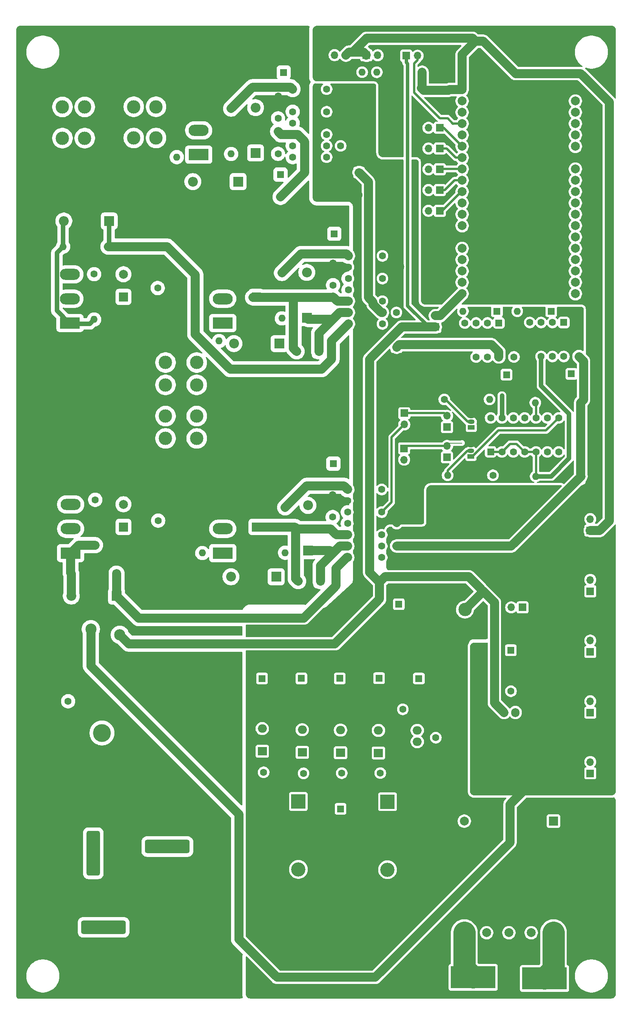
<source format=gbr>
%TF.GenerationSoftware,KiCad,Pcbnew,9.0.0*%
%TF.CreationDate,2025-12-26T21:38:47+03:00*%
%TF.ProjectId,463 term project,34363320-7465-4726-9d20-70726f6a6563,rev?*%
%TF.SameCoordinates,Original*%
%TF.FileFunction,Copper,L2,Bot*%
%TF.FilePolarity,Positive*%
%FSLAX46Y46*%
G04 Gerber Fmt 4.6, Leading zero omitted, Abs format (unit mm)*
G04 Created by KiCad (PCBNEW 9.0.0) date 2025-12-26 21:38:47*
%MOMM*%
%LPD*%
G01*
G04 APERTURE LIST*
G04 Aperture macros list*
%AMRoundRect*
0 Rectangle with rounded corners*
0 $1 Rounding radius*
0 $2 $3 $4 $5 $6 $7 $8 $9 X,Y pos of 4 corners*
0 Add a 4 corners polygon primitive as box body*
4,1,4,$2,$3,$4,$5,$6,$7,$8,$9,$2,$3,0*
0 Add four circle primitives for the rounded corners*
1,1,$1+$1,$2,$3*
1,1,$1+$1,$4,$5*
1,1,$1+$1,$6,$7*
1,1,$1+$1,$8,$9*
0 Add four rect primitives between the rounded corners*
20,1,$1+$1,$2,$3,$4,$5,0*
20,1,$1+$1,$4,$5,$6,$7,0*
20,1,$1+$1,$6,$7,$8,$9,0*
20,1,$1+$1,$8,$9,$2,$3,0*%
G04 Aperture macros list end*
%TA.AperFunction,ComponentPad*%
%ADD10R,1.700000X1.700000*%
%TD*%
%TA.AperFunction,ComponentPad*%
%ADD11O,1.700000X1.700000*%
%TD*%
%TA.AperFunction,ComponentPad*%
%ADD12R,1.500000X1.050000*%
%TD*%
%TA.AperFunction,ComponentPad*%
%ADD13O,1.500000X1.050000*%
%TD*%
%TA.AperFunction,ComponentPad*%
%ADD14C,1.600000*%
%TD*%
%TA.AperFunction,ComponentPad*%
%ADD15R,1.600000X1.600000*%
%TD*%
%TA.AperFunction,ComponentPad*%
%ADD16O,1.600000X1.600000*%
%TD*%
%TA.AperFunction,ComponentPad*%
%ADD17RoundRect,0.250000X-0.550000X-0.550000X0.550000X-0.550000X0.550000X0.550000X-0.550000X0.550000X0*%
%TD*%
%TA.AperFunction,ComponentPad*%
%ADD18R,2.000000X2.000000*%
%TD*%
%TA.AperFunction,ComponentPad*%
%ADD19C,2.000000*%
%TD*%
%TA.AperFunction,ComponentPad*%
%ADD20R,2.200000X2.200000*%
%TD*%
%TA.AperFunction,ComponentPad*%
%ADD21O,2.200000X2.200000*%
%TD*%
%TA.AperFunction,ComponentPad*%
%ADD22R,2.000000X1.905000*%
%TD*%
%TA.AperFunction,ComponentPad*%
%ADD23O,2.000000X1.905000*%
%TD*%
%TA.AperFunction,ComponentPad*%
%ADD24R,4.500000X2.500000*%
%TD*%
%TA.AperFunction,ComponentPad*%
%ADD25O,4.500000X2.500000*%
%TD*%
%TA.AperFunction,ComponentPad*%
%ADD26R,3.200000X3.200000*%
%TD*%
%TA.AperFunction,ComponentPad*%
%ADD27O,3.200000X3.200000*%
%TD*%
%TA.AperFunction,ComponentPad*%
%ADD28RoundRect,0.250000X0.550000X-0.550000X0.550000X0.550000X-0.550000X0.550000X-0.550000X-0.550000X0*%
%TD*%
%TA.AperFunction,ComponentPad*%
%ADD29RoundRect,0.250000X-0.550000X0.550000X-0.550000X-0.550000X0.550000X-0.550000X0.550000X0.550000X0*%
%TD*%
%TA.AperFunction,ComponentPad*%
%ADD30C,3.000000*%
%TD*%
%TA.AperFunction,ComponentPad*%
%ADD31R,1.905000X2.000000*%
%TD*%
%TA.AperFunction,ComponentPad*%
%ADD32O,1.905000X2.000000*%
%TD*%
%TA.AperFunction,ComponentPad*%
%ADD33R,4.000000X4.000000*%
%TD*%
%TA.AperFunction,ComponentPad*%
%ADD34C,4.000000*%
%TD*%
%TA.AperFunction,ComponentPad*%
%ADD35RoundRect,0.450000X1.050000X-4.550000X1.050000X4.550000X-1.050000X4.550000X-1.050000X-4.550000X0*%
%TD*%
%TA.AperFunction,ComponentPad*%
%ADD36RoundRect,0.450000X4.550000X1.050000X-4.550000X1.050000X-4.550000X-1.050000X4.550000X-1.050000X0*%
%TD*%
%TA.AperFunction,SMDPad,CuDef*%
%ADD37R,10.000000X5.000000*%
%TD*%
%TA.AperFunction,ViaPad*%
%ADD38C,2.500000*%
%TD*%
%TA.AperFunction,ViaPad*%
%ADD39C,3.000000*%
%TD*%
%TA.AperFunction,Conductor*%
%ADD40C,2.000000*%
%TD*%
%TA.AperFunction,Conductor*%
%ADD41C,0.800000*%
%TD*%
%TA.AperFunction,Conductor*%
%ADD42C,1.000000*%
%TD*%
%TA.AperFunction,Conductor*%
%ADD43C,5.000000*%
%TD*%
%TA.AperFunction,Conductor*%
%ADD44C,0.200000*%
%TD*%
%TA.AperFunction,Conductor*%
%ADD45C,0.500000*%
%TD*%
G04 APERTURE END LIST*
D10*
%TO.P,J18,1,Pin_1*%
%TO.N,S1*%
X143655000Y-127710000D03*
D11*
%TO.P,J18,2,Pin_2*%
%TO.N,S4*%
X143655000Y-130250000D03*
%TD*%
D12*
%TO.P,Q1,1,C*%
%TO.N,Net-(J20-Pin_1)*%
X158684853Y-130911789D03*
D13*
%TO.P,Q1,2,B*%
%TO.N,Net-(Q1-B)*%
X158684853Y-129641789D03*
%TO.P,Q1,3,E*%
%TO.N,GND*%
X158684853Y-128371789D03*
%TD*%
D10*
%TO.P,J25,1,Pin_1*%
%TO.N,Net-(J25-Pin_1)*%
X151615000Y-77715000D03*
D11*
%TO.P,J25,2,Pin_2*%
%TO.N,S4_ISO*%
X149075000Y-77715000D03*
%TD*%
D14*
%TO.P,C39,1*%
%TO.N,+3.3V*%
X150720261Y-200424126D03*
%TO.P,C39,2*%
%TO.N,GND*%
X150720261Y-205424126D03*
%TD*%
D15*
%TO.P,C26,1*%
%TO.N,Net-(D19-K)*%
X115895000Y-74262349D03*
D14*
%TO.P,C26,2*%
%TO.N,Net-(U11-VS)*%
X115895000Y-79262349D03*
%TD*%
%TO.P,R4,1*%
%TO.N,Net-(R4-Pad1)*%
X163524853Y-141621789D03*
D16*
%TO.P,R4,2*%
%TO.N,Net-(Q2-B)*%
X153364853Y-141621789D03*
%TD*%
D14*
%TO.P,C6,1*%
%TO.N,+5V*%
X141895000Y-105137651D03*
%TO.P,C6,2*%
%TO.N,GND*%
X141895000Y-100137651D03*
%TD*%
%TO.P,R12,1*%
%TO.N,GNDPWR*%
X98365000Y-169195000D03*
D16*
%TO.P,R12,2*%
%TO.N,Net-(D17-A)*%
X98365000Y-159035000D03*
%TD*%
D14*
%TO.P,R17,1*%
%TO.N,+3.3V_Isolated*%
X147660789Y-51315000D03*
D16*
%TO.P,R17,2*%
%TO.N,Direction*%
X137500789Y-51315000D03*
%TD*%
D14*
%TO.P,C27,1*%
%TO.N,+5V*%
X129390000Y-67815000D03*
%TO.P,C27,2*%
%TO.N,GND*%
X129390000Y-62815000D03*
%TD*%
D17*
%TO.P,U4,1,LO*%
%TO.N,Net-(D15-K)*%
X131140000Y-92467651D03*
D14*
%TO.P,U4,2,COM*%
%TO.N,GNDPWR*%
X131140000Y-95007651D03*
%TO.P,U4,3,VCC*%
%TO.N,+12V*%
X131140000Y-97547651D03*
%TO.P,U4,4,NC*%
%TO.N,unconnected-(U4-NC-Pad4)*%
X131140000Y-100087651D03*
%TO.P,U4,5,VS*%
%TO.N,S3_Drain*%
X131140000Y-102627651D03*
%TO.P,U4,6,VB*%
%TO.N,Net-(D13-K)*%
X131140000Y-105167651D03*
%TO.P,U4,7,HO*%
%TO.N,Net-(D14-K)*%
X131140000Y-107707651D03*
%TO.P,U4,8,NC*%
%TO.N,unconnected-(U4-NC-Pad8)*%
X138760000Y-107707651D03*
%TO.P,U4,9,VDD*%
%TO.N,+5V*%
X138760000Y-105167651D03*
%TO.P,U4,10,HIN*%
%TO.N,S1*%
X138760000Y-102627651D03*
%TO.P,U4,11,SD*%
%TO.N,GND*%
X138760000Y-100087651D03*
%TO.P,U4,12,LIN*%
%TO.N,S3*%
X138760000Y-97547651D03*
%TO.P,U4,13,VSS*%
%TO.N,GND*%
X138760000Y-95007651D03*
%TO.P,U4,14,NC*%
%TO.N,unconnected-(U4-NC-Pad14)*%
X138760000Y-92467651D03*
%TD*%
%TO.P,C16,1*%
%TO.N,+5V*%
X141950000Y-157470000D03*
%TO.P,C16,2*%
%TO.N,GND*%
X141950000Y-152470000D03*
%TD*%
D18*
%TO.P,D11,1,K*%
%TO.N,/S4_Drain*%
X110490000Y-153205000D03*
D19*
%TO.P,D11,2,A*%
%TO.N,GNDPWR*%
X110490000Y-148125000D03*
%TD*%
D15*
%TO.P,C28,1*%
%TO.N,+5V*%
X133515000Y-73792349D03*
D14*
%TO.P,C28,2*%
%TO.N,GND*%
X133515000Y-78792349D03*
%TD*%
%TO.P,C18,1*%
%TO.N,Current_Sense_out*%
X88465000Y-151785000D03*
%TO.P,C18,2*%
%TO.N,GNDPWR*%
X93465000Y-151785000D03*
%TD*%
D17*
%TO.P,U5,1,LO*%
%TO.N,Net-(D17-K)*%
X130985000Y-144815000D03*
D14*
%TO.P,U5,2,COM*%
%TO.N,GNDPWR*%
X130985000Y-147355000D03*
%TO.P,U5,3,VCC*%
%TO.N,+12V*%
X130985000Y-149895000D03*
%TO.P,U5,4,NC*%
%TO.N,unconnected-(U5-NC-Pad4)*%
X130985000Y-152435000D03*
%TO.P,U5,5,VS*%
%TO.N,/S4_Drain*%
X130985000Y-154975000D03*
%TO.P,U5,6,VB*%
%TO.N,Net-(D18-K)*%
X130985000Y-157515000D03*
%TO.P,U5,7,HO*%
%TO.N,Net-(D16-K)*%
X130985000Y-160055000D03*
%TO.P,U5,8,NC*%
%TO.N,unconnected-(U5-NC-Pad8)*%
X138605000Y-160055000D03*
%TO.P,U5,9,VDD*%
%TO.N,+5V*%
X138605000Y-157515000D03*
%TO.P,U5,10,HIN*%
%TO.N,S2*%
X138605000Y-154975000D03*
%TO.P,U5,11,SD*%
%TO.N,GND*%
X138605000Y-152435000D03*
%TO.P,U5,12,LIN*%
%TO.N,S4*%
X138605000Y-149895000D03*
%TO.P,U5,13,VSS*%
%TO.N,GND*%
X138605000Y-147355000D03*
%TO.P,U5,14,NC*%
%TO.N,unconnected-(U5-NC-Pad14)*%
X138605000Y-144815000D03*
%TD*%
D10*
%TO.P,J19,1,Pin_1*%
%TO.N,Net-(J19-Pin_1)*%
X153234853Y-137596789D03*
D11*
%TO.P,J19,2,Pin_2*%
%TO.N,S3*%
X153234853Y-135056789D03*
%TD*%
D14*
%TO.P,C32,1*%
%TO.N,Net-(D24-K)*%
X121065000Y-208405000D03*
%TO.P,C32,2*%
%TO.N,GND*%
X126065000Y-208405000D03*
%TD*%
%TO.P,R16,1*%
%TO.N,DGND_Isolated*%
X124050789Y-51305000D03*
D16*
%TO.P,R16,2*%
%TO.N,Direction*%
X134210789Y-51305000D03*
%TD*%
D14*
%TO.P,C19,1*%
%TO.N,Current_Sense_out*%
X88355000Y-99655000D03*
%TO.P,C19,2*%
%TO.N,GNDPWR*%
X93355000Y-99655000D03*
%TD*%
%TO.P,R6,1*%
%TO.N,Net-(D14-K)*%
X77295000Y-90385000D03*
D16*
%TO.P,R6,2*%
%TO.N,Net-(D14-A)*%
X67135000Y-90385000D03*
%TD*%
D14*
%TO.P,R1,1*%
%TO.N,+5V*%
X183275000Y-141865000D03*
D16*
%TO.P,R1,2*%
%TO.N,Net-(R1-Pad2)*%
X173115000Y-141865000D03*
%TD*%
D14*
%TO.P,C30,1*%
%TO.N,Net-(D24-K)*%
X129635000Y-208375000D03*
%TO.P,C30,2*%
%TO.N,GND*%
X134635000Y-208375000D03*
%TD*%
D20*
%TO.P,D19,1,K*%
%TO.N,Net-(D19-K)*%
X110305000Y-69405000D03*
D21*
%TO.P,D19,2,A*%
%TO.N,+12V*%
X110305000Y-59245000D03*
%TD*%
D14*
%TO.P,C43,1*%
%TO.N,+3.3V_Isolated*%
X147460789Y-54865000D03*
%TO.P,C43,2*%
%TO.N,DGND_Isolated*%
X142460789Y-54865000D03*
%TD*%
%TO.P,C10,1*%
%TO.N,+12V*%
X127675000Y-99037651D03*
%TO.P,C10,2*%
%TO.N,GNDPWR*%
X127675000Y-94037651D03*
%TD*%
D15*
%TO.P,C2,1*%
%TO.N,+5V*%
X166575000Y-119100000D03*
D14*
%TO.P,C2,2*%
%TO.N,GND*%
X166575000Y-121600000D03*
%TD*%
%TO.P,R15,1*%
%TO.N,GNDPWR*%
X92625000Y-80485000D03*
D16*
%TO.P,R15,2*%
%TO.N,Net-(D20-A)*%
X92625000Y-70325000D03*
%TD*%
D15*
%TO.P,C42,1*%
%TO.N,Net-(J1-Pin_2)*%
X167546385Y-180826648D03*
D14*
%TO.P,C42,2*%
%TO.N,DGND_Isolated*%
X172546385Y-180826648D03*
%TD*%
D20*
%TO.P,D20,1,K*%
%TO.N,Net-(D20-K)*%
X106395000Y-75825000D03*
D21*
%TO.P,D20,2,A*%
%TO.N,Net-(D20-A)*%
X96235000Y-75825000D03*
%TD*%
D14*
%TO.P,R3,1*%
%TO.N,Net-(Q1-B)*%
X152615000Y-124615000D03*
D16*
%TO.P,R3,2*%
%TO.N,Net-(R3-Pad2)*%
X162775000Y-124615000D03*
%TD*%
D14*
%TO.P,C24,1*%
%TO.N,+12V*%
X115350000Y-61655000D03*
%TO.P,C24,2*%
%TO.N,GNDPWR*%
X115350000Y-56655000D03*
%TD*%
D18*
%TO.P,T2,1,SD*%
%TO.N,Net-(D5-A)*%
X177115000Y-219115000D03*
D19*
%TO.P,T2,2,SC*%
%TO.N,GND*%
X172115000Y-219115000D03*
%TO.P,T2,4,SB*%
X162115000Y-219115000D03*
%TO.P,T2,5,SA*%
%TO.N,Net-(D24-A)*%
X157115000Y-219115000D03*
%TO.P,T2,6,AA*%
%TO.N,220V_Neutral*%
X157115000Y-244115000D03*
%TO.P,T2,7*%
%TO.N,N/C*%
X162115000Y-244115000D03*
%TO.P,T2,8*%
X167115000Y-244115000D03*
%TO.P,T2,9*%
X172115000Y-244115000D03*
%TO.P,T2,10,AB*%
%TO.N,220V_Line*%
X177115000Y-244115000D03*
%TD*%
D15*
%TO.P,C29,1*%
%TO.N,Net-(D24-K)*%
X129365000Y-216365000D03*
D14*
%TO.P,C29,2*%
%TO.N,GND*%
X129365000Y-218865000D03*
%TD*%
%TO.P,R18,1*%
%TO.N,GNDPWR*%
X102035000Y-223365000D03*
D16*
%TO.P,R18,2*%
%TO.N,GND*%
X112195000Y-223365000D03*
%TD*%
D17*
%TO.P,U11,1,LO*%
%TO.N,Net-(D20-K)*%
X118620000Y-55095000D03*
D14*
%TO.P,U11,2,COM*%
%TO.N,GNDPWR*%
X118620000Y-57635000D03*
%TO.P,U11,3,VCC*%
%TO.N,+12V*%
X118620000Y-60175000D03*
%TO.P,U11,4,NC*%
%TO.N,unconnected-(U11-NC-Pad4)*%
X118620000Y-62715000D03*
%TO.P,U11,5,VS*%
%TO.N,Net-(U11-VS)*%
X118620000Y-65255000D03*
%TO.P,U11,6,VB*%
%TO.N,Net-(D19-K)*%
X118620000Y-67795000D03*
%TO.P,U11,7,HO*%
%TO.N,unconnected-(U11-HO-Pad7)*%
X118620000Y-70335000D03*
%TO.P,U11,8,NC*%
%TO.N,unconnected-(U11-NC-Pad8)*%
X126240000Y-70335000D03*
%TO.P,U11,9,VDD*%
%TO.N,+5V*%
X126240000Y-67795000D03*
%TO.P,U11,10,HIN*%
%TO.N,unconnected-(U11-HIN-Pad10)*%
X126240000Y-65255000D03*
%TO.P,U11,11,SD*%
%TO.N,GND*%
X126240000Y-62715000D03*
%TO.P,U11,12,LIN*%
%TO.N,S_brake*%
X126240000Y-60175000D03*
%TO.P,U11,13,VSS*%
%TO.N,GND*%
X126240000Y-57635000D03*
%TO.P,U11,14,NC*%
%TO.N,unconnected-(U11-NC-Pad14)*%
X126240000Y-55095000D03*
%TD*%
D10*
%TO.P,RV1,1,1*%
%TO.N,+3.3V_Isolated*%
X135142919Y-47513046D03*
D11*
%TO.P,RV1,2,2*%
%TO.N,POT*%
X137682919Y-47513046D03*
%TO.P,RV1,3,3*%
%TO.N,DGND_Isolated*%
X140222919Y-47513046D03*
%TD*%
D20*
%TO.P,D16,1,K*%
%TO.N,Net-(D16-K)*%
X79145000Y-168685000D03*
D21*
%TO.P,D16,2,A*%
%TO.N,Net-(D16-A)*%
X68985000Y-168685000D03*
%TD*%
D10*
%TO.P,U18,1,Vcc*%
%TO.N,+3.3V_Isolated*%
X185365000Y-208405000D03*
X185365000Y-194805000D03*
X185365000Y-181205000D03*
X185365000Y-167605000D03*
X185365000Y-154005000D03*
D11*
%TO.P,U18,2,S1*%
%TO.N,Button1*%
X185365000Y-205865000D03*
%TO.P,U18,3,GND*%
%TO.N,DGND_Isolated*%
X185365000Y-203325000D03*
X185365000Y-189725000D03*
X185365000Y-176125000D03*
X185365000Y-162525000D03*
X185365000Y-148925000D03*
%TO.P,U18,4,S2*%
%TO.N,Button2*%
X185365000Y-192265000D03*
%TO.P,U18,5,S3*%
%TO.N,Button3*%
X185365000Y-178665000D03*
%TO.P,U18,6,S4*%
%TO.N,Button4*%
X185365000Y-165065000D03*
%TO.P,U18,7,S5*%
%TO.N,Button5*%
X185365000Y-151465000D03*
%TD*%
D14*
%TO.P,C31,1*%
%TO.N,Net-(D24-K)*%
X112125000Y-208175000D03*
%TO.P,C31,2*%
%TO.N,GND*%
X117125000Y-208175000D03*
%TD*%
D15*
%TO.P,C9,1*%
%TO.N,Net-(D13-K)*%
X124517651Y-113865000D03*
D14*
%TO.P,C9,2*%
%TO.N,S3_Drain*%
X119517651Y-113865000D03*
%TD*%
D22*
%TO.P,U20,1,VI*%
%TO.N,Net-(D24-K)*%
X111811113Y-203465000D03*
D23*
%TO.P,U20,2,GND*%
%TO.N,GND*%
X111811113Y-200925000D03*
%TO.P,U20,3,VO*%
%TO.N,+12V*%
X111811113Y-198385000D03*
%TD*%
D14*
%TO.P,R7,1*%
%TO.N,GNDPWR*%
X102115000Y-121695000D03*
D16*
%TO.P,R7,2*%
%TO.N,Net-(D15-A)*%
X102115000Y-111535000D03*
%TD*%
D20*
%TO.P,D13,1,K*%
%TO.N,Net-(D13-K)*%
X121795000Y-106325000D03*
D21*
%TO.P,D13,2,A*%
%TO.N,+12V*%
X121795000Y-96165000D03*
%TD*%
D24*
%TO.P,Q9,1,G*%
%TO.N,Net-(D16-A)*%
X68845000Y-159065000D03*
D25*
%TO.P,Q9,2,D*%
%TO.N,Current_Sense_out*%
X68845000Y-153615000D03*
%TO.P,Q9,3,S*%
%TO.N,/S4_Drain*%
X68845000Y-148165000D03*
%TD*%
D26*
%TO.P,D24,1,K*%
%TO.N,Net-(D24-K)*%
X139895000Y-214765000D03*
D27*
%TO.P,D24,2,A*%
%TO.N,Net-(D24-A)*%
X139895000Y-230005000D03*
%TD*%
D22*
%TO.P,U19,1,VI*%
%TO.N,Net-(D24-K)*%
X129356113Y-203815000D03*
D23*
%TO.P,U19,2,GND*%
%TO.N,GND*%
X129356113Y-201275000D03*
%TO.P,U19,3,VO*%
%TO.N,Net-(U12-VI)*%
X129356113Y-198735000D03*
%TD*%
D20*
%TO.P,D18,1,K*%
%TO.N,Net-(D18-K)*%
X122045000Y-158530000D03*
D21*
%TO.P,D18,2,A*%
%TO.N,+12V*%
X122045000Y-148370000D03*
%TD*%
D15*
%TO.P,C34,1*%
%TO.N,+12V*%
X111749698Y-187165000D03*
D14*
%TO.P,C34,2*%
%TO.N,GND*%
X116749698Y-187165000D03*
%TD*%
%TO.P,R2,1*%
%TO.N,+5V*%
X183195000Y-125365000D03*
D16*
%TO.P,R2,2*%
%TO.N,Net-(R2-Pad2)*%
X173035000Y-125365000D03*
%TD*%
D15*
%TO.P,C25,1*%
%TO.N,+12V*%
X116615000Y-51365000D03*
D14*
%TO.P,C25,2*%
%TO.N,GNDPWR*%
X116615000Y-46365000D03*
%TD*%
D10*
%TO.P,J7,1,Pin_1*%
%TO.N,S3*%
X143625000Y-135590000D03*
D11*
%TO.P,J7,2,Pin_2*%
%TO.N,S2*%
X143625000Y-138130000D03*
%TD*%
D10*
%TO.P,J24,1,Pin_1*%
%TO.N,Net-(J24-Pin_1)*%
X151615000Y-73065000D03*
D11*
%TO.P,J24,2,Pin_2*%
%TO.N,S1_ISO*%
X149075000Y-73065000D03*
%TD*%
D14*
%TO.P,C37,1*%
%TO.N,+5V*%
X143320261Y-194064126D03*
%TO.P,C37,2*%
%TO.N,GND*%
X148320261Y-194064126D03*
%TD*%
%TO.P,C1,1*%
%TO.N,+5V*%
X182835000Y-115027500D03*
%TO.P,C1,2*%
%TO.N,GND*%
X182835000Y-110027500D03*
%TD*%
%TO.P,R8,1*%
%TO.N,S3_Drain*%
X74095000Y-96555000D03*
D16*
%TO.P,R8,2*%
%TO.N,Net-(D14-A)*%
X74095000Y-106715000D03*
%TD*%
D28*
%TO.P,U3,1*%
%TO.N,Net-(R1-Pad2)*%
X163014853Y-136381789D03*
D14*
%TO.P,U3,2*%
X165554853Y-136381789D03*
%TO.P,U3,3*%
%TO.N,Net-(J20-Pin_1)*%
X168094853Y-136381789D03*
%TO.P,U3,4*%
%TO.N,Net-(R1-Pad2)*%
X170634853Y-136381789D03*
%TO.P,U3,5*%
X173174853Y-136381789D03*
%TO.P,U3,6*%
%TO.N,Net-(R4-Pad1)*%
X175714853Y-136381789D03*
%TO.P,U3,7*%
%TO.N,N/C*%
X178254853Y-136381789D03*
%TO.P,U3,8*%
%TO.N,Net-(J19-Pin_1)*%
X178254853Y-128761789D03*
%TO.P,U3,9*%
%TO.N,Net-(R2-Pad2)*%
X175714853Y-128761789D03*
%TO.P,U3,10*%
X173174853Y-128761789D03*
%TO.P,U3,11*%
%TO.N,Net-(R3-Pad2)*%
X170634853Y-128761789D03*
%TO.P,U3,12*%
%TO.N,Net-(R2-Pad2)*%
X168094853Y-128761789D03*
%TO.P,U3,13*%
X165554853Y-128761789D03*
%TO.P,U3,14*%
%TO.N,N/C*%
X163014853Y-128761789D03*
%TD*%
D15*
%TO.P,C17,1*%
%TO.N,+5V*%
X142415000Y-170515000D03*
D14*
%TO.P,C17,2*%
%TO.N,GND*%
X142415000Y-175515000D03*
%TD*%
D10*
%TO.P,J26,1,Pin_1*%
%TO.N,Net-(J26-Pin_1)*%
X151615000Y-82365000D03*
D11*
%TO.P,J26,2,Pin_2*%
%TO.N,S2_ISO*%
X149075000Y-82365000D03*
%TD*%
D29*
%TO.P,U1,1,NC*%
%TO.N,unconnected-(U1-NC-Pad1)*%
X179425000Y-107392500D03*
D14*
%TO.P,U1,2*%
%TO.N,H_IN*%
X176885000Y-107392500D03*
%TO.P,U1,3*%
%TO.N,Net-(D3-A)*%
X174345000Y-107392500D03*
%TO.P,U1,4,NC*%
%TO.N,unconnected-(U1-NC-Pad4)*%
X171805000Y-107392500D03*
%TO.P,U1,5*%
%TO.N,GND*%
X171805000Y-115012500D03*
%TO.P,U1,6*%
%TO.N,Net-(R1-Pad2)*%
X174345000Y-115012500D03*
%TO.P,U1,7*%
%TO.N,unconnected-(U1-Pad7)*%
X176885000Y-115012500D03*
%TO.P,U1,8*%
%TO.N,+5V*%
X179425000Y-115012500D03*
%TD*%
D30*
%TO.P,J5,1,Pin_1*%
%TO.N,S3_Drain*%
X90115000Y-116365000D03*
X90115000Y-121365000D03*
X97115000Y-116365000D03*
X97115000Y-121365000D03*
%TD*%
D14*
%TO.P,C23,1*%
%TO.N,Net-(D19-K)*%
X115350000Y-69595000D03*
%TO.P,C23,2*%
%TO.N,Net-(U11-VS)*%
X115350000Y-64595000D03*
%TD*%
D19*
%TO.P,U7,1,3V3*%
%TO.N,+3.3V_Isolated*%
X156625000Y-55225000D03*
%TO.P,U7,2,EN*%
%TO.N,unconnected-(U7-EN-Pad2)*%
X156625000Y-57765000D03*
%TO.P,U7,3,IO36*%
%TO.N,I_meas*%
X156625000Y-60305000D03*
%TO.P,U7,4,IO39*%
%TO.N,Speed_meas*%
X156625000Y-62845000D03*
%TO.P,U7,5,IO34*%
%TO.N,Direction*%
X156625000Y-65385000D03*
%TO.P,U7,6,IO35*%
%TO.N,Net-(J22-Pin_1)*%
X156625000Y-67925000D03*
%TO.P,U7,7,IO32*%
%TO.N,Net-(J23-Pin_1)*%
X156625000Y-70465000D03*
%TO.P,U7,8,IO33*%
%TO.N,Net-(J24-Pin_1)*%
X156625000Y-73005000D03*
%TO.P,U7,9,IO25*%
%TO.N,Net-(J25-Pin_1)*%
X156625000Y-75545000D03*
%TO.P,U7,10,IO26*%
%TO.N,Net-(J26-Pin_1)*%
X156625000Y-78085000D03*
%TO.P,U7,11,IO27*%
%TO.N,H_IN*%
X156625000Y-80625000D03*
%TO.P,U7,12,IO14*%
%TO.N,POT*%
X156625000Y-83165000D03*
%TO.P,U7,13,IO12*%
%TO.N,unconnected-(U7-IO12-Pad13)*%
X156625000Y-85705000D03*
%TO.P,U7,14,GND*%
%TO.N,DGND_Isolated*%
X156625000Y-88245000D03*
%TO.P,U7,15,IO13*%
%TO.N,L_IN*%
X156625000Y-90785000D03*
%TO.P,U7,16,IO9*%
%TO.N,unconnected-(U7-IO9-Pad16)*%
X156625000Y-93325000D03*
%TO.P,U7,17,IO10*%
%TO.N,unconnected-(U7-IO10-Pad17)*%
X156625000Y-95865000D03*
%TO.P,U7,18,IO11*%
%TO.N,unconnected-(U7-IO11-Pad18)*%
X156625000Y-98405000D03*
%TO.P,U7,19,5V*%
%TO.N,Net-(J21-Pin_2)*%
X156625000Y-100945000D03*
%TO.P,U7,20,IO6*%
%TO.N,unconnected-(U7-IO6-Pad20)*%
X182025000Y-100945000D03*
%TO.P,U7,21,IO7*%
%TO.N,unconnected-(U7-IO7-Pad21)*%
X182025000Y-98405000D03*
%TO.P,U7,22,IO8*%
%TO.N,unconnected-(U7-IO8-Pad22)*%
X182025000Y-95865000D03*
%TO.P,U7,23,IO15*%
%TO.N,Button1*%
X182025000Y-93325000D03*
%TO.P,U7,24,IO2*%
%TO.N,unconnected-(U7-IO2-Pad24)*%
X182025000Y-90785000D03*
%TO.P,U7,25,IO0*%
%TO.N,unconnected-(U7-IO0-Pad25)*%
X182025000Y-88245000D03*
%TO.P,U7,26,IO4*%
%TO.N,/LED_cw*%
X182025000Y-85705000D03*
%TO.P,U7,27,IO16*%
%TO.N,Button2*%
X182025000Y-83165000D03*
%TO.P,U7,28,IO17*%
%TO.N,Button3*%
X182025000Y-80625000D03*
%TO.P,U7,29,IO5*%
%TO.N,/LED_ccw*%
X182025000Y-78085000D03*
%TO.P,U7,30,IO18*%
%TO.N,Button4*%
X182025000Y-75545000D03*
%TO.P,U7,31,IO19*%
%TO.N,Button5*%
X182025000Y-73005000D03*
%TO.P,U7,32,GND*%
%TO.N,DGND_Isolated*%
X182025000Y-70465000D03*
%TO.P,U7,33,IO21*%
%TO.N,/LED_debug*%
X182025000Y-67925000D03*
%TO.P,U7,34,IO3*%
%TO.N,unconnected-(U7-IO3-Pad34)*%
X182025000Y-65385000D03*
%TO.P,U7,35,IO1*%
%TO.N,unconnected-(U7-IO1-Pad35)*%
X182025000Y-62845000D03*
%TO.P,U7,36,IO22*%
%TO.N,/LED_brake*%
X182025000Y-60305000D03*
%TO.P,U7,37,IO23*%
%TO.N,/LED*%
X182025000Y-57765000D03*
%TO.P,U7,38,GND*%
%TO.N,DGND_Isolated*%
X182025000Y-55225000D03*
%TD*%
D20*
%TO.P,D17,1,K*%
%TO.N,Net-(D17-K)*%
X114945000Y-164365000D03*
D21*
%TO.P,D17,2,A*%
%TO.N,Net-(D17-A)*%
X104785000Y-164365000D03*
%TD*%
D15*
%TO.P,C13,1*%
%TO.N,Net-(D18-K)*%
X124865000Y-165365000D03*
D14*
%TO.P,C13,2*%
%TO.N,/S4_Drain*%
X119865000Y-165365000D03*
%TD*%
D10*
%TO.P,J22,1,Pin_1*%
%TO.N,Net-(J22-Pin_1)*%
X151615000Y-63765000D03*
D11*
%TO.P,J22,2,Pin_2*%
%TO.N,S_brake_ISO*%
X149075000Y-63765000D03*
%TD*%
D31*
%TO.P,U17,1,GND*%
%TO.N,DGND_Isolated*%
X171119036Y-194771648D03*
D32*
%TO.P,U17,2,VO*%
%TO.N,Net-(J1-Pin_2)*%
X168579036Y-194771648D03*
%TO.P,U17,3,VI*%
%TO.N,+5V_Isolated*%
X166039036Y-194771648D03*
%TD*%
D14*
%TO.P,R5,1*%
%TO.N,Net-(D15-K)*%
X116215000Y-96295000D03*
D16*
%TO.P,R5,2*%
%TO.N,Net-(D15-A)*%
X116215000Y-106455000D03*
%TD*%
D29*
%TO.P,U2,1,NC*%
%TO.N,unconnected-(U2-NC-Pad1)*%
X164865000Y-107495000D03*
D14*
%TO.P,U2,2*%
%TO.N,L_IN*%
X162325000Y-107495000D03*
%TO.P,U2,3*%
%TO.N,Net-(D4-A)*%
X159785000Y-107495000D03*
%TO.P,U2,4,NC*%
%TO.N,unconnected-(U2-NC-Pad4)*%
X157245000Y-107495000D03*
%TO.P,U2,5*%
%TO.N,GND*%
X157245000Y-115115000D03*
%TO.P,U2,6*%
%TO.N,Net-(R2-Pad2)*%
X159785000Y-115115000D03*
%TO.P,U2,7*%
%TO.N,unconnected-(U2-Pad7)*%
X162325000Y-115115000D03*
%TO.P,U2,8*%
%TO.N,+5V*%
X164865000Y-115115000D03*
%TD*%
D18*
%TO.P,D8,1,K*%
%TO.N,Current_Sense_out*%
X80680000Y-153205000D03*
D19*
%TO.P,D8,2,A*%
%TO.N,/S4_Drain*%
X80680000Y-148125000D03*
%TD*%
D30*
%TO.P,J2,1,Pin_1*%
%TO.N,S3_Drain*%
X66995000Y-66085000D03*
X71995000Y-66085000D03*
X66995000Y-59085000D03*
X71995000Y-59085000D03*
%TD*%
D10*
%TO.P,J21,1,Pin_1*%
%TO.N,+5V_Isolated*%
X150615000Y-108405000D03*
D11*
%TO.P,J21,2,Pin_2*%
%TO.N,Net-(J21-Pin_2)*%
X150615000Y-105865000D03*
%TD*%
D33*
%TO.P,C22,1*%
%TO.N,GNDPWR*%
X99865000Y-199365000D03*
D34*
%TO.P,C22,2*%
%TO.N,DC_200V*%
X75865000Y-199365000D03*
%TD*%
D24*
%TO.P,Q7,1,G*%
%TO.N,Net-(D15-A)*%
X102935000Y-107515000D03*
D25*
%TO.P,Q7,2,D*%
%TO.N,S3_Drain*%
X102935000Y-102065000D03*
%TO.P,Q7,3,S*%
%TO.N,GNDPWR*%
X102935000Y-96615000D03*
%TD*%
D15*
%TO.P,D4,1,K*%
%TO.N,L_IN*%
X164425000Y-104865000D03*
D16*
%TO.P,D4,2,A*%
%TO.N,Net-(D4-A)*%
X156805000Y-104865000D03*
%TD*%
D15*
%TO.P,D3,1,K*%
%TO.N,H_IN*%
X176615000Y-104865000D03*
D16*
%TO.P,D3,2,A*%
%TO.N,Net-(D3-A)*%
X168995000Y-104865000D03*
%TD*%
D14*
%TO.P,C8,1*%
%TO.N,Net-(D13-K)*%
X127675000Y-106637651D03*
%TO.P,C8,2*%
%TO.N,S3_Drain*%
X127675000Y-101637651D03*
%TD*%
D24*
%TO.P,Q11,1,G*%
%TO.N,Net-(D20-A)*%
X97555000Y-69775000D03*
D25*
%TO.P,Q11,2,D*%
%TO.N,Q11_Drain*%
X97555000Y-64325000D03*
%TO.P,Q11,3,S*%
%TO.N,GNDPWR*%
X97555000Y-58875000D03*
%TD*%
D20*
%TO.P,D15,1,K*%
%TO.N,Net-(D15-K)*%
X115615000Y-112115000D03*
D21*
%TO.P,D15,2,A*%
%TO.N,Net-(D15-A)*%
X105455000Y-112115000D03*
%TD*%
D14*
%TO.P,R14,1*%
%TO.N,Net-(D20-K)*%
X104815000Y-59465000D03*
D16*
%TO.P,R14,2*%
%TO.N,Net-(D20-A)*%
X104815000Y-69625000D03*
%TD*%
D15*
%TO.P,C33,1*%
%TO.N,Net-(U12-VI)*%
X129192349Y-187145000D03*
D14*
%TO.P,C33,2*%
%TO.N,GND*%
X134192349Y-187145000D03*
%TD*%
D15*
%TO.P,C7,1*%
%TO.N,+5V*%
X141945000Y-112932349D03*
D14*
%TO.P,C7,2*%
%TO.N,GND*%
X141945000Y-117932349D03*
%TD*%
D20*
%TO.P,D14,1,K*%
%TO.N,Net-(D14-K)*%
X77465000Y-84645000D03*
D21*
%TO.P,D14,2,A*%
%TO.N,Net-(D14-A)*%
X67305000Y-84645000D03*
%TD*%
D15*
%TO.P,C40,1*%
%TO.N,+3.3V*%
X146915000Y-187175000D03*
D14*
%TO.P,C40,2*%
%TO.N,GND*%
X151915000Y-187175000D03*
%TD*%
D18*
%TO.P,D7,1,K*%
%TO.N,Current_Sense_out*%
X80680000Y-101655000D03*
D19*
%TO.P,D7,2,A*%
%TO.N,S3_Drain*%
X80680000Y-96575000D03*
%TD*%
D18*
%TO.P,D12,1,K*%
%TO.N,S3_Drain*%
X110490000Y-101655000D03*
D19*
%TO.P,D12,2,A*%
%TO.N,GNDPWR*%
X110490000Y-96575000D03*
%TD*%
D14*
%TO.P,R13,1*%
%TO.N,DC_200V*%
X68265000Y-192265000D03*
D16*
%TO.P,R13,2*%
%TO.N,GNDPWR*%
X58105000Y-192265000D03*
%TD*%
D22*
%TO.P,U16,1,GND*%
%TO.N,GND*%
X146565261Y-203854126D03*
D23*
%TO.P,U16,2,VO*%
%TO.N,+3.3V*%
X146565261Y-201314126D03*
%TO.P,U16,3,VI*%
%TO.N,+5V*%
X146565261Y-198774126D03*
%TD*%
D30*
%TO.P,J6,1,Pin_1*%
%TO.N,/S4_Drain*%
X90115000Y-128365000D03*
X90115000Y-133365000D03*
X97115000Y-128365000D03*
X97115000Y-133365000D03*
%TD*%
D14*
%TO.P,C15,1*%
%TO.N,+12V*%
X127590000Y-150980000D03*
%TO.P,C15,2*%
%TO.N,GNDPWR*%
X127590000Y-145980000D03*
%TD*%
D10*
%TO.P,J4,1,Pin_1*%
%TO.N,+5V_Isolated*%
X144090000Y-47615000D03*
D11*
%TO.P,J4,2,Pin_2*%
%TO.N,Speed_meas*%
X146630000Y-47615000D03*
%TO.P,J4,3,Pin_3*%
%TO.N,DGND_Isolated*%
X149170000Y-47615000D03*
%TD*%
D15*
%TO.P,C35,1*%
%TO.N,+15V*%
X120572349Y-187145000D03*
D14*
%TO.P,C35,2*%
%TO.N,GND*%
X125572349Y-187145000D03*
%TD*%
D22*
%TO.P,U14,1,VI*%
%TO.N,Net-(D24-K)*%
X120771113Y-203725000D03*
D23*
%TO.P,U14,2,GND*%
%TO.N,GND*%
X120771113Y-201185000D03*
%TO.P,U14,3,VO*%
%TO.N,+15V*%
X120771113Y-198645000D03*
%TD*%
D22*
%TO.P,U12,1,VI*%
%TO.N,Net-(U12-VI)*%
X137865000Y-203865000D03*
D23*
%TO.P,U12,2,GND*%
%TO.N,GND*%
X137865000Y-201325000D03*
%TO.P,U12,3,VO*%
%TO.N,+5V*%
X137865000Y-198785000D03*
%TD*%
D15*
%TO.P,C11,1*%
%TO.N,+12V*%
X127955000Y-87497651D03*
D14*
%TO.P,C11,2*%
%TO.N,GNDPWR*%
X127955000Y-82497651D03*
%TD*%
%TO.P,C41,1*%
%TO.N,Net-(J1-Pin_2)*%
X167579036Y-190006648D03*
%TO.P,C41,2*%
%TO.N,DGND_Isolated*%
X172579036Y-190006648D03*
%TD*%
%TO.P,R10,1*%
%TO.N,Net-(D17-K)*%
X116935000Y-148815000D03*
D16*
%TO.P,R10,2*%
%TO.N,Net-(D17-A)*%
X116935000Y-158975000D03*
%TD*%
D26*
%TO.P,D5,1,K*%
%TO.N,Net-(D24-K)*%
X119905000Y-214695000D03*
D27*
%TO.P,D5,2,A*%
%TO.N,Net-(D5-A)*%
X119905000Y-229935000D03*
%TD*%
D14*
%TO.P,C36,1*%
%TO.N,Net-(U12-VI)*%
X138275000Y-208355000D03*
%TO.P,C36,2*%
%TO.N,GND*%
X143275000Y-208355000D03*
%TD*%
%TO.P,R9,1*%
%TO.N,Net-(D16-K)*%
X78975000Y-163485000D03*
D16*
%TO.P,R9,2*%
%TO.N,Net-(D16-A)*%
X68815000Y-163485000D03*
%TD*%
D15*
%TO.P,C4,1*%
%TO.N,+5V*%
X181115000Y-118897500D03*
D14*
%TO.P,C4,2*%
%TO.N,GND*%
X181115000Y-121397500D03*
%TD*%
D10*
%TO.P,J20,1,Pin_1*%
%TO.N,Net-(J20-Pin_1)*%
X153234853Y-130836789D03*
D11*
%TO.P,J20,2,Pin_2*%
%TO.N,S1*%
X153234853Y-128296789D03*
%TD*%
D15*
%TO.P,C14,1*%
%TO.N,+12V*%
X127765000Y-139007651D03*
D14*
%TO.P,C14,2*%
%TO.N,GNDPWR*%
X127765000Y-134007651D03*
%TD*%
D24*
%TO.P,Q10,1,G*%
%TO.N,Net-(D17-A)*%
X102935000Y-159065000D03*
D25*
%TO.P,Q10,2,D*%
%TO.N,/S4_Drain*%
X102935000Y-153615000D03*
%TO.P,Q10,3,S*%
%TO.N,GNDPWR*%
X102935000Y-148165000D03*
%TD*%
D14*
%TO.P,C3,1*%
%TO.N,+5V*%
X168255000Y-115110000D03*
%TO.P,C3,2*%
%TO.N,GND*%
X168255000Y-110110000D03*
%TD*%
D10*
%TO.P,SW1,1,C*%
%TO.N,DGND_Isolated*%
X125482919Y-47483046D03*
D11*
%TO.P,SW1,2,B*%
%TO.N,Direction*%
X128022919Y-47483046D03*
%TO.P,SW1,3,A*%
%TO.N,+3.3V_Isolated*%
X130562919Y-47483046D03*
%TD*%
D10*
%TO.P,J1,1,Pin_1*%
%TO.N,+3.3V_Isolated*%
X170179036Y-171226648D03*
D11*
%TO.P,J1,2,Pin_2*%
%TO.N,Net-(J1-Pin_2)*%
X167639036Y-171226648D03*
%TD*%
D12*
%TO.P,Q2,1,C*%
%TO.N,Net-(J19-Pin_1)*%
X158604853Y-137411789D03*
D13*
%TO.P,Q2,2,B*%
%TO.N,Net-(Q2-B)*%
X158604853Y-136141789D03*
%TO.P,Q2,3,E*%
%TO.N,GND*%
X158604853Y-134871789D03*
%TD*%
D10*
%TO.P,J23,1,Pin_1*%
%TO.N,Net-(J23-Pin_1)*%
X151615000Y-68415000D03*
D11*
%TO.P,J23,2,Pin_2*%
%TO.N,S3_ISO*%
X149075000Y-68415000D03*
%TD*%
D14*
%TO.P,R11,1*%
%TO.N,/S4_Drain*%
X74345000Y-147115000D03*
D16*
%TO.P,R11,2*%
%TO.N,Net-(D16-A)*%
X74345000Y-157275000D03*
%TD*%
D30*
%TO.P,J3,1,Pin_1*%
%TO.N,Q11_Drain*%
X82985000Y-66055000D03*
X87985000Y-66055000D03*
X82985000Y-59055000D03*
X87985000Y-59055000D03*
%TD*%
D15*
%TO.P,C38,1*%
%TO.N,+5V*%
X138002349Y-187095000D03*
D14*
%TO.P,C38,2*%
%TO.N,GND*%
X143002349Y-187095000D03*
%TD*%
D24*
%TO.P,Q8,1,G*%
%TO.N,Net-(D14-A)*%
X68685000Y-107515000D03*
D25*
%TO.P,Q8,2,D*%
%TO.N,Current_Sense_out*%
X68685000Y-102065000D03*
%TO.P,Q8,3,S*%
%TO.N,S3_Drain*%
X68685000Y-96615000D03*
%TD*%
D14*
%TO.P,C12,1*%
%TO.N,Net-(D18-K)*%
X127590000Y-159140000D03*
%TO.P,C12,2*%
%TO.N,/S4_Drain*%
X127590000Y-154140000D03*
%TD*%
D35*
%TO.P,D9,1,+*%
%TO.N,DC_200V*%
X73915000Y-226315000D03*
D36*
%TO.P,D9,2,Input_~*%
%TO.N,220V_Neutral*%
X90515000Y-224815000D03*
%TO.P,D9,3,-*%
%TO.N,GNDPWR*%
X90515000Y-242915000D03*
%TO.P,D9,4,Input_~*%
%TO.N,220V_Line*%
X76215000Y-242915000D03*
%TD*%
D37*
%TO.P,J16,1,Pin_1*%
%TO.N,220V_Neutral*%
X159115000Y-254115000D03*
%TD*%
%TO.P,J17,1,Pin_1*%
%TO.N,220V_Line*%
X175115000Y-254365000D03*
%TD*%
D38*
%TO.N,GND*%
X145365000Y-149865000D03*
X142365000Y-94865000D03*
X133865000Y-61115000D03*
%TO.N,DGND_Isolated*%
X146865000Y-61365000D03*
X151365000Y-149865000D03*
D39*
X175015000Y-163115000D03*
D38*
X73365000Y-176115000D03*
X149365000Y-95865000D03*
%TO.N,+5V_Isolated*%
X79865000Y-177365000D03*
D39*
X157265000Y-171715000D03*
%TD*%
D40*
%TO.N,+5V*%
X133515000Y-73792349D02*
X135615000Y-75892349D01*
X135615000Y-75892349D02*
X135615000Y-101792316D01*
X183195000Y-125365000D02*
X183865000Y-124695000D01*
X183865000Y-124695000D02*
X183865000Y-116057500D01*
X183865000Y-116057500D02*
X182835000Y-115027500D01*
X167670000Y-157470000D02*
X183275000Y-141865000D01*
X142512349Y-112365000D02*
X163246370Y-112365000D01*
X183195000Y-125365000D02*
X183195000Y-141785000D01*
X164865000Y-113983630D02*
X164865000Y-115115000D01*
X138470158Y-105167651D02*
X138760000Y-105167651D01*
X136666000Y-102843316D02*
X136666000Y-103363493D01*
X141945000Y-112932349D02*
X142512349Y-112365000D01*
X183195000Y-141785000D02*
X183275000Y-141865000D01*
X135615000Y-101792316D02*
X136666000Y-102843316D01*
X163246370Y-112365000D02*
X164865000Y-113983630D01*
X136666000Y-103363493D02*
X138470158Y-105167651D01*
X141950000Y-157470000D02*
X167670000Y-157470000D01*
%TO.N,Net-(D13-K)*%
X124517651Y-109795000D02*
X127675000Y-106637651D01*
X129145000Y-105167651D02*
X131140000Y-105167651D01*
X127675000Y-106637651D02*
X129145000Y-105167651D01*
X124517651Y-113865000D02*
X124517651Y-109795000D01*
X127675000Y-106637651D02*
X122107651Y-106637651D01*
X122107651Y-106637651D02*
X121795000Y-106325000D01*
%TO.N,Net-(D18-K)*%
X122045000Y-158530000D02*
X126980000Y-158530000D01*
X126980000Y-158530000D02*
X127590000Y-159140000D01*
X130985000Y-157515000D02*
X129215000Y-157515000D01*
X124865000Y-165365000D02*
X124865000Y-161865000D01*
X129215000Y-157515000D02*
X127590000Y-159140000D01*
X124865000Y-161865000D02*
X127590000Y-159140000D01*
%TO.N,DGND_Isolated*%
X106615000Y-245615000D02*
X115115000Y-254115000D01*
X171119036Y-200610964D02*
X171119036Y-194771648D01*
X167365000Y-215365000D02*
X171115000Y-211615000D01*
X106615000Y-217615000D02*
X106615000Y-245615000D01*
X73365000Y-176115000D02*
X73365000Y-184365000D01*
X171115000Y-200615000D02*
X171119036Y-200610964D01*
X137165000Y-254115000D02*
X167365000Y-223915000D01*
X73365000Y-184365000D02*
X106615000Y-217615000D01*
X171115000Y-211615000D02*
X171115000Y-200615000D01*
X167365000Y-223915000D02*
X167365000Y-215365000D01*
X171065000Y-194825684D02*
X171119036Y-194771648D01*
X115115000Y-254115000D02*
X137165000Y-254115000D01*
%TO.N,+5V_Isolated*%
X161015000Y-167265000D02*
X158115000Y-164365000D01*
X163865000Y-170115000D02*
X161015000Y-167265000D01*
X79865000Y-177365000D02*
X81865000Y-179365000D01*
D41*
X144090000Y-49090000D02*
X144365000Y-49365000D01*
D40*
X138115000Y-165615000D02*
X139365000Y-164365000D01*
D41*
X144365000Y-103615000D02*
X149155000Y-108405000D01*
D40*
X161015000Y-167265000D02*
X161015000Y-167965000D01*
X128115000Y-179365000D02*
X138115000Y-169365000D01*
D41*
X144090000Y-47615000D02*
X144090000Y-49090000D01*
D40*
X143075000Y-108405000D02*
X150615000Y-108405000D01*
X81865000Y-179365000D02*
X128115000Y-179365000D01*
X163865000Y-179115000D02*
X163865000Y-170115000D01*
X158115000Y-164365000D02*
X139365000Y-164365000D01*
X138115000Y-165615000D02*
X135865000Y-163365000D01*
X161015000Y-167965000D02*
X157265000Y-171715000D01*
D41*
X149155000Y-108405000D02*
X150615000Y-108405000D01*
D40*
X166039036Y-194771648D02*
X163865000Y-192597612D01*
X135865000Y-115615000D02*
X143075000Y-108405000D01*
X138115000Y-169365000D02*
X138115000Y-165615000D01*
X163865000Y-192597612D02*
X163865000Y-179115000D01*
D41*
X144365000Y-49365000D02*
X144365000Y-103615000D01*
D40*
X135865000Y-163365000D02*
X135865000Y-115615000D01*
D42*
X163615000Y-179365000D02*
X163865000Y-179115000D01*
D40*
%TO.N,Net-(U11-VS)*%
X121345000Y-66848630D02*
X119751370Y-65255000D01*
X121345000Y-73812349D02*
X121345000Y-66848630D01*
X119751370Y-65255000D02*
X118620000Y-65255000D01*
X118620000Y-65255000D02*
X116010000Y-65255000D01*
X115895000Y-79262349D02*
X121345000Y-73812349D01*
X116010000Y-65255000D02*
X115350000Y-64595000D01*
%TO.N,+3.3V_Isolated*%
X147460789Y-54865000D02*
X147960789Y-55365000D01*
X132115000Y-46801300D02*
X134565723Y-46801300D01*
X130562919Y-47483046D02*
X131244665Y-46801300D01*
X147660789Y-54665000D02*
X147660789Y-51315000D01*
X183240000Y-51615000D02*
X189615000Y-57990000D01*
X153715000Y-55205000D02*
X156605000Y-55205000D01*
X187475000Y-154005000D02*
X185365000Y-154005000D01*
X147960789Y-55365000D02*
X153555000Y-55365000D01*
X134565723Y-46801300D02*
X135142919Y-47378496D01*
X131244665Y-46801300D02*
X132115000Y-46801300D01*
X156625000Y-47355000D02*
X159615000Y-44365000D01*
X147460789Y-54865000D02*
X147660789Y-54665000D01*
X159615000Y-44365000D02*
X158965000Y-43715000D01*
X153555000Y-55365000D02*
X153715000Y-55205000D01*
X159615000Y-44365000D02*
X161365000Y-44365000D01*
X135142919Y-47378496D02*
X135142919Y-47513046D01*
X161365000Y-44365000D02*
X168615000Y-51615000D01*
X156605000Y-55205000D02*
X156625000Y-55225000D01*
X156625000Y-55225000D02*
X156625000Y-47355000D01*
X189615000Y-151865000D02*
X187475000Y-154005000D01*
X189615000Y-57990000D02*
X189615000Y-151865000D01*
X135201300Y-43715000D02*
X132115000Y-46801300D01*
X158965000Y-43715000D02*
X135201300Y-43715000D01*
X168615000Y-51615000D02*
X183240000Y-51615000D01*
D43*
%TO.N,220V_Neutral*%
X157115000Y-244115000D02*
X157115000Y-252115000D01*
X157115000Y-252115000D02*
X159115000Y-254115000D01*
%TO.N,220V_Line*%
X177115000Y-252365000D02*
X175115000Y-254365000D01*
X177115000Y-244115000D02*
X177115000Y-252365000D01*
D42*
%TO.N,Net-(D14-K)*%
X77295000Y-90385000D02*
X77315000Y-90365000D01*
X77465000Y-90215000D02*
X77295000Y-90385000D01*
D40*
X96785000Y-110035000D02*
X104615000Y-117865000D01*
D42*
X77465000Y-84645000D02*
X77465000Y-90215000D01*
D40*
X77295000Y-90385000D02*
X90525000Y-90385000D01*
X125115000Y-117865000D02*
X127365000Y-115615000D01*
X127365000Y-111482651D02*
X131140000Y-107707651D01*
X96785000Y-96645000D02*
X96785000Y-110035000D01*
X104615000Y-117865000D02*
X125115000Y-117865000D01*
X90525000Y-90385000D02*
X96785000Y-96645000D01*
X127365000Y-115615000D02*
X127365000Y-111482651D01*
D42*
%TO.N,Net-(D14-A)*%
X65734000Y-91786000D02*
X67135000Y-90385000D01*
X67135000Y-84815000D02*
X67305000Y-84645000D01*
X68685000Y-107695000D02*
X65734000Y-104744000D01*
X65734000Y-104744000D02*
X65734000Y-91786000D01*
X67135000Y-90385000D02*
X67135000Y-84815000D01*
X68685000Y-107695000D02*
X73115000Y-107695000D01*
X73115000Y-107695000D02*
X74095000Y-106715000D01*
D40*
%TO.N,Net-(D15-K)*%
X116215000Y-96295000D02*
X120473349Y-92036651D01*
X120473349Y-92036651D02*
X130709000Y-92036651D01*
X130709000Y-92036651D02*
X131140000Y-92467651D01*
%TO.N,Net-(D16-A)*%
X68815000Y-159095000D02*
X68845000Y-159065000D01*
D42*
X68985000Y-163655000D02*
X68815000Y-163485000D01*
X68845000Y-163455000D02*
X68815000Y-163485000D01*
D40*
X70635000Y-157275000D02*
X74345000Y-157275000D01*
X68845000Y-159065000D02*
X70635000Y-157275000D01*
X68815000Y-163485000D02*
X68815000Y-159095000D01*
X68985000Y-168685000D02*
X68985000Y-163655000D01*
%TO.N,Net-(D16-K)*%
X128365000Y-162497000D02*
X130807000Y-160055000D01*
X79145000Y-168685000D02*
X79145000Y-163655000D01*
X84075000Y-173615000D02*
X121116000Y-173615000D01*
X128365000Y-166366000D02*
X128365000Y-162497000D01*
D42*
X79145000Y-163655000D02*
X78975000Y-163485000D01*
D40*
X130807000Y-160055000D02*
X130985000Y-160055000D01*
X79145000Y-168685000D02*
X84075000Y-173615000D01*
X121116000Y-173615000D02*
X128365000Y-166366000D01*
%TO.N,Net-(D17-K)*%
X121771000Y-143979000D02*
X130149000Y-143979000D01*
X116935000Y-148815000D02*
X121771000Y-143979000D01*
X130149000Y-143979000D02*
X130985000Y-144815000D01*
%TO.N,Net-(D20-K)*%
X118620000Y-55095000D02*
X118179000Y-54654000D01*
X118179000Y-54654000D02*
X109626000Y-54654000D01*
X109626000Y-54654000D02*
X104815000Y-59465000D01*
D44*
%TO.N,S3*%
X156540000Y-134440000D02*
X153851642Y-134440000D01*
X156615000Y-134365000D02*
X156540000Y-134440000D01*
X153851642Y-134440000D02*
X153234853Y-135056789D01*
D45*
X144158211Y-135056789D02*
X153234853Y-135056789D01*
X143625000Y-135590000D02*
X144158211Y-135056789D01*
%TO.N,S1*%
X152648064Y-127710000D02*
X153234853Y-128296789D01*
X143655000Y-127710000D02*
X152648064Y-127710000D01*
%TO.N,S4*%
X140825000Y-147675000D02*
X138605000Y-149895000D01*
X143655000Y-130250000D02*
X140825000Y-133080000D01*
X140825000Y-133080000D02*
X140825000Y-147675000D01*
D44*
%TO.N,S1_ISO*%
X148915000Y-73065000D02*
X148865000Y-73115000D01*
X149075000Y-73065000D02*
X148915000Y-73065000D01*
D40*
%TO.N,Net-(J21-Pin_2)*%
X150615000Y-105865000D02*
X151705000Y-105865000D01*
X151705000Y-105865000D02*
X156625000Y-100945000D01*
D45*
%TO.N,Net-(J22-Pin_1)*%
X151615000Y-63765000D02*
X152465000Y-63765000D01*
X152465000Y-63765000D02*
X156625000Y-67925000D01*
%TO.N,Net-(Q1-B)*%
X153214853Y-125001789D02*
X153001789Y-125001789D01*
X153001789Y-125001789D02*
X152615000Y-124615000D01*
X157854853Y-129641789D02*
X153214853Y-125001789D01*
%TO.N,Net-(Q2-B)*%
X153364853Y-140581789D02*
X157804853Y-136141789D01*
X157804853Y-136141789D02*
X158604853Y-136141789D01*
X153364853Y-141621789D02*
X153364853Y-140581789D01*
%TO.N,Net-(R1-Pad2)*%
X173174853Y-136381789D02*
X170634853Y-136381789D01*
X165554853Y-136381789D02*
X167334853Y-134601789D01*
X173174853Y-141805147D02*
X173115000Y-141865000D01*
D42*
X176615000Y-141865000D02*
X180615000Y-137865000D01*
D45*
X173174853Y-136381789D02*
X173174853Y-141805147D01*
X165554853Y-136381789D02*
X163014853Y-136381789D01*
X168854853Y-134601789D02*
X170634853Y-136381789D01*
X167334853Y-134601789D02*
X168854853Y-134601789D01*
D42*
X180615000Y-127865000D02*
X174345000Y-121595000D01*
X174345000Y-121595000D02*
X174345000Y-115012500D01*
X180615000Y-137865000D02*
X180615000Y-127865000D01*
X173115000Y-141865000D02*
X176615000Y-141865000D01*
D45*
%TO.N,Net-(R2-Pad2)*%
X173174853Y-125504853D02*
X173035000Y-125365000D01*
X173174853Y-128761789D02*
X173174853Y-125504853D01*
D42*
X165554853Y-123804853D02*
X165554853Y-128761789D01*
D45*
%TO.N,Speed_meas*%
X146630000Y-47615000D02*
X146630000Y-48600000D01*
X145865000Y-55865000D02*
X151615000Y-61615000D01*
X145865000Y-49365000D02*
X145865000Y-55865000D01*
X154635000Y-62845000D02*
X156625000Y-62845000D01*
X153365000Y-61615000D02*
X154615000Y-62865000D01*
X151615000Y-61615000D02*
X153365000Y-61615000D01*
X154615000Y-62865000D02*
X154635000Y-62845000D01*
X146630000Y-48600000D02*
X145865000Y-49365000D01*
D40*
%TO.N,S3_Drain*%
X118815000Y-113162349D02*
X119517651Y-113865000D01*
X109725000Y-101785000D02*
X118365000Y-101785000D01*
X127527651Y-101785000D02*
X127675000Y-101637651D01*
X131140000Y-102627651D02*
X128665000Y-102627651D01*
X118815000Y-102235000D02*
X118815000Y-113162349D01*
X128665000Y-102627651D02*
X127675000Y-101637651D01*
X118365000Y-101785000D02*
X118815000Y-102235000D01*
X118365000Y-101785000D02*
X127527651Y-101785000D01*
%TO.N,/S4_Drain*%
X119150000Y-153205000D02*
X110490000Y-153205000D01*
X128425000Y-154975000D02*
X130985000Y-154975000D01*
X119615000Y-153670000D02*
X119315000Y-153970000D01*
X127590000Y-154140000D02*
X128425000Y-154975000D01*
X119315000Y-164815000D02*
X119865000Y-165365000D01*
X119615000Y-153670000D02*
X119150000Y-153205000D01*
X119615000Y-153670000D02*
X127120000Y-153670000D01*
X127120000Y-153670000D02*
X127590000Y-154140000D01*
X119315000Y-153970000D02*
X119315000Y-164815000D01*
D45*
%TO.N,Net-(J19-Pin_1)*%
X175444853Y-131571789D02*
X164780125Y-131571789D01*
X178254853Y-128761789D02*
X175444853Y-131571789D01*
X158940125Y-137411789D02*
X158604853Y-137411789D01*
X164780125Y-131571789D02*
X158940125Y-137411789D01*
%TO.N,Net-(J23-Pin_1)*%
X153165000Y-68415000D02*
X151615000Y-68415000D01*
X156625000Y-70465000D02*
X155215000Y-70465000D01*
X155215000Y-70465000D02*
X153165000Y-68415000D01*
%TO.N,Net-(J24-Pin_1)*%
X151675000Y-73005000D02*
X151615000Y-73065000D01*
X156625000Y-73005000D02*
X151675000Y-73005000D01*
%TO.N,Net-(J25-Pin_1)*%
X156625000Y-75545000D02*
X154935000Y-75545000D01*
X154935000Y-75545000D02*
X152765000Y-77715000D01*
X152765000Y-77715000D02*
X151615000Y-77715000D01*
%TO.N,Net-(J26-Pin_1)*%
X156615000Y-77865000D02*
X152115000Y-82365000D01*
X152115000Y-82365000D02*
X151615000Y-82365000D01*
X156625000Y-77875000D02*
X156615000Y-77865000D01*
X156625000Y-78085000D02*
X156625000Y-77875000D01*
%TO.N,Net-(Q1-B)*%
X158684853Y-129641789D02*
X157854853Y-129641789D01*
%TD*%
%TA.AperFunction,Conductor*%
%TO.N,GNDPWR*%
G36*
X121876137Y-40866096D02*
G01*
X122047941Y-40883018D01*
X122071769Y-40887757D01*
X122236001Y-40937576D01*
X122258453Y-40946877D01*
X122391759Y-41018130D01*
X122441602Y-41067091D01*
X122457063Y-41135229D01*
X122447867Y-41174937D01*
X122443413Y-41185689D01*
X122443403Y-41185714D01*
X122416759Y-41260175D01*
X122366941Y-41424408D01*
X122366935Y-41424428D01*
X122347739Y-41501066D01*
X122347735Y-41501084D01*
X122343001Y-41524878D01*
X122331394Y-41603118D01*
X122313974Y-41779994D01*
X122311068Y-41819404D01*
X122310470Y-41831566D01*
X122309500Y-41871107D01*
X122309500Y-52358891D01*
X122310470Y-52398433D01*
X122311067Y-52410585D01*
X122313976Y-52450012D01*
X122331396Y-52626886D01*
X122336830Y-52663528D01*
X122342991Y-52705064D01*
X122347730Y-52728892D01*
X122360784Y-52781011D01*
X122366941Y-52805593D01*
X122390818Y-52884307D01*
X122416759Y-52969821D01*
X122440335Y-53035710D01*
X122443400Y-53044274D01*
X122452693Y-53066708D01*
X122452707Y-53066740D01*
X122486476Y-53138139D01*
X122486500Y-53138187D01*
X122567379Y-53289499D01*
X122567396Y-53289530D01*
X122608012Y-53357293D01*
X122608019Y-53357304D01*
X122608020Y-53357305D01*
X122621525Y-53377517D01*
X122621534Y-53377530D01*
X122621540Y-53377538D01*
X122650164Y-53416134D01*
X122674287Y-53481707D01*
X122659130Y-53549912D01*
X122650164Y-53563864D01*
X122621535Y-53602466D01*
X122608021Y-53622690D01*
X122567388Y-53690483D01*
X122567383Y-53690491D01*
X122486498Y-53841817D01*
X122486481Y-53841852D01*
X122452703Y-53913264D01*
X122443405Y-53935709D01*
X122443403Y-53935714D01*
X122416761Y-54010170D01*
X122366943Y-54174401D01*
X122347737Y-54251074D01*
X122342993Y-54274918D01*
X122331399Y-54353086D01*
X122331394Y-54353130D01*
X122313976Y-54529987D01*
X122311067Y-54569413D01*
X122310470Y-54581565D01*
X122309500Y-54621107D01*
X122309500Y-64967476D01*
X122289815Y-65034515D01*
X122237011Y-65080270D01*
X122167853Y-65090214D01*
X122104297Y-65061189D01*
X122097819Y-65055157D01*
X120941074Y-63898412D01*
X120941067Y-63898406D01*
X120753828Y-63754733D01*
X120753826Y-63754731D01*
X120753820Y-63754727D01*
X120753815Y-63754724D01*
X120753812Y-63754722D01*
X120549427Y-63636719D01*
X120549411Y-63636711D01*
X120408010Y-63578142D01*
X120408009Y-63578142D01*
X120331363Y-63546394D01*
X120181260Y-63506173D01*
X120121602Y-63469810D01*
X120091073Y-63406963D01*
X120099368Y-63337587D01*
X120102873Y-63330101D01*
X120103241Y-63329379D01*
X120181090Y-63089785D01*
X120220500Y-62840962D01*
X120220500Y-62589038D01*
X120181090Y-62340215D01*
X120103241Y-62100621D01*
X120103239Y-62100618D01*
X120103239Y-62100616D01*
X120030522Y-61957902D01*
X119988870Y-61876155D01*
X119932411Y-61798445D01*
X119840798Y-61672350D01*
X119840794Y-61672345D01*
X119701130Y-61532681D01*
X119667645Y-61471358D01*
X119672629Y-61401666D01*
X119701130Y-61357319D01*
X119742311Y-61316138D01*
X119840793Y-61217656D01*
X119988870Y-61013845D01*
X120103241Y-60789379D01*
X120181090Y-60549785D01*
X120220500Y-60300962D01*
X120220500Y-60049038D01*
X120181090Y-59800215D01*
X120103241Y-59560621D01*
X120103239Y-59560618D01*
X120103239Y-59560616D01*
X120039503Y-59435528D01*
X119988870Y-59336155D01*
X119894155Y-59205790D01*
X119840798Y-59132350D01*
X119840794Y-59132345D01*
X119662654Y-58954205D01*
X119662649Y-58954201D01*
X119458848Y-58806132D01*
X119458847Y-58806131D01*
X119458845Y-58806130D01*
X119388747Y-58770413D01*
X119234383Y-58691760D01*
X118994785Y-58613910D01*
X118940001Y-58605233D01*
X118745962Y-58574500D01*
X118494038Y-58574500D01*
X118369626Y-58594205D01*
X118245214Y-58613910D01*
X118005616Y-58691760D01*
X117781151Y-58806132D01*
X117577350Y-58954201D01*
X117577345Y-58954205D01*
X117399205Y-59132345D01*
X117399201Y-59132350D01*
X117251132Y-59336151D01*
X117136760Y-59560616D01*
X117058910Y-59800214D01*
X117036652Y-59940745D01*
X117019500Y-60049038D01*
X117019500Y-60300962D01*
X117040603Y-60434201D01*
X117058910Y-60549785D01*
X117136760Y-60789383D01*
X117215413Y-60943747D01*
X117226383Y-60965277D01*
X117251132Y-61013848D01*
X117399201Y-61217649D01*
X117399205Y-61217654D01*
X117538870Y-61357319D01*
X117572355Y-61418642D01*
X117567371Y-61488334D01*
X117538870Y-61532681D01*
X117399205Y-61672345D01*
X117399201Y-61672350D01*
X117251132Y-61876151D01*
X117148452Y-62077671D01*
X117100477Y-62128467D01*
X117032656Y-62145262D01*
X116966521Y-62122724D01*
X116923070Y-62068009D01*
X116915494Y-62001978D01*
X116919684Y-61975528D01*
X116950500Y-61780962D01*
X116950500Y-61529038D01*
X116911090Y-61280215D01*
X116833241Y-61040621D01*
X116833239Y-61040618D01*
X116833239Y-61040616D01*
X116784378Y-60944722D01*
X116718870Y-60816155D01*
X116617724Y-60676939D01*
X116570798Y-60612350D01*
X116570794Y-60612345D01*
X116392654Y-60434205D01*
X116392649Y-60434201D01*
X116188848Y-60286132D01*
X116188847Y-60286131D01*
X116188845Y-60286130D01*
X116118511Y-60250293D01*
X115964383Y-60171760D01*
X115724785Y-60093910D01*
X115683512Y-60087373D01*
X115475962Y-60054500D01*
X115224038Y-60054500D01*
X115099626Y-60074205D01*
X114975214Y-60093910D01*
X114735616Y-60171760D01*
X114511151Y-60286132D01*
X114307350Y-60434201D01*
X114307345Y-60434205D01*
X114129205Y-60612345D01*
X114129201Y-60612350D01*
X113981132Y-60816151D01*
X113866760Y-61040616D01*
X113788910Y-61280214D01*
X113788910Y-61280215D01*
X113749500Y-61529038D01*
X113749500Y-61780962D01*
X113784506Y-62001978D01*
X113788910Y-62029785D01*
X113866760Y-62269383D01*
X113929359Y-62392239D01*
X113975104Y-62482019D01*
X113981132Y-62493848D01*
X114129201Y-62697649D01*
X114129205Y-62697654D01*
X114129207Y-62697656D01*
X114307344Y-62875793D01*
X114307347Y-62875795D01*
X114340208Y-62899670D01*
X114382874Y-62955000D01*
X114388853Y-63024613D01*
X114356248Y-63086408D01*
X114342809Y-63098364D01*
X114160302Y-63238406D01*
X114160295Y-63238412D01*
X113993412Y-63405295D01*
X113993406Y-63405302D01*
X113849733Y-63592541D01*
X113849722Y-63592557D01*
X113731719Y-63796942D01*
X113731711Y-63796958D01*
X113641400Y-64014990D01*
X113641396Y-64015003D01*
X113641395Y-64015006D01*
X113626473Y-64070696D01*
X113580307Y-64242989D01*
X113549500Y-64476981D01*
X113549500Y-64713018D01*
X113578363Y-64932243D01*
X113580308Y-64947014D01*
X113626179Y-65118208D01*
X113641396Y-65174996D01*
X113641400Y-65175009D01*
X113731711Y-65393041D01*
X113731719Y-65393057D01*
X113849722Y-65597442D01*
X113849733Y-65597458D01*
X113993406Y-65784697D01*
X113993412Y-65784704D01*
X114820295Y-66611587D01*
X114820301Y-66611592D01*
X115007550Y-66755273D01*
X115007557Y-66755277D01*
X115211942Y-66873280D01*
X115211947Y-66873282D01*
X115211950Y-66873284D01*
X115274781Y-66899309D01*
X115274782Y-66899310D01*
X115339078Y-66925941D01*
X115430007Y-66963606D01*
X115657986Y-67024693D01*
X115891989Y-67055500D01*
X116128011Y-67055500D01*
X117006742Y-67055500D01*
X117073781Y-67075185D01*
X117119536Y-67127989D01*
X117129480Y-67197147D01*
X117124673Y-67217814D01*
X117108880Y-67266424D01*
X117058910Y-67420214D01*
X117045560Y-67504500D01*
X117019500Y-67669038D01*
X117019500Y-67920962D01*
X117052506Y-68129349D01*
X117058910Y-68169785D01*
X117136760Y-68409383D01*
X117209603Y-68552344D01*
X117247316Y-68626360D01*
X117251132Y-68633848D01*
X117399201Y-68837649D01*
X117399205Y-68837654D01*
X117538870Y-68977319D01*
X117572355Y-69038642D01*
X117567371Y-69108334D01*
X117538870Y-69152681D01*
X117399205Y-69292345D01*
X117399201Y-69292350D01*
X117251132Y-69496151D01*
X117184985Y-69625971D01*
X117137010Y-69676767D01*
X117069189Y-69693562D01*
X117003054Y-69671024D01*
X116959603Y-69616309D01*
X116950500Y-69569676D01*
X116950500Y-69469038D01*
X116911090Y-69220215D01*
X116833241Y-68980621D01*
X116833239Y-68980618D01*
X116833239Y-68980616D01*
X116782544Y-68881122D01*
X116718870Y-68756155D01*
X116695871Y-68724500D01*
X116570798Y-68552350D01*
X116570794Y-68552345D01*
X116392654Y-68374205D01*
X116392649Y-68374201D01*
X116188848Y-68226132D01*
X116188847Y-68226131D01*
X116188845Y-68226130D01*
X116089431Y-68175476D01*
X115964383Y-68111760D01*
X115724785Y-68033910D01*
X115522683Y-68001900D01*
X115475962Y-67994500D01*
X115224038Y-67994500D01*
X115193802Y-67999289D01*
X114975214Y-68033910D01*
X114735616Y-68111760D01*
X114511151Y-68226132D01*
X114307350Y-68374201D01*
X114307345Y-68374205D01*
X114129205Y-68552345D01*
X114129201Y-68552350D01*
X113981132Y-68756151D01*
X113866760Y-68980616D01*
X113788910Y-69220214D01*
X113784158Y-69250215D01*
X113749500Y-69469038D01*
X113749500Y-69720962D01*
X113777628Y-69898553D01*
X113788910Y-69969785D01*
X113866760Y-70209383D01*
X113926972Y-70327554D01*
X113974198Y-70420241D01*
X113981132Y-70433848D01*
X114129201Y-70637649D01*
X114129205Y-70637654D01*
X114307345Y-70815794D01*
X114307350Y-70815798D01*
X114360651Y-70854523D01*
X114511155Y-70963870D01*
X114643777Y-71031444D01*
X114735616Y-71078239D01*
X114735618Y-71078239D01*
X114735621Y-71078241D01*
X114975215Y-71156090D01*
X115224038Y-71195500D01*
X115224039Y-71195500D01*
X115475961Y-71195500D01*
X115475962Y-71195500D01*
X115724785Y-71156090D01*
X115964379Y-71078241D01*
X116188845Y-70963870D01*
X116392656Y-70815793D01*
X116570793Y-70637656D01*
X116718870Y-70433845D01*
X116785015Y-70304028D01*
X116832990Y-70253232D01*
X116900811Y-70236437D01*
X116966946Y-70258974D01*
X117010397Y-70313689D01*
X117019500Y-70360323D01*
X117019500Y-70460962D01*
X117047486Y-70637656D01*
X117058910Y-70709785D01*
X117136760Y-70949383D01*
X117198195Y-71069954D01*
X117246036Y-71163848D01*
X117251132Y-71173848D01*
X117399201Y-71377649D01*
X117399205Y-71377654D01*
X117577345Y-71555794D01*
X117577350Y-71555798D01*
X117713636Y-71654815D01*
X117781155Y-71703870D01*
X117902054Y-71765471D01*
X118005616Y-71818239D01*
X118005618Y-71818239D01*
X118005621Y-71818241D01*
X118245215Y-71896090D01*
X118494038Y-71935500D01*
X118494039Y-71935500D01*
X118745961Y-71935500D01*
X118745962Y-71935500D01*
X118994785Y-71896090D01*
X119234379Y-71818241D01*
X119364206Y-71752090D01*
X119432874Y-71739195D01*
X119497615Y-71765471D01*
X119537872Y-71822577D01*
X119544500Y-71862576D01*
X119544500Y-73015195D01*
X119524815Y-73082234D01*
X119508181Y-73102876D01*
X117707181Y-74903876D01*
X117645858Y-74937361D01*
X117576166Y-74932377D01*
X117520233Y-74890505D01*
X117495816Y-74825041D01*
X117495500Y-74816195D01*
X117495500Y-73417392D01*
X117495499Y-73417388D01*
X117480369Y-73283099D01*
X117480368Y-73283094D01*
X117476413Y-73271790D01*
X117420789Y-73112827D01*
X117414536Y-73102876D01*
X117381582Y-73050429D01*
X117324816Y-72960087D01*
X117197262Y-72832533D01*
X117134763Y-72793262D01*
X117044523Y-72736560D01*
X116874254Y-72676980D01*
X116874249Y-72676979D01*
X116739960Y-72661849D01*
X116739954Y-72661849D01*
X115050046Y-72661849D01*
X115050039Y-72661849D01*
X114915750Y-72676979D01*
X114915745Y-72676980D01*
X114745476Y-72736560D01*
X114592737Y-72832533D01*
X114465184Y-72960086D01*
X114369211Y-73112825D01*
X114309631Y-73283094D01*
X114309630Y-73283099D01*
X114294500Y-73417388D01*
X114294500Y-75107309D01*
X114309630Y-75241598D01*
X114309631Y-75241603D01*
X114369211Y-75411872D01*
X114458588Y-75554113D01*
X114465184Y-75564611D01*
X114592738Y-75692165D01*
X114745478Y-75788138D01*
X114813063Y-75811787D01*
X114915745Y-75847717D01*
X114915750Y-75847718D01*
X115006246Y-75857914D01*
X115050040Y-75862848D01*
X115050043Y-75862849D01*
X116448846Y-75862849D01*
X116515885Y-75882534D01*
X116561640Y-75935338D01*
X116571584Y-76004496D01*
X116542559Y-76068052D01*
X116536527Y-76074530D01*
X114538412Y-78072644D01*
X114538406Y-78072651D01*
X114394733Y-78259890D01*
X114394722Y-78259906D01*
X114276719Y-78464291D01*
X114276711Y-78464307D01*
X114186400Y-78682339D01*
X114186396Y-78682352D01*
X114186395Y-78682355D01*
X114164837Y-78762812D01*
X114125307Y-78910338D01*
X114094500Y-79144330D01*
X114094500Y-79380367D01*
X114125307Y-79614359D01*
X114125308Y-79614363D01*
X114183572Y-79831809D01*
X114186396Y-79842345D01*
X114186400Y-79842358D01*
X114276711Y-80060390D01*
X114276719Y-80060406D01*
X114394722Y-80264791D01*
X114394733Y-80264807D01*
X114538406Y-80452046D01*
X114538412Y-80452053D01*
X114705295Y-80618936D01*
X114705301Y-80618941D01*
X114892550Y-80762622D01*
X114892557Y-80762626D01*
X115096942Y-80880629D01*
X115096958Y-80880637D01*
X115314990Y-80970948D01*
X115314995Y-80970949D01*
X115315006Y-80970954D01*
X115542986Y-81032041D01*
X115776989Y-81062849D01*
X115776996Y-81062849D01*
X116013004Y-81062849D01*
X116013011Y-81062849D01*
X116247014Y-81032041D01*
X116474994Y-80970954D01*
X116475006Y-80970948D01*
X116475009Y-80970948D01*
X116693041Y-80880637D01*
X116693044Y-80880635D01*
X116693050Y-80880633D01*
X116897450Y-80762622D01*
X117084699Y-80618941D01*
X122097819Y-75605821D01*
X122159142Y-75572336D01*
X122228834Y-75577320D01*
X122284767Y-75619192D01*
X122309184Y-75684656D01*
X122309500Y-75693502D01*
X122309500Y-79358891D01*
X122310470Y-79398433D01*
X122311067Y-79410585D01*
X122313976Y-79450012D01*
X122330162Y-79614359D01*
X122331397Y-79626893D01*
X122342991Y-79705064D01*
X122347730Y-79728892D01*
X122349911Y-79737599D01*
X122366941Y-79805593D01*
X122416758Y-79969819D01*
X122443400Y-80044274D01*
X122452693Y-80066708D01*
X122452707Y-80066740D01*
X122486476Y-80138139D01*
X122486500Y-80138187D01*
X122567379Y-80289499D01*
X122567396Y-80289530D01*
X122608012Y-80357293D01*
X122608019Y-80357304D01*
X122608020Y-80357305D01*
X122621525Y-80377517D01*
X122621534Y-80377530D01*
X122621542Y-80377541D01*
X122668605Y-80441000D01*
X122668608Y-80441003D01*
X122774713Y-80570293D01*
X122777485Y-80573670D01*
X122830570Y-80632241D01*
X122847758Y-80649429D01*
X122906329Y-80702514D01*
X122906334Y-80702518D01*
X122906336Y-80702520D01*
X123038995Y-80811390D01*
X123038998Y-80811393D01*
X123102457Y-80858456D01*
X123102464Y-80858460D01*
X123102482Y-80858474D01*
X123122694Y-80871979D01*
X123122699Y-80871982D01*
X123122705Y-80871986D01*
X123190468Y-80912602D01*
X123190483Y-80912610D01*
X123190491Y-80912615D01*
X123230848Y-80934186D01*
X123341811Y-80993498D01*
X123341859Y-80993522D01*
X123413258Y-81027291D01*
X123413275Y-81027299D01*
X123427216Y-81033074D01*
X123435725Y-81036599D01*
X123435730Y-81036600D01*
X123435733Y-81036602D01*
X123510179Y-81063240D01*
X123674402Y-81113056D01*
X123751087Y-81132264D01*
X123774928Y-81137006D01*
X123774935Y-81137007D01*
X123774934Y-81137007D01*
X123785031Y-81138504D01*
X123853110Y-81148603D01*
X124029984Y-81166024D01*
X124069421Y-81168933D01*
X124081575Y-81169530D01*
X124121093Y-81170500D01*
X131069334Y-81170500D01*
X131081484Y-81171097D01*
X131097421Y-81172666D01*
X131140031Y-81176862D01*
X131163869Y-81181603D01*
X131176267Y-81185365D01*
X131198709Y-81194662D01*
X131210113Y-81200757D01*
X131230322Y-81214258D01*
X131240337Y-81222477D01*
X131257526Y-81239667D01*
X131265734Y-81249669D01*
X131279234Y-81269873D01*
X131285334Y-81281284D01*
X131294639Y-81303748D01*
X131297291Y-81312488D01*
X131298396Y-81316132D01*
X131303136Y-81339964D01*
X131308903Y-81398507D01*
X131309500Y-81410663D01*
X131309500Y-90171940D01*
X131289815Y-90238979D01*
X131237011Y-90284734D01*
X131167853Y-90294678D01*
X131153414Y-90291716D01*
X131061014Y-90266958D01*
X131061013Y-90266957D01*
X131061010Y-90266957D01*
X130827020Y-90236152D01*
X130827017Y-90236151D01*
X130827011Y-90236151D01*
X120355338Y-90236151D01*
X120355332Y-90236151D01*
X120355328Y-90236152D01*
X120121338Y-90266957D01*
X120121324Y-90266960D01*
X119941531Y-90315135D01*
X119941530Y-90315134D01*
X119893360Y-90328043D01*
X119675302Y-90418365D01*
X119675291Y-90418370D01*
X119470906Y-90536373D01*
X119470890Y-90536384D01*
X119283651Y-90680057D01*
X119283644Y-90680063D01*
X114858412Y-95105295D01*
X114858406Y-95105302D01*
X114714733Y-95292541D01*
X114714722Y-95292557D01*
X114596719Y-95496942D01*
X114596711Y-95496958D01*
X114506400Y-95714990D01*
X114506396Y-95715003D01*
X114506395Y-95715006D01*
X114499893Y-95739271D01*
X114445307Y-95942989D01*
X114414500Y-96176981D01*
X114414500Y-96413018D01*
X114445307Y-96647010D01*
X114445308Y-96647014D01*
X114492802Y-96824266D01*
X114506396Y-96874996D01*
X114506400Y-96875009D01*
X114596711Y-97093041D01*
X114596719Y-97093057D01*
X114714722Y-97297442D01*
X114714733Y-97297458D01*
X114858406Y-97484697D01*
X114858412Y-97484704D01*
X115025295Y-97651587D01*
X115025302Y-97651593D01*
X115047702Y-97668781D01*
X115212550Y-97795273D01*
X115212557Y-97795277D01*
X115416942Y-97913280D01*
X115416958Y-97913288D01*
X115634990Y-98003599D01*
X115634995Y-98003600D01*
X115635006Y-98003605D01*
X115862986Y-98064692D01*
X116096989Y-98095500D01*
X116096996Y-98095500D01*
X116333004Y-98095500D01*
X116333011Y-98095500D01*
X116567014Y-98064692D01*
X116794994Y-98003605D01*
X116795006Y-98003599D01*
X116795009Y-98003599D01*
X117013041Y-97913288D01*
X117013044Y-97913286D01*
X117013050Y-97913284D01*
X117217450Y-97795273D01*
X117404699Y-97651592D01*
X119903273Y-95153018D01*
X119964596Y-95119533D01*
X120034288Y-95124517D01*
X120090221Y-95166389D01*
X120114638Y-95231853D01*
X120099786Y-95300126D01*
X120098342Y-95302698D01*
X120086835Y-95322628D01*
X120086830Y-95322638D01*
X119991498Y-95552792D01*
X119927017Y-95793438D01*
X119894501Y-96040424D01*
X119894500Y-96040441D01*
X119894500Y-96289558D01*
X119894501Y-96289575D01*
X119927017Y-96536561D01*
X119991498Y-96777207D01*
X120086830Y-97007361D01*
X120086837Y-97007376D01*
X120211400Y-97223126D01*
X120363060Y-97420774D01*
X120363066Y-97420781D01*
X120539218Y-97596933D01*
X120539225Y-97596939D01*
X120736873Y-97748599D01*
X120952623Y-97873162D01*
X120952638Y-97873169D01*
X121049475Y-97913280D01*
X121182793Y-97968502D01*
X121423435Y-98032982D01*
X121670435Y-98065500D01*
X121670442Y-98065500D01*
X121919558Y-98065500D01*
X121919565Y-98065500D01*
X122166565Y-98032982D01*
X122407207Y-97968502D01*
X122637373Y-97873164D01*
X122853127Y-97748599D01*
X123050776Y-97596938D01*
X123226938Y-97420776D01*
X123378599Y-97223127D01*
X123503164Y-97007373D01*
X123598502Y-96777207D01*
X123662982Y-96536565D01*
X123695500Y-96289565D01*
X123695500Y-96040435D01*
X123662982Y-95793435D01*
X123598502Y-95552793D01*
X123533904Y-95396839D01*
X123503169Y-95322638D01*
X123503162Y-95322623D01*
X123378599Y-95106873D01*
X123226939Y-94909225D01*
X123226933Y-94909218D01*
X123050781Y-94733066D01*
X123050774Y-94733060D01*
X122853126Y-94581400D01*
X122637376Y-94456837D01*
X122637361Y-94456830D01*
X122407207Y-94361498D01*
X122166561Y-94297017D01*
X121919575Y-94264501D01*
X121919570Y-94264500D01*
X121919565Y-94264500D01*
X121670435Y-94264500D01*
X121670429Y-94264500D01*
X121670424Y-94264501D01*
X121423438Y-94297017D01*
X121182792Y-94361498D01*
X120952638Y-94456830D01*
X120952625Y-94456836D01*
X120932695Y-94468343D01*
X120864794Y-94484813D01*
X120798768Y-94461959D01*
X120755579Y-94407037D01*
X120748940Y-94337483D01*
X120780958Y-94275381D01*
X120782974Y-94273316D01*
X121182821Y-93873470D01*
X121244144Y-93839985D01*
X121270502Y-93837151D01*
X129888283Y-93837151D01*
X129904638Y-93841735D01*
X129920281Y-93841351D01*
X129940765Y-93851862D01*
X129952736Y-93855218D01*
X129960198Y-93859758D01*
X130003550Y-93895336D01*
X130128021Y-93961867D01*
X130130969Y-93963661D01*
X130131311Y-93964037D01*
X130135415Y-93966497D01*
X130137546Y-93967921D01*
X130137550Y-93967924D01*
X130137553Y-93967926D01*
X130137558Y-93967929D01*
X130341942Y-94085931D01*
X130341958Y-94085939D01*
X130559990Y-94176250D01*
X130559995Y-94176251D01*
X130560006Y-94176256D01*
X130787986Y-94237343D01*
X131021989Y-94268151D01*
X131021996Y-94268151D01*
X131233306Y-94268151D01*
X131300345Y-94287836D01*
X131346100Y-94340640D01*
X131354026Y-94363821D01*
X131356540Y-94374536D01*
X131356544Y-94374550D01*
X131380025Y-94440362D01*
X131397997Y-94486246D01*
X131397999Y-94486249D01*
X131398000Y-94486252D01*
X131476523Y-94624641D01*
X131487018Y-94643137D01*
X131557624Y-94740319D01*
X131567787Y-94756903D01*
X131591184Y-94802822D01*
X131594303Y-94808942D01*
X131601749Y-94826919D01*
X131619794Y-94882456D01*
X131624336Y-94901373D01*
X131625135Y-94906416D01*
X131633102Y-94956716D01*
X131633473Y-94959053D01*
X131635000Y-94978454D01*
X131635000Y-95036846D01*
X131633473Y-95056246D01*
X131624336Y-95113927D01*
X131619794Y-95132844D01*
X131601750Y-95188379D01*
X131594303Y-95206359D01*
X131567787Y-95258397D01*
X131557625Y-95274980D01*
X131536565Y-95303970D01*
X131536562Y-95303974D01*
X131487022Y-95372161D01*
X131473742Y-95391001D01*
X131469750Y-95396839D01*
X131431692Y-95458240D01*
X131361814Y-95624532D01*
X131342124Y-95691587D01*
X131329697Y-95739263D01*
X131318680Y-95837036D01*
X131291613Y-95901449D01*
X131234018Y-95941004D01*
X131195460Y-95947151D01*
X131014038Y-95947151D01*
X130889626Y-95966856D01*
X130765214Y-95986561D01*
X130525616Y-96064411D01*
X130301151Y-96178783D01*
X130097350Y-96326852D01*
X130097345Y-96326856D01*
X129919205Y-96504996D01*
X129919201Y-96505001D01*
X129771132Y-96708802D01*
X129656760Y-96933267D01*
X129578910Y-97172865D01*
X129547204Y-97373049D01*
X129539500Y-97421689D01*
X129539500Y-97673613D01*
X129570512Y-97869415D01*
X129578910Y-97922436D01*
X129656760Y-98162034D01*
X129697635Y-98242254D01*
X129765527Y-98375500D01*
X129771132Y-98386499D01*
X129919201Y-98590300D01*
X129919205Y-98590305D01*
X130058870Y-98729970D01*
X130092355Y-98791293D01*
X130087371Y-98860985D01*
X130058870Y-98905332D01*
X129919205Y-99044996D01*
X129919201Y-99045001D01*
X129771132Y-99248802D01*
X129656760Y-99473267D01*
X129578910Y-99712865D01*
X129553567Y-99872874D01*
X129539500Y-99961689D01*
X129539500Y-100213613D01*
X129578910Y-100462436D01*
X129626869Y-100610039D01*
X129644673Y-100664832D01*
X129645476Y-100692953D01*
X129649480Y-100720798D01*
X129646460Y-100727409D01*
X129646668Y-100734674D01*
X129632141Y-100758763D01*
X129620455Y-100784354D01*
X129614341Y-100788283D01*
X129610588Y-100794507D01*
X129585341Y-100806919D01*
X129561677Y-100822128D01*
X129551406Y-100823604D01*
X129547887Y-100825335D01*
X129526742Y-100827151D01*
X129462153Y-100827151D01*
X129395114Y-100807466D01*
X129374472Y-100790832D01*
X128867551Y-100283910D01*
X128834066Y-100222587D01*
X128839050Y-100152895D01*
X128867548Y-100108550D01*
X128895793Y-100080307D01*
X129043870Y-99876496D01*
X129158241Y-99652030D01*
X129236090Y-99412436D01*
X129275500Y-99163613D01*
X129275500Y-98911689D01*
X129236090Y-98662866D01*
X129158241Y-98423272D01*
X129158239Y-98423269D01*
X129158239Y-98423267D01*
X129107447Y-98323583D01*
X129043870Y-98198806D01*
X129012406Y-98155500D01*
X128895798Y-97995001D01*
X128895794Y-97994996D01*
X128717654Y-97816856D01*
X128717649Y-97816852D01*
X128513848Y-97668783D01*
X128513847Y-97668782D01*
X128513845Y-97668781D01*
X128443747Y-97633064D01*
X128289383Y-97554411D01*
X128049785Y-97476561D01*
X127800962Y-97437151D01*
X127549038Y-97437151D01*
X127424626Y-97456856D01*
X127300214Y-97476561D01*
X127060616Y-97554411D01*
X126836151Y-97668783D01*
X126632350Y-97816852D01*
X126632345Y-97816856D01*
X126454205Y-97994996D01*
X126454201Y-97995001D01*
X126306132Y-98198802D01*
X126191760Y-98423267D01*
X126113910Y-98662865D01*
X126074500Y-98911689D01*
X126074500Y-99163612D01*
X126113910Y-99412436D01*
X126191760Y-99652034D01*
X126269296Y-99804205D01*
X126282192Y-99872874D01*
X126255916Y-99937615D01*
X126198809Y-99977872D01*
X126158811Y-99984500D01*
X111963238Y-99984500D01*
X111897266Y-99965494D01*
X111839522Y-99929211D01*
X111669254Y-99869631D01*
X111669249Y-99869630D01*
X111534960Y-99854500D01*
X111534954Y-99854500D01*
X109445046Y-99854500D01*
X109445039Y-99854500D01*
X109310750Y-99869630D01*
X109310745Y-99869631D01*
X109140476Y-99929211D01*
X108987737Y-100025184D01*
X108860182Y-100152739D01*
X108860181Y-100152741D01*
X108824750Y-100209129D01*
X108781758Y-100250543D01*
X108722551Y-100284726D01*
X108722541Y-100284733D01*
X108535302Y-100428406D01*
X108535295Y-100428412D01*
X108368412Y-100595295D01*
X108368406Y-100595302D01*
X108224730Y-100782545D01*
X108224727Y-100782549D01*
X108224727Y-100782550D01*
X108221417Y-100788283D01*
X108106719Y-100986943D01*
X108106714Y-100986954D01*
X108016394Y-101205006D01*
X107955306Y-101432989D01*
X107924501Y-101666979D01*
X107924500Y-101666995D01*
X107924500Y-101903004D01*
X107924501Y-101903020D01*
X107954732Y-102132651D01*
X107955307Y-102137014D01*
X107960548Y-102156574D01*
X108016394Y-102364993D01*
X108106714Y-102583045D01*
X108106719Y-102583056D01*
X108154957Y-102666605D01*
X108224727Y-102787450D01*
X108224729Y-102787453D01*
X108224730Y-102787454D01*
X108368406Y-102974697D01*
X108368412Y-102974704D01*
X108535295Y-103141587D01*
X108535302Y-103141593D01*
X108599219Y-103190638D01*
X108722550Y-103285273D01*
X108839547Y-103352821D01*
X108926943Y-103403280D01*
X108926948Y-103403282D01*
X108926951Y-103403284D01*
X109145007Y-103493606D01*
X109372986Y-103554693D01*
X109606989Y-103585500D01*
X116890500Y-103585500D01*
X116957539Y-103605185D01*
X117003294Y-103657989D01*
X117014500Y-103709500D01*
X117014500Y-104863732D01*
X116994815Y-104930771D01*
X116942011Y-104976526D01*
X116872853Y-104986470D01*
X116834213Y-104974221D01*
X116829385Y-104971761D01*
X116589785Y-104893910D01*
X116490666Y-104878211D01*
X116340962Y-104854500D01*
X116089038Y-104854500D01*
X116030750Y-104863732D01*
X115840214Y-104893910D01*
X115600616Y-104971760D01*
X115376151Y-105086132D01*
X115172350Y-105234201D01*
X115172345Y-105234205D01*
X114994205Y-105412345D01*
X114994201Y-105412350D01*
X114846132Y-105616151D01*
X114731760Y-105840616D01*
X114671245Y-106026863D01*
X114653910Y-106080215D01*
X114614500Y-106329038D01*
X114614500Y-106580962D01*
X114643116Y-106761633D01*
X114653910Y-106829785D01*
X114731760Y-107069383D01*
X114795218Y-107193924D01*
X114834882Y-107271770D01*
X114846132Y-107293848D01*
X114994201Y-107497649D01*
X114994205Y-107497654D01*
X115172345Y-107675794D01*
X115172350Y-107675798D01*
X115309020Y-107775094D01*
X115376155Y-107823870D01*
X115476274Y-107874883D01*
X115600616Y-107938239D01*
X115600618Y-107938239D01*
X115600621Y-107938241D01*
X115840215Y-108016090D01*
X116089038Y-108055500D01*
X116089039Y-108055500D01*
X116340961Y-108055500D01*
X116340962Y-108055500D01*
X116589785Y-108016090D01*
X116829379Y-107938241D01*
X116834203Y-107935782D01*
X116902872Y-107922886D01*
X116967613Y-107949161D01*
X117007871Y-108006267D01*
X117014500Y-108046267D01*
X117014500Y-110104424D01*
X116994815Y-110171463D01*
X116942011Y-110217218D01*
X116876617Y-110227644D01*
X116759960Y-110214500D01*
X116759954Y-110214500D01*
X114470046Y-110214500D01*
X114470039Y-110214500D01*
X114335750Y-110229630D01*
X114335745Y-110229631D01*
X114165476Y-110289211D01*
X114012737Y-110385184D01*
X113885184Y-110512737D01*
X113789211Y-110665476D01*
X113729631Y-110835745D01*
X113729630Y-110835750D01*
X113714500Y-110970039D01*
X113714500Y-113259960D01*
X113729630Y-113394249D01*
X113729631Y-113394254D01*
X113789211Y-113564523D01*
X113860995Y-113678766D01*
X113885184Y-113717262D01*
X114012738Y-113844816D01*
X114088636Y-113892506D01*
X114157811Y-113935972D01*
X114165478Y-113940789D01*
X114319190Y-113994575D01*
X114335745Y-114000368D01*
X114335750Y-114000369D01*
X114426246Y-114010565D01*
X114470040Y-114015499D01*
X114470043Y-114015500D01*
X114470046Y-114015500D01*
X116759957Y-114015500D01*
X116759958Y-114015499D01*
X116827104Y-114007934D01*
X116894249Y-114000369D01*
X116894251Y-114000368D01*
X116894255Y-114000368D01*
X116894258Y-114000366D01*
X116894262Y-114000366D01*
X117008480Y-113960399D01*
X117064522Y-113940789D01*
X117064522Y-113940788D01*
X117068105Y-113939535D01*
X117137883Y-113935972D01*
X117198511Y-113970701D01*
X117216447Y-113994575D01*
X117261609Y-114072796D01*
X117314727Y-114164799D01*
X117314732Y-114164805D01*
X117314733Y-114164807D01*
X117458406Y-114352046D01*
X117458412Y-114352053D01*
X118327943Y-115221584D01*
X118327951Y-115221591D01*
X118327952Y-115221592D01*
X118346369Y-115235724D01*
X118515200Y-115365274D01*
X118719597Y-115483282D01*
X118719598Y-115483282D01*
X118719601Y-115483284D01*
X118867841Y-115544687D01*
X118925893Y-115568733D01*
X118937658Y-115573606D01*
X119165637Y-115634693D01*
X119399640Y-115665500D01*
X119399647Y-115665500D01*
X119635655Y-115665500D01*
X119635662Y-115665500D01*
X119869665Y-115634693D01*
X120097645Y-115573606D01*
X120315701Y-115483284D01*
X120477168Y-115390062D01*
X120520097Y-115365277D01*
X120520101Y-115365275D01*
X120598630Y-115305017D01*
X120707351Y-115221592D01*
X120707355Y-115221587D01*
X120707360Y-115221584D01*
X120874235Y-115054709D01*
X120874238Y-115054704D01*
X120874243Y-115054700D01*
X121017925Y-114867451D01*
X121135935Y-114663050D01*
X121226257Y-114444994D01*
X121287344Y-114217014D01*
X121318151Y-113983011D01*
X121318151Y-113746989D01*
X121287344Y-113512986D01*
X121226257Y-113285007D01*
X121135935Y-113066950D01*
X121132219Y-113060513D01*
X121017925Y-112862549D01*
X120874242Y-112675300D01*
X120874235Y-112675292D01*
X120651819Y-112452876D01*
X120618334Y-112391553D01*
X120615500Y-112365195D01*
X120615500Y-108349500D01*
X120635185Y-108282461D01*
X120687989Y-108236706D01*
X120739500Y-108225500D01*
X121223661Y-108225500D01*
X121234007Y-108227736D01*
X121240978Y-108226715D01*
X121260656Y-108233496D01*
X121274869Y-108236568D01*
X121280401Y-108239076D01*
X121309601Y-108255935D01*
X121399923Y-108293347D01*
X121527658Y-108346257D01*
X121755637Y-108407344D01*
X121989640Y-108438151D01*
X123037870Y-108438151D01*
X123104909Y-108457836D01*
X123150664Y-108510640D01*
X123160608Y-108579798D01*
X123136246Y-108637637D01*
X123017384Y-108792541D01*
X123017373Y-108792557D01*
X122898004Y-108999308D01*
X122896255Y-109004463D01*
X122809045Y-109215006D01*
X122747957Y-109442989D01*
X122717152Y-109676979D01*
X122717151Y-109676995D01*
X122717151Y-113983004D01*
X122717152Y-113983020D01*
X122743336Y-114181913D01*
X122747958Y-114217014D01*
X122809045Y-114444993D01*
X122899367Y-114663049D01*
X122899371Y-114663057D01*
X122899373Y-114663060D01*
X122901963Y-114667546D01*
X122917792Y-114715655D01*
X122932281Y-114844250D01*
X122932282Y-114844254D01*
X122991862Y-115014523D01*
X123063425Y-115128414D01*
X123087835Y-115167262D01*
X123215389Y-115294816D01*
X123231624Y-115305017D01*
X123366981Y-115390068D01*
X123368129Y-115390789D01*
X123501524Y-115437466D01*
X123538396Y-115450368D01*
X123538400Y-115450369D01*
X123619909Y-115459552D01*
X123666994Y-115464857D01*
X123715111Y-115480691D01*
X123719602Y-115483284D01*
X123937658Y-115573606D01*
X124165637Y-115634693D01*
X124399640Y-115665500D01*
X124399647Y-115665500D01*
X124468847Y-115665500D01*
X124490092Y-115671738D01*
X124512181Y-115673318D01*
X124522964Y-115681390D01*
X124535886Y-115685185D01*
X124550385Y-115701918D01*
X124568114Y-115715190D01*
X124572821Y-115727810D01*
X124581641Y-115737989D01*
X124584792Y-115759906D01*
X124592531Y-115780654D01*
X124589668Y-115793814D01*
X124591585Y-115807147D01*
X124582385Y-115827290D01*
X124577679Y-115848927D01*
X124564410Y-115866652D01*
X124562560Y-115870703D01*
X124556528Y-115877181D01*
X124405528Y-116028181D01*
X124344205Y-116061666D01*
X124317847Y-116064500D01*
X105412154Y-116064500D01*
X105345115Y-116044815D01*
X105324473Y-116028181D01*
X102559351Y-113263059D01*
X102525866Y-113201736D01*
X102530850Y-113132044D01*
X102572722Y-113076111D01*
X102608711Y-113057448D01*
X102729379Y-113018241D01*
X102953845Y-112903870D01*
X103157656Y-112755793D01*
X103335793Y-112577656D01*
X103384354Y-112510817D01*
X103439683Y-112468152D01*
X103509296Y-112462173D01*
X103571092Y-112494778D01*
X103604446Y-112551607D01*
X103637590Y-112675300D01*
X103651498Y-112727207D01*
X103746830Y-112957361D01*
X103746837Y-112957376D01*
X103871400Y-113173126D01*
X104023060Y-113370774D01*
X104023066Y-113370781D01*
X104199218Y-113546933D01*
X104199225Y-113546939D01*
X104396873Y-113698599D01*
X104612623Y-113823162D01*
X104612638Y-113823169D01*
X104664897Y-113844815D01*
X104842793Y-113918502D01*
X105083435Y-113982982D01*
X105330435Y-114015500D01*
X105330442Y-114015500D01*
X105579558Y-114015500D01*
X105579565Y-114015500D01*
X105826565Y-113982982D01*
X106067207Y-113918502D01*
X106297373Y-113823164D01*
X106513127Y-113698599D01*
X106710776Y-113546938D01*
X106886938Y-113370776D01*
X107038599Y-113173127D01*
X107163164Y-112957373D01*
X107258502Y-112727207D01*
X107322982Y-112486565D01*
X107355500Y-112239565D01*
X107355500Y-111990435D01*
X107322982Y-111743435D01*
X107258502Y-111502793D01*
X107201461Y-111365085D01*
X107163169Y-111272638D01*
X107163162Y-111272623D01*
X107038599Y-111056873D01*
X106886939Y-110859225D01*
X106886933Y-110859218D01*
X106710781Y-110683066D01*
X106710774Y-110683060D01*
X106513126Y-110531400D01*
X106297376Y-110406837D01*
X106297361Y-110406830D01*
X106067207Y-110311498D01*
X105826561Y-110247017D01*
X105579575Y-110214501D01*
X105579570Y-110214500D01*
X105579565Y-110214500D01*
X105330435Y-110214500D01*
X105330429Y-110214500D01*
X105330424Y-110214501D01*
X105083438Y-110247017D01*
X104842792Y-110311498D01*
X104612638Y-110406830D01*
X104612623Y-110406837D01*
X104396873Y-110531400D01*
X104199225Y-110683060D01*
X104199218Y-110683066D01*
X104023066Y-110859218D01*
X104023060Y-110859225D01*
X103871400Y-111056873D01*
X103864191Y-111069360D01*
X103813623Y-111117575D01*
X103745016Y-111130796D01*
X103680151Y-111104827D01*
X103639624Y-111047912D01*
X103638874Y-111045677D01*
X103598241Y-110920621D01*
X103598239Y-110920618D01*
X103598239Y-110920616D01*
X103553621Y-110833050D01*
X103483870Y-110696155D01*
X103455571Y-110657204D01*
X103335798Y-110492350D01*
X103335794Y-110492345D01*
X103157654Y-110314205D01*
X103157649Y-110314201D01*
X102953848Y-110166132D01*
X102953847Y-110166131D01*
X102953845Y-110166130D01*
X102883747Y-110130413D01*
X102729383Y-110051760D01*
X102489785Y-109973910D01*
X102240962Y-109934500D01*
X101989038Y-109934500D01*
X101864626Y-109954205D01*
X101740214Y-109973910D01*
X101500616Y-110051760D01*
X101276151Y-110166132D01*
X101072350Y-110314201D01*
X101072345Y-110314205D01*
X100894205Y-110492345D01*
X100894201Y-110492350D01*
X100746132Y-110696151D01*
X100631760Y-110920616D01*
X100592552Y-111041286D01*
X100553114Y-111098961D01*
X100488755Y-111126159D01*
X100419909Y-111114244D01*
X100386940Y-111090648D01*
X98621819Y-109325527D01*
X98588334Y-109264204D01*
X98585500Y-109237846D01*
X98585500Y-106220039D01*
X99884500Y-106220039D01*
X99884500Y-108809960D01*
X99899630Y-108944249D01*
X99899631Y-108944254D01*
X99959211Y-109114523D01*
X100036701Y-109237846D01*
X100055184Y-109267262D01*
X100182738Y-109394816D01*
X100335478Y-109490789D01*
X100505745Y-109550368D01*
X100505750Y-109550369D01*
X100596246Y-109560565D01*
X100640040Y-109565499D01*
X100640043Y-109565500D01*
X100640046Y-109565500D01*
X105229957Y-109565500D01*
X105229958Y-109565499D01*
X105297104Y-109557934D01*
X105364249Y-109550369D01*
X105364252Y-109550368D01*
X105364255Y-109550368D01*
X105534522Y-109490789D01*
X105687262Y-109394816D01*
X105814816Y-109267262D01*
X105910789Y-109114522D01*
X105970368Y-108944255D01*
X105971971Y-108930033D01*
X105985499Y-108809960D01*
X105985500Y-108809956D01*
X105985500Y-106220043D01*
X105985499Y-106220039D01*
X105970369Y-106085750D01*
X105970368Y-106085745D01*
X105967695Y-106078106D01*
X105910789Y-105915478D01*
X105908262Y-105911457D01*
X105854427Y-105825778D01*
X105814816Y-105762738D01*
X105687262Y-105635184D01*
X105656971Y-105616151D01*
X105534523Y-105539211D01*
X105364254Y-105479631D01*
X105364249Y-105479630D01*
X105229960Y-105464500D01*
X105229954Y-105464500D01*
X100640046Y-105464500D01*
X100640039Y-105464500D01*
X100505750Y-105479630D01*
X100505745Y-105479631D01*
X100335476Y-105539211D01*
X100182737Y-105635184D01*
X100055184Y-105762737D01*
X99959211Y-105915476D01*
X99899631Y-106085745D01*
X99899630Y-106085750D01*
X99884500Y-106220039D01*
X98585500Y-106220039D01*
X98585500Y-101930602D01*
X99884500Y-101930602D01*
X99884500Y-102199397D01*
X99919582Y-102465880D01*
X99919583Y-102465885D01*
X99919584Y-102465891D01*
X99942693Y-102552134D01*
X99989152Y-102725524D01*
X100092011Y-102973850D01*
X100092019Y-102973866D01*
X100169745Y-103108489D01*
X100226413Y-103206641D01*
X100226415Y-103206644D01*
X100226416Y-103206645D01*
X100390042Y-103419888D01*
X100390048Y-103419895D01*
X100580104Y-103609951D01*
X100580111Y-103609957D01*
X100622797Y-103642711D01*
X100793359Y-103773587D01*
X100942968Y-103859964D01*
X101026133Y-103907980D01*
X101026149Y-103907988D01*
X101159130Y-103963070D01*
X101274474Y-104010847D01*
X101534109Y-104080416D01*
X101722319Y-104105193D01*
X101800602Y-104115500D01*
X101800603Y-104115500D01*
X104069398Y-104115500D01*
X104129905Y-104107534D01*
X104335891Y-104080416D01*
X104595526Y-104010847D01*
X104782457Y-103933417D01*
X104843850Y-103907988D01*
X104843853Y-103907986D01*
X104843859Y-103907984D01*
X105076641Y-103773587D01*
X105289890Y-103609956D01*
X105479956Y-103419890D01*
X105643587Y-103206641D01*
X105777984Y-102973859D01*
X105880847Y-102725526D01*
X105950416Y-102465891D01*
X105985500Y-102199397D01*
X105985500Y-101930603D01*
X105950416Y-101664109D01*
X105880847Y-101404474D01*
X105802816Y-101216090D01*
X105777988Y-101156149D01*
X105777980Y-101156133D01*
X105687665Y-100999705D01*
X105643587Y-100923359D01*
X105479956Y-100710110D01*
X105479951Y-100710104D01*
X105289895Y-100520048D01*
X105289888Y-100520042D01*
X105076645Y-100356416D01*
X105076644Y-100356415D01*
X105076641Y-100356413D01*
X104952488Y-100284733D01*
X104843866Y-100222019D01*
X104843850Y-100222011D01*
X104595524Y-100119152D01*
X104432715Y-100075528D01*
X104335891Y-100049584D01*
X104335885Y-100049583D01*
X104335880Y-100049582D01*
X104069398Y-100014500D01*
X104069397Y-100014500D01*
X101800603Y-100014500D01*
X101800602Y-100014500D01*
X101534119Y-100049582D01*
X101534112Y-100049583D01*
X101534109Y-100049584D01*
X101534102Y-100049586D01*
X101274475Y-100119152D01*
X101026149Y-100222011D01*
X101026133Y-100222019D01*
X100793354Y-100356416D01*
X100580111Y-100520042D01*
X100580104Y-100520048D01*
X100390048Y-100710104D01*
X100390042Y-100710111D01*
X100226416Y-100923354D01*
X100092019Y-101156133D01*
X100092011Y-101156149D01*
X99989152Y-101404475D01*
X99919585Y-101664106D01*
X99919582Y-101664119D01*
X99884500Y-101930602D01*
X98585500Y-101930602D01*
X98585500Y-96526995D01*
X98585500Y-96526989D01*
X98554693Y-96292986D01*
X98493606Y-96065007D01*
X98478172Y-96027744D01*
X98403284Y-95846950D01*
X98403281Y-95846945D01*
X98403280Y-95846942D01*
X98403279Y-95846941D01*
X98285277Y-95642557D01*
X98285273Y-95642550D01*
X98185363Y-95512344D01*
X98141593Y-95455302D01*
X98141587Y-95455295D01*
X91714704Y-89028412D01*
X91714697Y-89028406D01*
X91527458Y-88884733D01*
X91527456Y-88884731D01*
X91527450Y-88884727D01*
X91527445Y-88884724D01*
X91527442Y-88884722D01*
X91323060Y-88766721D01*
X91323055Y-88766719D01*
X91323050Y-88766716D01*
X91232728Y-88729303D01*
X91232727Y-88729302D01*
X91104997Y-88676395D01*
X90877010Y-88615306D01*
X90643020Y-88584501D01*
X90643017Y-88584500D01*
X90643011Y-88584500D01*
X90643004Y-88584500D01*
X78889500Y-88584500D01*
X78822461Y-88564815D01*
X78776706Y-88512011D01*
X78765500Y-88460500D01*
X78765500Y-86652690D01*
X126354500Y-86652690D01*
X126354500Y-88342611D01*
X126369630Y-88476900D01*
X126369631Y-88476905D01*
X126429211Y-88647174D01*
X126504325Y-88766716D01*
X126525184Y-88799913D01*
X126652738Y-88927467D01*
X126805478Y-89023440D01*
X126975745Y-89083019D01*
X126975750Y-89083020D01*
X127066246Y-89093216D01*
X127110040Y-89098150D01*
X127110043Y-89098151D01*
X127110046Y-89098151D01*
X128799957Y-89098151D01*
X128799958Y-89098150D01*
X128867104Y-89090585D01*
X128934249Y-89083020D01*
X128934252Y-89083019D01*
X128934255Y-89083019D01*
X129104522Y-89023440D01*
X129257262Y-88927467D01*
X129384816Y-88799913D01*
X129480789Y-88647173D01*
X129540368Y-88476906D01*
X129555500Y-88342605D01*
X129555500Y-86652697D01*
X129548708Y-86592416D01*
X129540369Y-86518401D01*
X129540368Y-86518396D01*
X129490127Y-86374815D01*
X129480789Y-86348129D01*
X129384816Y-86195389D01*
X129257262Y-86067835D01*
X129104523Y-85971862D01*
X128934254Y-85912282D01*
X128934249Y-85912281D01*
X128799960Y-85897151D01*
X128799954Y-85897151D01*
X127110046Y-85897151D01*
X127110039Y-85897151D01*
X126975750Y-85912281D01*
X126975745Y-85912282D01*
X126805476Y-85971862D01*
X126652737Y-86067835D01*
X126525184Y-86195388D01*
X126429211Y-86348127D01*
X126369631Y-86518396D01*
X126369630Y-86518401D01*
X126354500Y-86652690D01*
X78765500Y-86652690D01*
X78765500Y-86610917D01*
X78785185Y-86543878D01*
X78837989Y-86498123D01*
X78848546Y-86493875D01*
X78852553Y-86492472D01*
X78914522Y-86470789D01*
X79067262Y-86374816D01*
X79194816Y-86247262D01*
X79290789Y-86094522D01*
X79350368Y-85924255D01*
X79353014Y-85900776D01*
X79365499Y-85789960D01*
X79365500Y-85789956D01*
X79365500Y-83500043D01*
X79365499Y-83500039D01*
X79350369Y-83365750D01*
X79350368Y-83365745D01*
X79290788Y-83195476D01*
X79237264Y-83110293D01*
X79194816Y-83042738D01*
X79067262Y-82915184D01*
X78949992Y-82841498D01*
X78914523Y-82819211D01*
X78744254Y-82759631D01*
X78744249Y-82759630D01*
X78609960Y-82744500D01*
X78609954Y-82744500D01*
X76320046Y-82744500D01*
X76320039Y-82744500D01*
X76185750Y-82759630D01*
X76185745Y-82759631D01*
X76015476Y-82819211D01*
X75862737Y-82915184D01*
X75735184Y-83042737D01*
X75639211Y-83195476D01*
X75579631Y-83365745D01*
X75579630Y-83365750D01*
X75564500Y-83500039D01*
X75564500Y-85789960D01*
X75579630Y-85924249D01*
X75579631Y-85924254D01*
X75639211Y-86094523D01*
X75688563Y-86173065D01*
X75735184Y-86247262D01*
X75862738Y-86374816D01*
X75963521Y-86438142D01*
X76015478Y-86470789D01*
X76081454Y-86493875D01*
X76138230Y-86534597D01*
X76163978Y-86599549D01*
X76164500Y-86610917D01*
X76164500Y-88921832D01*
X76144815Y-88988871D01*
X76115989Y-89020206D01*
X76105301Y-89028407D01*
X76105295Y-89028412D01*
X75938412Y-89195295D01*
X75938406Y-89195302D01*
X75794730Y-89382545D01*
X75676719Y-89586943D01*
X75676714Y-89586954D01*
X75586394Y-89805006D01*
X75525306Y-90032989D01*
X75494501Y-90266979D01*
X75494500Y-90266995D01*
X75494500Y-90503004D01*
X75494501Y-90503020D01*
X75524422Y-90730299D01*
X75525307Y-90737014D01*
X75552821Y-90839699D01*
X75586394Y-90964993D01*
X75676714Y-91183045D01*
X75676719Y-91183056D01*
X75700271Y-91223848D01*
X75794727Y-91387450D01*
X75794729Y-91387453D01*
X75794730Y-91387454D01*
X75938406Y-91574697D01*
X75938412Y-91574704D01*
X76105295Y-91741587D01*
X76105301Y-91741592D01*
X76292550Y-91885273D01*
X76389216Y-91941083D01*
X76496943Y-92003280D01*
X76496948Y-92003282D01*
X76496951Y-92003284D01*
X76715007Y-92093606D01*
X76942986Y-92154693D01*
X77176989Y-92185500D01*
X89727847Y-92185500D01*
X89794886Y-92205185D01*
X89815528Y-92221819D01*
X94948181Y-97354472D01*
X94981666Y-97415795D01*
X94984500Y-97442153D01*
X94984500Y-110153004D01*
X94984501Y-110153020D01*
X95015306Y-110387010D01*
X95076395Y-110614997D01*
X95097305Y-110665478D01*
X95129303Y-110742728D01*
X95166716Y-110833050D01*
X95166719Y-110833055D01*
X95166721Y-110833060D01*
X95284722Y-111037442D01*
X95284733Y-111037458D01*
X95428406Y-111224697D01*
X95428412Y-111224704D01*
X98335472Y-114131765D01*
X98368957Y-114193088D01*
X98363973Y-114262780D01*
X98322101Y-114318713D01*
X98256637Y-114343130D01*
X98188364Y-114328278D01*
X98185791Y-114326833D01*
X98134670Y-114297318D01*
X98134661Y-114297314D01*
X97856060Y-114181913D01*
X97564766Y-114103861D01*
X97265793Y-114064501D01*
X97265788Y-114064500D01*
X97265783Y-114064500D01*
X96964217Y-114064500D01*
X96964211Y-114064500D01*
X96964206Y-114064501D01*
X96665233Y-114103861D01*
X96373939Y-114181913D01*
X96095338Y-114297314D01*
X96095328Y-114297318D01*
X95834168Y-114448099D01*
X95594921Y-114631679D01*
X95594914Y-114631685D01*
X95381685Y-114844914D01*
X95381679Y-114844921D01*
X95198099Y-115084168D01*
X95047318Y-115345328D01*
X95047314Y-115345338D01*
X94931913Y-115623939D01*
X94853861Y-115915233D01*
X94814501Y-116214206D01*
X94814500Y-116214223D01*
X94814500Y-116515776D01*
X94814501Y-116515793D01*
X94853861Y-116814766D01*
X94931913Y-117106060D01*
X95047314Y-117384661D01*
X95047318Y-117384671D01*
X95198099Y-117645831D01*
X95381679Y-117885078D01*
X95381685Y-117885085D01*
X95594914Y-118098314D01*
X95594921Y-118098320D01*
X95834168Y-118281900D01*
X96095328Y-118432681D01*
X96095329Y-118432681D01*
X96095332Y-118432683D01*
X96188229Y-118471162D01*
X96373939Y-118548086D01*
X96373940Y-118548086D01*
X96373942Y-118548087D01*
X96665232Y-118626138D01*
X96964217Y-118665500D01*
X96964224Y-118665500D01*
X97265776Y-118665500D01*
X97265783Y-118665500D01*
X97564768Y-118626138D01*
X97856058Y-118548087D01*
X98134668Y-118432683D01*
X98395832Y-118281900D01*
X98635080Y-118098319D01*
X98848319Y-117885080D01*
X99031900Y-117645832D01*
X99182683Y-117384668D01*
X99298087Y-117106058D01*
X99376138Y-116814768D01*
X99415500Y-116515783D01*
X99415500Y-116214217D01*
X99376138Y-115915232D01*
X99298087Y-115623942D01*
X99292515Y-115610491D01*
X99241599Y-115487568D01*
X99182683Y-115345332D01*
X99153165Y-115294205D01*
X99136693Y-115226309D01*
X99159545Y-115160282D01*
X99214466Y-115117091D01*
X99284019Y-115110449D01*
X99346122Y-115142464D01*
X99348234Y-115144527D01*
X103425294Y-119221587D01*
X103425300Y-119221592D01*
X103612549Y-119365273D01*
X103816950Y-119483284D01*
X103907272Y-119520696D01*
X104035007Y-119573606D01*
X104262986Y-119634693D01*
X104496989Y-119665500D01*
X104496996Y-119665500D01*
X125233004Y-119665500D01*
X125233011Y-119665500D01*
X125467014Y-119634693D01*
X125694993Y-119573606D01*
X125822728Y-119520696D01*
X125913050Y-119483284D01*
X126117450Y-119365273D01*
X126304699Y-119221592D01*
X127504953Y-118021338D01*
X128721584Y-116804708D01*
X128721587Y-116804703D01*
X128721592Y-116804699D01*
X128865274Y-116617450D01*
X128983284Y-116413050D01*
X129073606Y-116194993D01*
X129134693Y-115967014D01*
X129165500Y-115733011D01*
X129165500Y-115496988D01*
X129165500Y-112279804D01*
X129185185Y-112212765D01*
X129201819Y-112192123D01*
X131097819Y-110296123D01*
X131159142Y-110262638D01*
X131228834Y-110267622D01*
X131284767Y-110309494D01*
X131309184Y-110374958D01*
X131309500Y-110383804D01*
X131309500Y-142355202D01*
X131289815Y-142422241D01*
X131237011Y-142467996D01*
X131167853Y-142477940D01*
X131123500Y-142462589D01*
X130947057Y-142360719D01*
X130947041Y-142360711D01*
X130854737Y-142322479D01*
X130728993Y-142270394D01*
X130606302Y-142237519D01*
X130501014Y-142209307D01*
X130501013Y-142209306D01*
X130501010Y-142209306D01*
X130267020Y-142178501D01*
X130267017Y-142178500D01*
X130267011Y-142178500D01*
X121889011Y-142178500D01*
X121652989Y-142178500D01*
X121652983Y-142178500D01*
X121652979Y-142178501D01*
X121418987Y-142209306D01*
X121191007Y-142270393D01*
X120972961Y-142360710D01*
X120972946Y-142360717D01*
X120768549Y-142478725D01*
X120581300Y-142622408D01*
X120581292Y-142622416D01*
X115578412Y-147625295D01*
X115578406Y-147625302D01*
X115434733Y-147812541D01*
X115434722Y-147812557D01*
X115316719Y-148016942D01*
X115316711Y-148016958D01*
X115226400Y-148234990D01*
X115226396Y-148235003D01*
X115226395Y-148235006D01*
X115208114Y-148303233D01*
X115165307Y-148462989D01*
X115134500Y-148696981D01*
X115134500Y-148933018D01*
X115165307Y-149167010D01*
X115165308Y-149167014D01*
X115222243Y-149379500D01*
X115226396Y-149394996D01*
X115226400Y-149395009D01*
X115316711Y-149613041D01*
X115316719Y-149613057D01*
X115434722Y-149817442D01*
X115434733Y-149817458D01*
X115578406Y-150004697D01*
X115578412Y-150004704D01*
X115745295Y-150171587D01*
X115745302Y-150171593D01*
X115756802Y-150180417D01*
X115932550Y-150315273D01*
X115932557Y-150315277D01*
X116136942Y-150433280D01*
X116136958Y-150433288D01*
X116354990Y-150523599D01*
X116354995Y-150523600D01*
X116355006Y-150523605D01*
X116582986Y-150584692D01*
X116816989Y-150615500D01*
X116816996Y-150615500D01*
X117053004Y-150615500D01*
X117053011Y-150615500D01*
X117287014Y-150584692D01*
X117514994Y-150523605D01*
X117515006Y-150523599D01*
X117515009Y-150523599D01*
X117733041Y-150433288D01*
X117733044Y-150433286D01*
X117733050Y-150433284D01*
X117937450Y-150315273D01*
X118124699Y-150171592D01*
X119932819Y-148363470D01*
X119994142Y-148329986D01*
X120063833Y-148334970D01*
X120119767Y-148376842D01*
X120144184Y-148442306D01*
X120144500Y-148451152D01*
X120144500Y-148494558D01*
X120144501Y-148494575D01*
X120158148Y-148598239D01*
X120177018Y-148741565D01*
X120228316Y-148933011D01*
X120241498Y-148982207D01*
X120336830Y-149212361D01*
X120336837Y-149212376D01*
X120461400Y-149428126D01*
X120613060Y-149625774D01*
X120613066Y-149625781D01*
X120789218Y-149801933D01*
X120789225Y-149801939D01*
X120986873Y-149953599D01*
X121202623Y-150078162D01*
X121202638Y-150078169D01*
X121301825Y-150119253D01*
X121432793Y-150173502D01*
X121673435Y-150237982D01*
X121920435Y-150270500D01*
X121920442Y-150270500D01*
X122169558Y-150270500D01*
X122169565Y-150270500D01*
X122416565Y-150237982D01*
X122657207Y-150173502D01*
X122887373Y-150078164D01*
X123103127Y-149953599D01*
X123300776Y-149801938D01*
X123476938Y-149625776D01*
X123628599Y-149428127D01*
X123753164Y-149212373D01*
X123848502Y-148982207D01*
X123912982Y-148741565D01*
X123945500Y-148494565D01*
X123945500Y-148245435D01*
X123912982Y-147998435D01*
X123848502Y-147757793D01*
X123787131Y-147609630D01*
X123753169Y-147527638D01*
X123753162Y-147527623D01*
X123628599Y-147311873D01*
X123476939Y-147114225D01*
X123476933Y-147114218D01*
X123300781Y-146938066D01*
X123300774Y-146938060D01*
X123103126Y-146786400D01*
X122887376Y-146661837D01*
X122887361Y-146661830D01*
X122657207Y-146566498D01*
X122434098Y-146506716D01*
X122416565Y-146502018D01*
X122416564Y-146502017D01*
X122416561Y-146502017D01*
X122169575Y-146469501D01*
X122169570Y-146469500D01*
X122169565Y-146469500D01*
X122126152Y-146469500D01*
X122059113Y-146449815D01*
X122013358Y-146397011D01*
X122003414Y-146327853D01*
X122032439Y-146264297D01*
X122038471Y-146257819D01*
X122181791Y-146114500D01*
X122480472Y-145815819D01*
X122541795Y-145782334D01*
X122568153Y-145779500D01*
X129351847Y-145779500D01*
X129381287Y-145788144D01*
X129411274Y-145794668D01*
X129416289Y-145798422D01*
X129418886Y-145799185D01*
X129439528Y-145815819D01*
X129523817Y-145900108D01*
X129545493Y-145929333D01*
X129557316Y-145951452D01*
X129688589Y-146111410D01*
X129785209Y-146190702D01*
X129848550Y-146242685D01*
X129969970Y-146307586D01*
X129980407Y-146313842D01*
X129982553Y-146315276D01*
X130186946Y-146433282D01*
X130186947Y-146433282D01*
X130186950Y-146433284D01*
X130405007Y-146523606D01*
X130632986Y-146584693D01*
X130866989Y-146615500D01*
X130866996Y-146615500D01*
X131103004Y-146615500D01*
X131103011Y-146615500D01*
X131173593Y-146606207D01*
X131242625Y-146616972D01*
X131294882Y-146663351D01*
X131312834Y-146713882D01*
X131331753Y-146866412D01*
X131331755Y-146866421D01*
X131345278Y-146922749D01*
X131347426Y-146931482D01*
X131347431Y-146931498D01*
X131410807Y-147100364D01*
X131439302Y-147156288D01*
X131446748Y-147174265D01*
X131464794Y-147229806D01*
X131469336Y-147248722D01*
X131478473Y-147306402D01*
X131480000Y-147325803D01*
X131480000Y-147384195D01*
X131478473Y-147403596D01*
X131469336Y-147461276D01*
X131464794Y-147480192D01*
X131446749Y-147535730D01*
X131439304Y-147553706D01*
X131410759Y-147609730D01*
X131406755Y-147617698D01*
X131406747Y-147617716D01*
X131345271Y-147787279D01*
X131345267Y-147787293D01*
X131331751Y-147843592D01*
X131329697Y-147852369D01*
X131329695Y-147852378D01*
X131309500Y-148031611D01*
X131309500Y-148180759D01*
X131289815Y-148247798D01*
X131237011Y-148293553D01*
X131167853Y-148303497D01*
X131166103Y-148303233D01*
X131110962Y-148294500D01*
X130859038Y-148294500D01*
X130802234Y-148303497D01*
X130610214Y-148333910D01*
X130370616Y-148411760D01*
X130146151Y-148526132D01*
X129942350Y-148674201D01*
X129942345Y-148674205D01*
X129764205Y-148852345D01*
X129764201Y-148852350D01*
X129616132Y-149056151D01*
X129501760Y-149280616D01*
X129423910Y-149520214D01*
X129393858Y-149709956D01*
X129384500Y-149769038D01*
X129384500Y-150020962D01*
X129415312Y-150215500D01*
X129423910Y-150269785D01*
X129501760Y-150509383D01*
X129616132Y-150733848D01*
X129764201Y-150937649D01*
X129764205Y-150937654D01*
X129903870Y-151077319D01*
X129937355Y-151138642D01*
X129932371Y-151208334D01*
X129903870Y-151252681D01*
X129764205Y-151392345D01*
X129764201Y-151392350D01*
X129616132Y-151596151D01*
X129501760Y-151820616D01*
X129423910Y-152060214D01*
X129408099Y-152160039D01*
X129384500Y-152309038D01*
X129384500Y-152560962D01*
X129423910Y-152809785D01*
X129487597Y-153005794D01*
X129489673Y-153012181D01*
X129490476Y-153040302D01*
X129494480Y-153068147D01*
X129491460Y-153074758D01*
X129491668Y-153082023D01*
X129477141Y-153106112D01*
X129465455Y-153131703D01*
X129459341Y-153135632D01*
X129455588Y-153141856D01*
X129430341Y-153154268D01*
X129406677Y-153169477D01*
X129396406Y-153170953D01*
X129392887Y-153172684D01*
X129371742Y-153174500D01*
X129222153Y-153174500D01*
X129155114Y-153154815D01*
X129134472Y-153138181D01*
X128950932Y-152954641D01*
X128950912Y-152954619D01*
X128483037Y-152486746D01*
X128449552Y-152425423D01*
X128454536Y-152355732D01*
X128496407Y-152299798D01*
X128497707Y-152298838D01*
X128632656Y-152200793D01*
X128810793Y-152022656D01*
X128958870Y-151818845D01*
X129073241Y-151594379D01*
X129151090Y-151354785D01*
X129190500Y-151105962D01*
X129190500Y-150854038D01*
X129151090Y-150605215D01*
X129073241Y-150365621D01*
X129073239Y-150365618D01*
X129073239Y-150365616D01*
X129024410Y-150269785D01*
X128958870Y-150141155D01*
X128913108Y-150078169D01*
X128810798Y-149937350D01*
X128810794Y-149937345D01*
X128632654Y-149759205D01*
X128632649Y-149759201D01*
X128428848Y-149611132D01*
X128428847Y-149611131D01*
X128428845Y-149611130D01*
X128357041Y-149574544D01*
X128204383Y-149496760D01*
X127964785Y-149418910D01*
X127890744Y-149407183D01*
X127715962Y-149379500D01*
X127464038Y-149379500D01*
X127366201Y-149394996D01*
X127215214Y-149418910D01*
X126975616Y-149496760D01*
X126751151Y-149611132D01*
X126547350Y-149759201D01*
X126547345Y-149759205D01*
X126369205Y-149937345D01*
X126369201Y-149937350D01*
X126221132Y-150141151D01*
X126106760Y-150365616D01*
X126044833Y-150556208D01*
X126028910Y-150605215D01*
X125989500Y-150854038D01*
X125989500Y-151105962D01*
X126013231Y-151255790D01*
X126028910Y-151354785D01*
X126106760Y-151594383D01*
X126155075Y-151689205D01*
X126167971Y-151757874D01*
X126141695Y-151822615D01*
X126084588Y-151862872D01*
X126044590Y-151869500D01*
X120409279Y-151869500D01*
X120342240Y-151849815D01*
X120333793Y-151843876D01*
X120152458Y-151704733D01*
X120152456Y-151704731D01*
X120152450Y-151704727D01*
X120152445Y-151704724D01*
X120152442Y-151704722D01*
X119948060Y-151586721D01*
X119948055Y-151586719D01*
X119948050Y-151586716D01*
X119857728Y-151549303D01*
X119857727Y-151549302D01*
X119729997Y-151496395D01*
X119502010Y-151435306D01*
X119268020Y-151404501D01*
X119268017Y-151404500D01*
X119268011Y-151404500D01*
X111534954Y-151404500D01*
X109445046Y-151404500D01*
X109445039Y-151404500D01*
X109310750Y-151419630D01*
X109310745Y-151419631D01*
X109140476Y-151479211D01*
X108987737Y-151575184D01*
X108860184Y-151702737D01*
X108764211Y-151855476D01*
X108704631Y-152025745D01*
X108704630Y-152025750D01*
X108689500Y-152160039D01*
X108689500Y-154249960D01*
X108704630Y-154384249D01*
X108704631Y-154384254D01*
X108764211Y-154554523D01*
X108852297Y-154694710D01*
X108860184Y-154707262D01*
X108987738Y-154834816D01*
X109140478Y-154930789D01*
X109308136Y-154989455D01*
X109310745Y-154990368D01*
X109310750Y-154990369D01*
X109401246Y-155000565D01*
X109445040Y-155005499D01*
X109445043Y-155005500D01*
X109445046Y-155005500D01*
X110371989Y-155005500D01*
X117390500Y-155005500D01*
X117457539Y-155025185D01*
X117503294Y-155077989D01*
X117514500Y-155129500D01*
X117514500Y-157309754D01*
X117494815Y-157376793D01*
X117442011Y-157422548D01*
X117372853Y-157432492D01*
X117352182Y-157427685D01*
X117309787Y-157413910D01*
X117143903Y-157387636D01*
X117060962Y-157374500D01*
X116809038Y-157374500D01*
X116692209Y-157393004D01*
X116560214Y-157413910D01*
X116320616Y-157491760D01*
X116096151Y-157606132D01*
X115892350Y-157754201D01*
X115892345Y-157754205D01*
X115714205Y-157932345D01*
X115714201Y-157932350D01*
X115566132Y-158136151D01*
X115451760Y-158360616D01*
X115373910Y-158600214D01*
X115334500Y-158849038D01*
X115334500Y-159100961D01*
X115373910Y-159349785D01*
X115451760Y-159589383D01*
X115496623Y-159677430D01*
X115556812Y-159795558D01*
X115566132Y-159813848D01*
X115714201Y-160017649D01*
X115714205Y-160017654D01*
X115892345Y-160195794D01*
X115892350Y-160195798D01*
X116042364Y-160304789D01*
X116096155Y-160343870D01*
X116198802Y-160396171D01*
X116320616Y-160458239D01*
X116320618Y-160458239D01*
X116320621Y-160458241D01*
X116560215Y-160536090D01*
X116809038Y-160575500D01*
X116809039Y-160575500D01*
X117060961Y-160575500D01*
X117060962Y-160575500D01*
X117309785Y-160536090D01*
X117352182Y-160522313D01*
X117422021Y-160520317D01*
X117481854Y-160556397D01*
X117512683Y-160619097D01*
X117514500Y-160640244D01*
X117514500Y-164933004D01*
X117514501Y-164933020D01*
X117540182Y-165128090D01*
X117545307Y-165167014D01*
X117564955Y-165240341D01*
X117606394Y-165394993D01*
X117645230Y-165488751D01*
X117645230Y-165488752D01*
X117696711Y-165613041D01*
X117696719Y-165613057D01*
X117814722Y-165817442D01*
X117814733Y-165817458D01*
X117958406Y-166004697D01*
X117958412Y-166004704D01*
X118675294Y-166721587D01*
X118675301Y-166721593D01*
X118785305Y-166806001D01*
X118862549Y-166865273D01*
X119066950Y-166983284D01*
X119066955Y-166983286D01*
X119066961Y-166983289D01*
X119284990Y-167073599D01*
X119284995Y-167073600D01*
X119285006Y-167073605D01*
X119512986Y-167134692D01*
X119746989Y-167165499D01*
X119746996Y-167165499D01*
X119983004Y-167165499D01*
X119983011Y-167165499D01*
X120217014Y-167134692D01*
X120444993Y-167073605D01*
X120503825Y-167049236D01*
X120663041Y-166983288D01*
X120663044Y-166983286D01*
X120663050Y-166983284D01*
X120867450Y-166865273D01*
X121054699Y-166721592D01*
X121221592Y-166554699D01*
X121365273Y-166367450D01*
X121483284Y-166163050D01*
X121490467Y-166145710D01*
X121573602Y-165945000D01*
X121573601Y-165945000D01*
X121573605Y-165944993D01*
X121634692Y-165717014D01*
X121665499Y-165483011D01*
X121665499Y-165246989D01*
X121634692Y-165012986D01*
X121573605Y-164785006D01*
X121573600Y-164784995D01*
X121573599Y-164784990D01*
X121483289Y-164566961D01*
X121483286Y-164566955D01*
X121483284Y-164566950D01*
X121365273Y-164362549D01*
X121221592Y-164175300D01*
X121221587Y-164175294D01*
X121151819Y-164105526D01*
X121118334Y-164044203D01*
X121115500Y-164017845D01*
X121115500Y-160554500D01*
X121135185Y-160487461D01*
X121187989Y-160441706D01*
X121239500Y-160430500D01*
X123189957Y-160430500D01*
X123189958Y-160430499D01*
X123257104Y-160422934D01*
X123324249Y-160415369D01*
X123324251Y-160415368D01*
X123324255Y-160415368D01*
X123324258Y-160415366D01*
X123324262Y-160415366D01*
X123494580Y-160355769D01*
X123564359Y-160352207D01*
X123624986Y-160386935D01*
X123657214Y-160448929D01*
X123650809Y-160518504D01*
X123623217Y-160560491D01*
X123508405Y-160675303D01*
X123364733Y-160862541D01*
X123364722Y-160862557D01*
X123246719Y-161066942D01*
X123246715Y-161066951D01*
X123232875Y-161100366D01*
X123232874Y-161100367D01*
X123156394Y-161285006D01*
X123095306Y-161512989D01*
X123064501Y-161746979D01*
X123064500Y-161746995D01*
X123064500Y-165483004D01*
X123064501Y-165483020D01*
X123095098Y-165715431D01*
X123095307Y-165717014D01*
X123156394Y-165944993D01*
X123246716Y-166163049D01*
X123246720Y-166163057D01*
X123246722Y-166163060D01*
X123249312Y-166167546D01*
X123265141Y-166215655D01*
X123279630Y-166344250D01*
X123279631Y-166344254D01*
X123339211Y-166514523D01*
X123364459Y-166554704D01*
X123435184Y-166667262D01*
X123562738Y-166794816D01*
X123653080Y-166851582D01*
X123674869Y-166865273D01*
X123715478Y-166890789D01*
X123842809Y-166935344D01*
X123885745Y-166950368D01*
X123885749Y-166950369D01*
X123967258Y-166959552D01*
X124014343Y-166964857D01*
X124062460Y-166980691D01*
X124066951Y-166983284D01*
X124285007Y-167073606D01*
X124512986Y-167134693D01*
X124738244Y-167164348D01*
X124802140Y-167192614D01*
X124840611Y-167250939D01*
X124841442Y-167320803D01*
X124809739Y-167374968D01*
X121532890Y-170651817D01*
X121471567Y-170685302D01*
X121401875Y-170680318D01*
X121397206Y-170678467D01*
X121238592Y-170611815D01*
X121238593Y-170611815D01*
X121238590Y-170611814D01*
X121171535Y-170592124D01*
X121123858Y-170579696D01*
X120944615Y-170559500D01*
X120944611Y-170559500D01*
X109121093Y-170559500D01*
X109096394Y-170560106D01*
X109081566Y-170560470D01*
X109069414Y-170561067D01*
X109029988Y-170563976D01*
X108853130Y-170581394D01*
X108853086Y-170581399D01*
X108774918Y-170592993D01*
X108755969Y-170596763D01*
X108751083Y-170597735D01*
X108751078Y-170597736D01*
X108751074Y-170597737D01*
X108721341Y-170605185D01*
X108674412Y-170616940D01*
X108674407Y-170616941D01*
X108674401Y-170616943D01*
X108510170Y-170666761D01*
X108435714Y-170693403D01*
X108435709Y-170693405D01*
X108413264Y-170702703D01*
X108341852Y-170736481D01*
X108341817Y-170736498D01*
X108190491Y-170817383D01*
X108190483Y-170817388D01*
X108122690Y-170858021D01*
X108102463Y-170871537D01*
X108039004Y-170918600D01*
X108039001Y-170918603D01*
X107906331Y-171027482D01*
X107906327Y-171027486D01*
X107847747Y-171080579D01*
X107830579Y-171097747D01*
X107777486Y-171156327D01*
X107777482Y-171156331D01*
X107668603Y-171289001D01*
X107668600Y-171289004D01*
X107621537Y-171352463D01*
X107608023Y-171372687D01*
X107590000Y-171402758D01*
X107567389Y-171440483D01*
X107545537Y-171481366D01*
X107507595Y-171552351D01*
X107452577Y-171681096D01*
X107452574Y-171681105D01*
X107439235Y-171721788D01*
X107437074Y-171728503D01*
X107397791Y-171786284D01*
X107333505Y-171813654D01*
X107319041Y-171814500D01*
X84872153Y-171814500D01*
X84805114Y-171794815D01*
X84784472Y-171778181D01*
X81081819Y-168075528D01*
X81048334Y-168014205D01*
X81045500Y-167987847D01*
X81045500Y-167540043D01*
X81045499Y-167540039D01*
X81030369Y-167405750D01*
X81030366Y-167405737D01*
X80970790Y-167235479D01*
X80964506Y-167225478D01*
X80945500Y-167159507D01*
X80945500Y-164240441D01*
X102884500Y-164240441D01*
X102884500Y-164489558D01*
X102884501Y-164489575D01*
X102913515Y-164709963D01*
X102917018Y-164736565D01*
X102929997Y-164785003D01*
X102981498Y-164977207D01*
X103076830Y-165207361D01*
X103076837Y-165207376D01*
X103201400Y-165423126D01*
X103353060Y-165620774D01*
X103353066Y-165620781D01*
X103529218Y-165796933D01*
X103529225Y-165796939D01*
X103726873Y-165948599D01*
X103942623Y-166073162D01*
X103942638Y-166073169D01*
X103994897Y-166094815D01*
X104172793Y-166168502D01*
X104413435Y-166232982D01*
X104660435Y-166265500D01*
X104660442Y-166265500D01*
X104909558Y-166265500D01*
X104909565Y-166265500D01*
X105156565Y-166232982D01*
X105397207Y-166168502D01*
X105627373Y-166073164D01*
X105843127Y-165948599D01*
X106040776Y-165796938D01*
X106216938Y-165620776D01*
X106368599Y-165423127D01*
X106493164Y-165207373D01*
X106588502Y-164977207D01*
X106652982Y-164736565D01*
X106685500Y-164489565D01*
X106685500Y-164240435D01*
X106652982Y-163993435D01*
X106588502Y-163752793D01*
X106509376Y-163561766D01*
X106493169Y-163522638D01*
X106493162Y-163522623D01*
X106368601Y-163306877D01*
X106368599Y-163306873D01*
X106301969Y-163220039D01*
X113044500Y-163220039D01*
X113044500Y-165509960D01*
X113059630Y-165644249D01*
X113059631Y-165644254D01*
X113119211Y-165814523D01*
X113127440Y-165827619D01*
X113215184Y-165967262D01*
X113342738Y-166094816D01*
X113387098Y-166122689D01*
X113451347Y-166163060D01*
X113495478Y-166190789D01*
X113566541Y-166215655D01*
X113665745Y-166250368D01*
X113665750Y-166250369D01*
X113756246Y-166260565D01*
X113800040Y-166265499D01*
X113800043Y-166265500D01*
X113800046Y-166265500D01*
X116089957Y-166265500D01*
X116089958Y-166265499D01*
X116157104Y-166257934D01*
X116224249Y-166250369D01*
X116224252Y-166250368D01*
X116224255Y-166250368D01*
X116394522Y-166190789D01*
X116547262Y-166094816D01*
X116674816Y-165967262D01*
X116770789Y-165814522D01*
X116830368Y-165644255D01*
X116833014Y-165620776D01*
X116845499Y-165509960D01*
X116845500Y-165509956D01*
X116845500Y-163220043D01*
X116845499Y-163220039D01*
X116843970Y-163206472D01*
X116839391Y-163165827D01*
X116830369Y-163085750D01*
X116830368Y-163085745D01*
X116770788Y-162915476D01*
X116701106Y-162804579D01*
X116674816Y-162762738D01*
X116547262Y-162635184D01*
X116429992Y-162561498D01*
X116394523Y-162539211D01*
X116224254Y-162479631D01*
X116224249Y-162479630D01*
X116089960Y-162464500D01*
X116089954Y-162464500D01*
X113800046Y-162464500D01*
X113800039Y-162464500D01*
X113665750Y-162479630D01*
X113665745Y-162479631D01*
X113495476Y-162539211D01*
X113342737Y-162635184D01*
X113215184Y-162762737D01*
X113119211Y-162915476D01*
X113059631Y-163085745D01*
X113059630Y-163085750D01*
X113044500Y-163220039D01*
X106301969Y-163220039D01*
X106217701Y-163110218D01*
X106216939Y-163109225D01*
X106216933Y-163109218D01*
X106040781Y-162933066D01*
X106040774Y-162933060D01*
X105843126Y-162781400D01*
X105627376Y-162656837D01*
X105627361Y-162656830D01*
X105397207Y-162561498D01*
X105156561Y-162497017D01*
X104909575Y-162464501D01*
X104909570Y-162464500D01*
X104909565Y-162464500D01*
X104660435Y-162464500D01*
X104660429Y-162464500D01*
X104660424Y-162464501D01*
X104413438Y-162497017D01*
X104172792Y-162561498D01*
X103942638Y-162656830D01*
X103942623Y-162656837D01*
X103726873Y-162781400D01*
X103529225Y-162933060D01*
X103529218Y-162933066D01*
X103353066Y-163109218D01*
X103353060Y-163109225D01*
X103201400Y-163306873D01*
X103076837Y-163522623D01*
X103076830Y-163522638D01*
X102981498Y-163752792D01*
X102917017Y-163993438D01*
X102884501Y-164240424D01*
X102884500Y-164240441D01*
X80945500Y-164240441D01*
X80945500Y-163536995D01*
X80945500Y-163536989D01*
X80914693Y-163302986D01*
X80853606Y-163075007D01*
X80763284Y-162856951D01*
X80763282Y-162856948D01*
X80763280Y-162856943D01*
X80708890Y-162762738D01*
X80645273Y-162652550D01*
X80501592Y-162465301D01*
X80501587Y-162465295D01*
X80334704Y-162298412D01*
X80334697Y-162298406D01*
X80147454Y-162154730D01*
X80147453Y-162154729D01*
X80147450Y-162154727D01*
X80050566Y-162098791D01*
X79943056Y-162036719D01*
X79943045Y-162036714D01*
X79724993Y-161946394D01*
X79497010Y-161885306D01*
X79263020Y-161854501D01*
X79263017Y-161854500D01*
X79263011Y-161854500D01*
X79026989Y-161854500D01*
X79026983Y-161854500D01*
X79026979Y-161854501D01*
X78792990Y-161885306D01*
X78792972Y-161885310D01*
X78725598Y-161903362D01*
X78712905Y-161906060D01*
X78600218Y-161923909D01*
X78360618Y-162001760D01*
X78136151Y-162116132D01*
X77932350Y-162264201D01*
X77932345Y-162264205D01*
X77754205Y-162442345D01*
X77754201Y-162442350D01*
X77606132Y-162646151D01*
X77491760Y-162870618D01*
X77413909Y-163110218D01*
X77396060Y-163222905D01*
X77393362Y-163235598D01*
X77375310Y-163302972D01*
X77375306Y-163302990D01*
X77344501Y-163536979D01*
X77344500Y-163536995D01*
X77344500Y-167159507D01*
X77325494Y-167225478D01*
X77319209Y-167235479D01*
X77259633Y-167405737D01*
X77259630Y-167405750D01*
X77244500Y-167540039D01*
X77244500Y-169829960D01*
X77259630Y-169964249D01*
X77259631Y-169964254D01*
X77319211Y-170134523D01*
X77393565Y-170252856D01*
X77415184Y-170287262D01*
X77542738Y-170414816D01*
X77695478Y-170510789D01*
X77816059Y-170552982D01*
X77865745Y-170570368D01*
X77865750Y-170570369D01*
X77956246Y-170580565D01*
X78000040Y-170585499D01*
X78000043Y-170585500D01*
X78000046Y-170585500D01*
X78447847Y-170585500D01*
X78514886Y-170605185D01*
X78535528Y-170621819D01*
X82885292Y-174971584D01*
X82885300Y-174971591D01*
X82885301Y-174971592D01*
X82887604Y-174973359D01*
X83072549Y-175115274D01*
X83276946Y-175233282D01*
X83276961Y-175233289D01*
X83389723Y-175279996D01*
X83495006Y-175323606D01*
X83722986Y-175384693D01*
X83956989Y-175415500D01*
X84193011Y-175415500D01*
X107185500Y-175415500D01*
X107252539Y-175435185D01*
X107298294Y-175487989D01*
X107309500Y-175539500D01*
X107309500Y-177440500D01*
X107289815Y-177507539D01*
X107237011Y-177553294D01*
X107185500Y-177564500D01*
X82662153Y-177564500D01*
X82595114Y-177544815D01*
X82574472Y-177528181D01*
X81856332Y-176810041D01*
X81824239Y-176754454D01*
X81810847Y-176704474D01*
X81707984Y-176456141D01*
X81707982Y-176456138D01*
X81707980Y-176456133D01*
X81659964Y-176372968D01*
X81573587Y-176223359D01*
X81409956Y-176010110D01*
X81409951Y-176010104D01*
X81219895Y-175820048D01*
X81219888Y-175820042D01*
X81006645Y-175656416D01*
X81006644Y-175656415D01*
X81006641Y-175656413D01*
X80913832Y-175602830D01*
X80773866Y-175522019D01*
X80773850Y-175522011D01*
X80525524Y-175419152D01*
X80395708Y-175384368D01*
X80265891Y-175349584D01*
X80265885Y-175349583D01*
X80265880Y-175349582D01*
X79999398Y-175314500D01*
X79999397Y-175314500D01*
X79730603Y-175314500D01*
X79730602Y-175314500D01*
X79464119Y-175349582D01*
X79464112Y-175349583D01*
X79464109Y-175349584D01*
X79409239Y-175364286D01*
X79204475Y-175419152D01*
X78956149Y-175522011D01*
X78956133Y-175522019D01*
X78723354Y-175656416D01*
X78510111Y-175820042D01*
X78510104Y-175820048D01*
X78320048Y-176010104D01*
X78320042Y-176010111D01*
X78156416Y-176223354D01*
X78022019Y-176456133D01*
X78022011Y-176456149D01*
X77919152Y-176704475D01*
X77849585Y-176964106D01*
X77849582Y-176964119D01*
X77814500Y-177230602D01*
X77814500Y-177499397D01*
X77849582Y-177765880D01*
X77849583Y-177765885D01*
X77849584Y-177765891D01*
X77849585Y-177765893D01*
X77919152Y-178025524D01*
X78022011Y-178273850D01*
X78022019Y-178273866D01*
X78090483Y-178392447D01*
X78156413Y-178506641D01*
X78156415Y-178506644D01*
X78156416Y-178506645D01*
X78320042Y-178719888D01*
X78320048Y-178719895D01*
X78510104Y-178909951D01*
X78510110Y-178909956D01*
X78723359Y-179073587D01*
X78872968Y-179159964D01*
X78956133Y-179207980D01*
X78956138Y-179207982D01*
X78956141Y-179207984D01*
X79204474Y-179310847D01*
X79254454Y-179324239D01*
X79310041Y-179356332D01*
X80675295Y-180721587D01*
X80675301Y-180721592D01*
X80862549Y-180865273D01*
X81066950Y-180983284D01*
X81157272Y-181020696D01*
X81285007Y-181073606D01*
X81512986Y-181134693D01*
X81746989Y-181165500D01*
X107185500Y-181165500D01*
X107252539Y-181185185D01*
X107298294Y-181237989D01*
X107309500Y-181289500D01*
X107309500Y-215463847D01*
X107289815Y-215530886D01*
X107237011Y-215576641D01*
X107167853Y-215586585D01*
X107104297Y-215557560D01*
X107097819Y-215551528D01*
X75201819Y-183655528D01*
X75168334Y-183594205D01*
X75165500Y-183567847D01*
X75165500Y-177130669D01*
X75182113Y-177068668D01*
X75207984Y-177023859D01*
X75310847Y-176775526D01*
X75380416Y-176515891D01*
X75415500Y-176249397D01*
X75415500Y-175980603D01*
X75380416Y-175714109D01*
X75310847Y-175454474D01*
X75252868Y-175314500D01*
X75207988Y-175206149D01*
X75207980Y-175206133D01*
X75155522Y-175115274D01*
X75073587Y-174973359D01*
X74909956Y-174760110D01*
X74909951Y-174760104D01*
X74719895Y-174570048D01*
X74719888Y-174570042D01*
X74506645Y-174406416D01*
X74506644Y-174406415D01*
X74506641Y-174406413D01*
X74413832Y-174352830D01*
X74273866Y-174272019D01*
X74273850Y-174272011D01*
X74025524Y-174169152D01*
X73895708Y-174134368D01*
X73765891Y-174099584D01*
X73765885Y-174099583D01*
X73765880Y-174099582D01*
X73499398Y-174064500D01*
X73499397Y-174064500D01*
X73230603Y-174064500D01*
X73230602Y-174064500D01*
X72964119Y-174099582D01*
X72964112Y-174099583D01*
X72964109Y-174099584D01*
X72909239Y-174114286D01*
X72704475Y-174169152D01*
X72456149Y-174272011D01*
X72456133Y-174272019D01*
X72223354Y-174406416D01*
X72010111Y-174570042D01*
X72010104Y-174570048D01*
X71820048Y-174760104D01*
X71820042Y-174760111D01*
X71656416Y-174973354D01*
X71522019Y-175206133D01*
X71522011Y-175206149D01*
X71419152Y-175454475D01*
X71349585Y-175714106D01*
X71349582Y-175714119D01*
X71314500Y-175980602D01*
X71314500Y-176249397D01*
X71349582Y-176515880D01*
X71349583Y-176515885D01*
X71349584Y-176515891D01*
X71349585Y-176515893D01*
X71419152Y-176775524D01*
X71522011Y-177023850D01*
X71522016Y-177023859D01*
X71547887Y-177068668D01*
X71564500Y-177130669D01*
X71564500Y-184483004D01*
X71564501Y-184483020D01*
X71595306Y-184717010D01*
X71656395Y-184944997D01*
X71688841Y-185023329D01*
X71709303Y-185072728D01*
X71746716Y-185163050D01*
X71746719Y-185163055D01*
X71746721Y-185163060D01*
X71864722Y-185367442D01*
X71864733Y-185367458D01*
X72008406Y-185554697D01*
X72008412Y-185554704D01*
X104778181Y-218324472D01*
X104811666Y-218385795D01*
X104814500Y-218412153D01*
X104814500Y-245733004D01*
X104814501Y-245733020D01*
X104845306Y-245967010D01*
X104906395Y-246194997D01*
X104938841Y-246273329D01*
X104959303Y-246322728D01*
X104996716Y-246413050D01*
X104996719Y-246413055D01*
X104996721Y-246413060D01*
X105114722Y-246617442D01*
X105114733Y-246617458D01*
X105258406Y-246804697D01*
X105258412Y-246804704D01*
X107401817Y-248948108D01*
X107435302Y-249009431D01*
X107430318Y-249079123D01*
X107428453Y-249083827D01*
X107361814Y-249242409D01*
X107342124Y-249309464D01*
X107329696Y-249357141D01*
X107309500Y-249536384D01*
X107309500Y-249536389D01*
X107309500Y-257858907D01*
X107310470Y-257898425D01*
X107311067Y-257910579D01*
X107313976Y-257950013D01*
X107331397Y-258126893D01*
X107342991Y-258205064D01*
X107347730Y-258228892D01*
X107362138Y-258286417D01*
X107366941Y-258305593D01*
X107416758Y-258469819D01*
X107443396Y-258544264D01*
X107449744Y-258559588D01*
X107450022Y-258562182D01*
X107451576Y-258564279D01*
X107453736Y-258596731D01*
X107457211Y-258629058D01*
X107456043Y-258631390D01*
X107456217Y-258633994D01*
X107440492Y-258662456D01*
X107425936Y-258691536D01*
X107423302Y-258693571D01*
X107422430Y-258695151D01*
X107394072Y-258716163D01*
X107262411Y-258787215D01*
X107240075Y-258796581D01*
X107076694Y-258846984D01*
X107052966Y-258851829D01*
X106952727Y-258862253D01*
X106937515Y-258863835D01*
X106924691Y-258864500D01*
X56967256Y-258864500D01*
X56965759Y-258864060D01*
X56964251Y-258864464D01*
X56932340Y-258854247D01*
X56900217Y-258844815D01*
X56898716Y-258843482D01*
X56897709Y-258843160D01*
X56871603Y-258819408D01*
X56792543Y-258723571D01*
X56778944Y-258703314D01*
X56697473Y-258551555D01*
X56688108Y-258529041D01*
X56637925Y-258364253D01*
X56633151Y-258340338D01*
X56616102Y-258167881D01*
X56615500Y-258155682D01*
X56615500Y-253633209D01*
X58914500Y-253633209D01*
X58914500Y-253996790D01*
X58950137Y-254358630D01*
X59021064Y-254715212D01*
X59021067Y-254715223D01*
X59126614Y-255063165D01*
X59265754Y-255399078D01*
X59265756Y-255399083D01*
X59437140Y-255719720D01*
X59437151Y-255719738D01*
X59639140Y-256022035D01*
X59639150Y-256022049D01*
X59869807Y-256303106D01*
X60126893Y-256560192D01*
X60126898Y-256560196D01*
X60126899Y-256560197D01*
X60407956Y-256790854D01*
X60710268Y-256992853D01*
X60710277Y-256992858D01*
X60710279Y-256992859D01*
X61030916Y-257164243D01*
X61030918Y-257164243D01*
X61030924Y-257164247D01*
X61366836Y-257303386D01*
X61714767Y-257408930D01*
X61714773Y-257408931D01*
X61714776Y-257408932D01*
X61714787Y-257408935D01*
X62071369Y-257479862D01*
X62433206Y-257515500D01*
X62433209Y-257515500D01*
X62796791Y-257515500D01*
X62796794Y-257515500D01*
X63158631Y-257479862D01*
X63228045Y-257466054D01*
X63515212Y-257408935D01*
X63515223Y-257408932D01*
X63515223Y-257408931D01*
X63515233Y-257408930D01*
X63863164Y-257303386D01*
X64199076Y-257164247D01*
X64519732Y-256992853D01*
X64822044Y-256790854D01*
X65103101Y-256560197D01*
X65360197Y-256303101D01*
X65590854Y-256022044D01*
X65792853Y-255719732D01*
X65964247Y-255399076D01*
X66103386Y-255063164D01*
X66208930Y-254715233D01*
X66208932Y-254715223D01*
X66208935Y-254715212D01*
X66279862Y-254358630D01*
X66315500Y-253996790D01*
X66315500Y-253633209D01*
X66279862Y-253271369D01*
X66208935Y-252914787D01*
X66208932Y-252914776D01*
X66208931Y-252914773D01*
X66208930Y-252914767D01*
X66103386Y-252566836D01*
X65964247Y-252230924D01*
X65931682Y-252170000D01*
X65792859Y-251910279D01*
X65792858Y-251910277D01*
X65792853Y-251910268D01*
X65590854Y-251607956D01*
X65360197Y-251326899D01*
X65360196Y-251326898D01*
X65360192Y-251326893D01*
X65103106Y-251069807D01*
X64822049Y-250839150D01*
X64822048Y-250839149D01*
X64822044Y-250839146D01*
X64519732Y-250637147D01*
X64519727Y-250637144D01*
X64519720Y-250637140D01*
X64199083Y-250465756D01*
X64199078Y-250465754D01*
X63863165Y-250326614D01*
X63515223Y-250221067D01*
X63515212Y-250221064D01*
X63158630Y-250150137D01*
X62886111Y-250123296D01*
X62796794Y-250114500D01*
X62433206Y-250114500D01*
X62350679Y-250122628D01*
X62071369Y-250150137D01*
X61714787Y-250221064D01*
X61714776Y-250221067D01*
X61366834Y-250326614D01*
X61030921Y-250465754D01*
X61030916Y-250465756D01*
X60710279Y-250637140D01*
X60710261Y-250637151D01*
X60407964Y-250839140D01*
X60407950Y-250839150D01*
X60126893Y-251069807D01*
X59869807Y-251326893D01*
X59639150Y-251607950D01*
X59639140Y-251607964D01*
X59437151Y-251910261D01*
X59437140Y-251910279D01*
X59265756Y-252230916D01*
X59265754Y-252230921D01*
X59126614Y-252566834D01*
X59021067Y-252914776D01*
X59021064Y-252914787D01*
X58950137Y-253271369D01*
X58914500Y-253633209D01*
X56615500Y-253633209D01*
X56615500Y-241800777D01*
X70414500Y-241800777D01*
X70414500Y-244029208D01*
X70414501Y-244029223D01*
X70424904Y-244161413D01*
X70424905Y-244161420D01*
X70479902Y-244379678D01*
X70479903Y-244379681D01*
X70572991Y-244584622D01*
X70572997Y-244584632D01*
X70701174Y-244769645D01*
X70701178Y-244769650D01*
X70701181Y-244769654D01*
X70860346Y-244928819D01*
X70860350Y-244928822D01*
X70860354Y-244928825D01*
X70999603Y-245025297D01*
X71045374Y-245057007D01*
X71250317Y-245150096D01*
X71250321Y-245150097D01*
X71468579Y-245205094D01*
X71468581Y-245205094D01*
X71468588Y-245205096D01*
X71600783Y-245215500D01*
X80829216Y-245215499D01*
X80961412Y-245205096D01*
X81179683Y-245150096D01*
X81384626Y-245057007D01*
X81569654Y-244928819D01*
X81728819Y-244769654D01*
X81857007Y-244584626D01*
X81950096Y-244379683D01*
X82005096Y-244161412D01*
X82015500Y-244029217D01*
X82015499Y-241800784D01*
X82005096Y-241668588D01*
X81950096Y-241450317D01*
X81857007Y-241245374D01*
X81728819Y-241060346D01*
X81569654Y-240901181D01*
X81569650Y-240901178D01*
X81569645Y-240901174D01*
X81384632Y-240772997D01*
X81384630Y-240772995D01*
X81384626Y-240772993D01*
X81179683Y-240679904D01*
X81179681Y-240679903D01*
X81179678Y-240679902D01*
X80961420Y-240624905D01*
X80961413Y-240624904D01*
X80917347Y-240621436D01*
X80829217Y-240614500D01*
X80829215Y-240614500D01*
X71600791Y-240614500D01*
X71600776Y-240614501D01*
X71468586Y-240624904D01*
X71468579Y-240624905D01*
X71250321Y-240679902D01*
X71250318Y-240679903D01*
X71045377Y-240772991D01*
X71045367Y-240772997D01*
X70860354Y-240901174D01*
X70860342Y-240901184D01*
X70701184Y-241060342D01*
X70701174Y-241060354D01*
X70572997Y-241245367D01*
X70572991Y-241245377D01*
X70479903Y-241450318D01*
X70479902Y-241450321D01*
X70424905Y-241668579D01*
X70424904Y-241668586D01*
X70414500Y-241800777D01*
X56615500Y-241800777D01*
X56615500Y-221700777D01*
X71614500Y-221700777D01*
X71614500Y-230929208D01*
X71614501Y-230929223D01*
X71624904Y-231061413D01*
X71624905Y-231061420D01*
X71679902Y-231279678D01*
X71679903Y-231279681D01*
X71772991Y-231484622D01*
X71772997Y-231484632D01*
X71901174Y-231669645D01*
X71901178Y-231669650D01*
X71901181Y-231669654D01*
X72060346Y-231828819D01*
X72060350Y-231828822D01*
X72060354Y-231828825D01*
X72199603Y-231925297D01*
X72245374Y-231957007D01*
X72450317Y-232050096D01*
X72450321Y-232050097D01*
X72668579Y-232105094D01*
X72668581Y-232105094D01*
X72668588Y-232105096D01*
X72800783Y-232115500D01*
X75029216Y-232115499D01*
X75161412Y-232105096D01*
X75379683Y-232050096D01*
X75584626Y-231957007D01*
X75769654Y-231828819D01*
X75928819Y-231669654D01*
X76057007Y-231484626D01*
X76150096Y-231279683D01*
X76205096Y-231061412D01*
X76215500Y-230929217D01*
X76215499Y-223700777D01*
X84714500Y-223700777D01*
X84714500Y-225929208D01*
X84714501Y-225929223D01*
X84724904Y-226061413D01*
X84724905Y-226061420D01*
X84779902Y-226279678D01*
X84779903Y-226279681D01*
X84872991Y-226484622D01*
X84872997Y-226484632D01*
X85001174Y-226669645D01*
X85001178Y-226669650D01*
X85001181Y-226669654D01*
X85160346Y-226828819D01*
X85160350Y-226828822D01*
X85160354Y-226828825D01*
X85299603Y-226925297D01*
X85345374Y-226957007D01*
X85550317Y-227050096D01*
X85550321Y-227050097D01*
X85768579Y-227105094D01*
X85768581Y-227105094D01*
X85768588Y-227105096D01*
X85900783Y-227115500D01*
X95129216Y-227115499D01*
X95261412Y-227105096D01*
X95479683Y-227050096D01*
X95684626Y-226957007D01*
X95869654Y-226828819D01*
X96028819Y-226669654D01*
X96157007Y-226484626D01*
X96250096Y-226279683D01*
X96305096Y-226061412D01*
X96315500Y-225929217D01*
X96315499Y-223700784D01*
X96305096Y-223568588D01*
X96296907Y-223536091D01*
X96250097Y-223350321D01*
X96250096Y-223350318D01*
X96157008Y-223145377D01*
X96157007Y-223145374D01*
X96028819Y-222960346D01*
X95869654Y-222801181D01*
X95869650Y-222801178D01*
X95869645Y-222801174D01*
X95684632Y-222672997D01*
X95684630Y-222672995D01*
X95684626Y-222672993D01*
X95479683Y-222579904D01*
X95479681Y-222579903D01*
X95479678Y-222579902D01*
X95261420Y-222524905D01*
X95261413Y-222524904D01*
X95217347Y-222521436D01*
X95129217Y-222514500D01*
X95129215Y-222514500D01*
X85900791Y-222514500D01*
X85900776Y-222514501D01*
X85768586Y-222524904D01*
X85768579Y-222524905D01*
X85550321Y-222579902D01*
X85550318Y-222579903D01*
X85345377Y-222672991D01*
X85345367Y-222672997D01*
X85160354Y-222801174D01*
X85160342Y-222801184D01*
X85001184Y-222960342D01*
X85001174Y-222960354D01*
X84872997Y-223145367D01*
X84872991Y-223145377D01*
X84779903Y-223350318D01*
X84779902Y-223350321D01*
X84724905Y-223568579D01*
X84724904Y-223568586D01*
X84714500Y-223700777D01*
X76215499Y-223700777D01*
X76215499Y-221700784D01*
X76205096Y-221568588D01*
X76150096Y-221350317D01*
X76057007Y-221145374D01*
X75928819Y-220960346D01*
X75769654Y-220801181D01*
X75769650Y-220801178D01*
X75769645Y-220801174D01*
X75584632Y-220672997D01*
X75584630Y-220672995D01*
X75584626Y-220672993D01*
X75379683Y-220579904D01*
X75379681Y-220579903D01*
X75379678Y-220579902D01*
X75161420Y-220524905D01*
X75161413Y-220524904D01*
X75117347Y-220521436D01*
X75029217Y-220514500D01*
X75029215Y-220514500D01*
X72800791Y-220514500D01*
X72800776Y-220514501D01*
X72668586Y-220524904D01*
X72668579Y-220524905D01*
X72450321Y-220579902D01*
X72450318Y-220579903D01*
X72245377Y-220672991D01*
X72245367Y-220672997D01*
X72060354Y-220801174D01*
X72060342Y-220801184D01*
X71901184Y-220960342D01*
X71901174Y-220960354D01*
X71772997Y-221145367D01*
X71772991Y-221145377D01*
X71679903Y-221350318D01*
X71679902Y-221350321D01*
X71624905Y-221568579D01*
X71624904Y-221568586D01*
X71614500Y-221700777D01*
X56615500Y-221700777D01*
X56615500Y-199207722D01*
X73064500Y-199207722D01*
X73064500Y-199522277D01*
X73099716Y-199834827D01*
X73099718Y-199834843D01*
X73169710Y-200141499D01*
X73169711Y-200141501D01*
X73273598Y-200438395D01*
X73410072Y-200721786D01*
X73429811Y-200753200D01*
X73577423Y-200988123D01*
X73773539Y-201234044D01*
X73995956Y-201456461D01*
X74241877Y-201652577D01*
X74508211Y-201819926D01*
X74791606Y-201956402D01*
X75088500Y-202060289D01*
X75395160Y-202130282D01*
X75707723Y-202165499D01*
X75707724Y-202165500D01*
X75707727Y-202165500D01*
X76022276Y-202165500D01*
X76022276Y-202165499D01*
X76334840Y-202130282D01*
X76641500Y-202060289D01*
X76938394Y-201956402D01*
X77221789Y-201819926D01*
X77488123Y-201652577D01*
X77734044Y-201456461D01*
X77956461Y-201234044D01*
X78152577Y-200988123D01*
X78319926Y-200721789D01*
X78456402Y-200438394D01*
X78560289Y-200141500D01*
X78630282Y-199834840D01*
X78665500Y-199522273D01*
X78665500Y-199207727D01*
X78630282Y-198895160D01*
X78560289Y-198588500D01*
X78456402Y-198291606D01*
X78319926Y-198008211D01*
X78152577Y-197741877D01*
X77956461Y-197495956D01*
X77734044Y-197273539D01*
X77488123Y-197077423D01*
X77221789Y-196910074D01*
X77221786Y-196910072D01*
X76938395Y-196773598D01*
X76641501Y-196669711D01*
X76641499Y-196669710D01*
X76334843Y-196599718D01*
X76334827Y-196599716D01*
X76022277Y-196564500D01*
X76022273Y-196564500D01*
X75707727Y-196564500D01*
X75707722Y-196564500D01*
X75395172Y-196599716D01*
X75395156Y-196599718D01*
X75088500Y-196669710D01*
X75088498Y-196669711D01*
X74791604Y-196773598D01*
X74508213Y-196910072D01*
X74241878Y-197077422D01*
X73995956Y-197273538D01*
X73773538Y-197495956D01*
X73577422Y-197741878D01*
X73410072Y-198008213D01*
X73273598Y-198291604D01*
X73169711Y-198588498D01*
X73169710Y-198588500D01*
X73099718Y-198895156D01*
X73099716Y-198895172D01*
X73064500Y-199207722D01*
X56615500Y-199207722D01*
X56615500Y-192139038D01*
X66664500Y-192139038D01*
X66664500Y-192390962D01*
X66677685Y-192474208D01*
X66703910Y-192639785D01*
X66781760Y-192879383D01*
X66823790Y-192961870D01*
X66894480Y-193100607D01*
X66896132Y-193103848D01*
X67044201Y-193307649D01*
X67044205Y-193307654D01*
X67222345Y-193485794D01*
X67222350Y-193485798D01*
X67337042Y-193569126D01*
X67426155Y-193633870D01*
X67559495Y-193701810D01*
X67650616Y-193748239D01*
X67650618Y-193748239D01*
X67650621Y-193748241D01*
X67890215Y-193826090D01*
X68139038Y-193865500D01*
X68139039Y-193865500D01*
X68390961Y-193865500D01*
X68390962Y-193865500D01*
X68639785Y-193826090D01*
X68879379Y-193748241D01*
X69103845Y-193633870D01*
X69307656Y-193485793D01*
X69485793Y-193307656D01*
X69633870Y-193103845D01*
X69748241Y-192879379D01*
X69826090Y-192639785D01*
X69865500Y-192390962D01*
X69865500Y-192139038D01*
X69826090Y-191890215D01*
X69748241Y-191650621D01*
X69748239Y-191650618D01*
X69748239Y-191650616D01*
X69706747Y-191569184D01*
X69633870Y-191426155D01*
X69614952Y-191400117D01*
X69485798Y-191222350D01*
X69485794Y-191222345D01*
X69307654Y-191044205D01*
X69307649Y-191044201D01*
X69103848Y-190896132D01*
X69103847Y-190896131D01*
X69103845Y-190896130D01*
X69033747Y-190860413D01*
X68879383Y-190781760D01*
X68639785Y-190703910D01*
X68390962Y-190664500D01*
X68139038Y-190664500D01*
X68014626Y-190684205D01*
X67890214Y-190703910D01*
X67650616Y-190781760D01*
X67426151Y-190896132D01*
X67222350Y-191044201D01*
X67222345Y-191044205D01*
X67044205Y-191222345D01*
X67044201Y-191222350D01*
X66896132Y-191426151D01*
X66781760Y-191650616D01*
X66703910Y-191890214D01*
X66703910Y-191890215D01*
X66664500Y-192139038D01*
X56615500Y-192139038D01*
X56615500Y-153480602D01*
X65794500Y-153480602D01*
X65794500Y-153749397D01*
X65829582Y-154015880D01*
X65829583Y-154015885D01*
X65829584Y-154015891D01*
X65829585Y-154015893D01*
X65899152Y-154275524D01*
X66002011Y-154523850D01*
X66002019Y-154523866D01*
X66044492Y-154597430D01*
X66136413Y-154756641D01*
X66136415Y-154756644D01*
X66136416Y-154756645D01*
X66300042Y-154969888D01*
X66300048Y-154969895D01*
X66490104Y-155159951D01*
X66490111Y-155159957D01*
X66498920Y-155166716D01*
X66703359Y-155323587D01*
X66832873Y-155398362D01*
X66936133Y-155457980D01*
X66936149Y-155457988D01*
X67091008Y-155522132D01*
X67184474Y-155560847D01*
X67444109Y-155630416D01*
X67632319Y-155655193D01*
X67710602Y-155665500D01*
X67710603Y-155665500D01*
X69409604Y-155665500D01*
X69476643Y-155685185D01*
X69522398Y-155737989D01*
X69532342Y-155807147D01*
X69503317Y-155870703D01*
X69485090Y-155887876D01*
X69445301Y-155918406D01*
X69445294Y-155918412D01*
X68385528Y-156978181D01*
X68324205Y-157011666D01*
X68297847Y-157014500D01*
X66550039Y-157014500D01*
X66415750Y-157029630D01*
X66415745Y-157029631D01*
X66245476Y-157089211D01*
X66092737Y-157185184D01*
X65965184Y-157312737D01*
X65869211Y-157465476D01*
X65809631Y-157635745D01*
X65809630Y-157635750D01*
X65794500Y-157770039D01*
X65794500Y-160359960D01*
X65809630Y-160494249D01*
X65809631Y-160494254D01*
X65869211Y-160664523D01*
X65931660Y-160763909D01*
X65965184Y-160817262D01*
X66092738Y-160944816D01*
X66245478Y-161040789D01*
X66320219Y-161066942D01*
X66415745Y-161100368D01*
X66415750Y-161100369D01*
X66506246Y-161110565D01*
X66550040Y-161115499D01*
X66550043Y-161115500D01*
X66550046Y-161115500D01*
X66890500Y-161115500D01*
X66957539Y-161135185D01*
X67003294Y-161187989D01*
X67014500Y-161239500D01*
X67014500Y-163603004D01*
X67014501Y-163603020D01*
X67045306Y-163837010D01*
X67106394Y-164064993D01*
X67175061Y-164230769D01*
X67184500Y-164278222D01*
X67184500Y-168045265D01*
X67180275Y-168077355D01*
X67160811Y-168149999D01*
X67117017Y-168313438D01*
X67084501Y-168560424D01*
X67084500Y-168560441D01*
X67084500Y-168809558D01*
X67084501Y-168809575D01*
X67108617Y-168992758D01*
X67117018Y-169056565D01*
X67140090Y-169142669D01*
X67181498Y-169297207D01*
X67276830Y-169527361D01*
X67276837Y-169527376D01*
X67401400Y-169743126D01*
X67553060Y-169940774D01*
X67553066Y-169940781D01*
X67729218Y-170116933D01*
X67729225Y-170116939D01*
X67926873Y-170268599D01*
X68142623Y-170393162D01*
X68142638Y-170393169D01*
X68194897Y-170414815D01*
X68372793Y-170488502D01*
X68613435Y-170552982D01*
X68860435Y-170585500D01*
X68860442Y-170585500D01*
X69109558Y-170585500D01*
X69109565Y-170585500D01*
X69356565Y-170552982D01*
X69597207Y-170488502D01*
X69827373Y-170393164D01*
X70043127Y-170268599D01*
X70240776Y-170116938D01*
X70416938Y-169940776D01*
X70568599Y-169743127D01*
X70693164Y-169527373D01*
X70788502Y-169297207D01*
X70852982Y-169056565D01*
X70885500Y-168809565D01*
X70885500Y-168560435D01*
X70852982Y-168313435D01*
X70789724Y-168077355D01*
X70785500Y-168045265D01*
X70785500Y-163536995D01*
X70785500Y-163536989D01*
X70754693Y-163302986D01*
X70693606Y-163075007D01*
X70636653Y-162937510D01*
X70624939Y-162909229D01*
X70615500Y-162861776D01*
X70615500Y-161239500D01*
X70635185Y-161172461D01*
X70687989Y-161126706D01*
X70739500Y-161115500D01*
X71139957Y-161115500D01*
X71139958Y-161115499D01*
X71207104Y-161107934D01*
X71274249Y-161100369D01*
X71274252Y-161100368D01*
X71274255Y-161100368D01*
X71444522Y-161040789D01*
X71597262Y-160944816D01*
X71724816Y-160817262D01*
X71820789Y-160664522D01*
X71880368Y-160494255D01*
X71881134Y-160487461D01*
X71891419Y-160396171D01*
X71895500Y-160359954D01*
X71895500Y-159199500D01*
X71915185Y-159132461D01*
X71967989Y-159086706D01*
X72019500Y-159075500D01*
X74463004Y-159075500D01*
X74463011Y-159075500D01*
X74697014Y-159044693D01*
X74924993Y-158983606D01*
X75105016Y-158909038D01*
X96764500Y-158909038D01*
X96764500Y-159160962D01*
X96769465Y-159192311D01*
X96803910Y-159409785D01*
X96881760Y-159649383D01*
X96927243Y-159738647D01*
X96982103Y-159846316D01*
X96996132Y-159873848D01*
X97144201Y-160077649D01*
X97144205Y-160077654D01*
X97322345Y-160255794D01*
X97322350Y-160255798D01*
X97465712Y-160359956D01*
X97526155Y-160403870D01*
X97655105Y-160469573D01*
X97750616Y-160518239D01*
X97750618Y-160518239D01*
X97750621Y-160518241D01*
X97990215Y-160596090D01*
X98239038Y-160635500D01*
X98239039Y-160635500D01*
X98490961Y-160635500D01*
X98490962Y-160635500D01*
X98739785Y-160596090D01*
X98979379Y-160518241D01*
X99203845Y-160403870D01*
X99407656Y-160255793D01*
X99585793Y-160077656D01*
X99603429Y-160053382D01*
X99660182Y-159975269D01*
X99715511Y-159932603D01*
X99785125Y-159926624D01*
X99846920Y-159959229D01*
X99881277Y-160020068D01*
X99884500Y-160048154D01*
X99884500Y-160359960D01*
X99899630Y-160494249D01*
X99899631Y-160494254D01*
X99959211Y-160664523D01*
X100021660Y-160763909D01*
X100055184Y-160817262D01*
X100182738Y-160944816D01*
X100335478Y-161040789D01*
X100410219Y-161066942D01*
X100505745Y-161100368D01*
X100505750Y-161100369D01*
X100596246Y-161110565D01*
X100640040Y-161115499D01*
X100640043Y-161115500D01*
X100640046Y-161115500D01*
X105229957Y-161115500D01*
X105229958Y-161115499D01*
X105297104Y-161107934D01*
X105364249Y-161100369D01*
X105364252Y-161100368D01*
X105364255Y-161100368D01*
X105534522Y-161040789D01*
X105687262Y-160944816D01*
X105814816Y-160817262D01*
X105910789Y-160664522D01*
X105970368Y-160494255D01*
X105971134Y-160487461D01*
X105981419Y-160396171D01*
X105985500Y-160359954D01*
X105985500Y-157770046D01*
X105970368Y-157635745D01*
X105910789Y-157465478D01*
X105814816Y-157312738D01*
X105687262Y-157185184D01*
X105642374Y-157156979D01*
X105534523Y-157089211D01*
X105364254Y-157029631D01*
X105364249Y-157029630D01*
X105229960Y-157014500D01*
X105229954Y-157014500D01*
X100640046Y-157014500D01*
X100640039Y-157014500D01*
X100505750Y-157029630D01*
X100505745Y-157029631D01*
X100335476Y-157089211D01*
X100182737Y-157185184D01*
X100055184Y-157312737D01*
X99959211Y-157465476D01*
X99899631Y-157635745D01*
X99899630Y-157635750D01*
X99884500Y-157770039D01*
X99884500Y-158021845D01*
X99864815Y-158088884D01*
X99812011Y-158134639D01*
X99742853Y-158144583D01*
X99679297Y-158115558D01*
X99660182Y-158094730D01*
X99585798Y-157992350D01*
X99585794Y-157992345D01*
X99407654Y-157814205D01*
X99407649Y-157814201D01*
X99203848Y-157666132D01*
X99203847Y-157666131D01*
X99203845Y-157666130D01*
X99133747Y-157630413D01*
X98979383Y-157551760D01*
X98739785Y-157473910D01*
X98656974Y-157460794D01*
X98490962Y-157434500D01*
X98239038Y-157434500D01*
X98114626Y-157454205D01*
X97990214Y-157473910D01*
X97750616Y-157551760D01*
X97526151Y-157666132D01*
X97322350Y-157814201D01*
X97322345Y-157814205D01*
X97144205Y-157992345D01*
X97144201Y-157992350D01*
X96996132Y-158196151D01*
X96881760Y-158420616D01*
X96813210Y-158631592D01*
X96803910Y-158660215D01*
X96764500Y-158909038D01*
X75105016Y-158909038D01*
X75143049Y-158893284D01*
X75347450Y-158775273D01*
X75534699Y-158631592D01*
X75701592Y-158464699D01*
X75845273Y-158277450D01*
X75963284Y-158073049D01*
X76053606Y-157854993D01*
X76114693Y-157627014D01*
X76145500Y-157393011D01*
X76145500Y-157156989D01*
X76114693Y-156922986D01*
X76053606Y-156695007D01*
X75963284Y-156476951D01*
X75963282Y-156476948D01*
X75963280Y-156476943D01*
X75879361Y-156331593D01*
X75845273Y-156272550D01*
X75701592Y-156085301D01*
X75701587Y-156085295D01*
X75534704Y-155918412D01*
X75534697Y-155918406D01*
X75347454Y-155774730D01*
X75347453Y-155774729D01*
X75347450Y-155774727D01*
X75265957Y-155727677D01*
X75143056Y-155656719D01*
X75143045Y-155656714D01*
X74924993Y-155566394D01*
X74904291Y-155560847D01*
X74697014Y-155505307D01*
X74697013Y-155505306D01*
X74697010Y-155505306D01*
X74463020Y-155474501D01*
X74463017Y-155474500D01*
X74463011Y-155474500D01*
X74463004Y-155474500D01*
X71155260Y-155474500D01*
X71088221Y-155454815D01*
X71042466Y-155402011D01*
X71032522Y-155332853D01*
X71061547Y-155269297D01*
X71079774Y-155252124D01*
X71115398Y-155224789D01*
X71199890Y-155159956D01*
X71389956Y-154969890D01*
X71553587Y-154756641D01*
X71687984Y-154523859D01*
X71790847Y-154275526D01*
X71860416Y-154015891D01*
X71895500Y-153749397D01*
X71895500Y-153480603D01*
X71860416Y-153214109D01*
X71790847Y-152954474D01*
X71738317Y-152827656D01*
X71687988Y-152706149D01*
X71687980Y-152706133D01*
X71613486Y-152577107D01*
X71553587Y-152473359D01*
X71389956Y-152260110D01*
X71389951Y-152260104D01*
X71289886Y-152160039D01*
X78879500Y-152160039D01*
X78879500Y-154249960D01*
X78894630Y-154384249D01*
X78894631Y-154384254D01*
X78954211Y-154554523D01*
X79042297Y-154694710D01*
X79050184Y-154707262D01*
X79177738Y-154834816D01*
X79330478Y-154930789D01*
X79498136Y-154989455D01*
X79500745Y-154990368D01*
X79500750Y-154990369D01*
X79591246Y-155000565D01*
X79635040Y-155005499D01*
X79635043Y-155005500D01*
X79635046Y-155005500D01*
X81724957Y-155005500D01*
X81724958Y-155005499D01*
X81792104Y-154997934D01*
X81859249Y-154990369D01*
X81859252Y-154990368D01*
X81859255Y-154990368D01*
X82029522Y-154930789D01*
X82182262Y-154834816D01*
X82309816Y-154707262D01*
X82405789Y-154554522D01*
X82465368Y-154384255D01*
X82480500Y-154249954D01*
X82480500Y-153480602D01*
X99884500Y-153480602D01*
X99884500Y-153749397D01*
X99919582Y-154015880D01*
X99919583Y-154015885D01*
X99919584Y-154015891D01*
X99919585Y-154015893D01*
X99989152Y-154275524D01*
X100092011Y-154523850D01*
X100092019Y-154523866D01*
X100134492Y-154597430D01*
X100226413Y-154756641D01*
X100226415Y-154756644D01*
X100226416Y-154756645D01*
X100390042Y-154969888D01*
X100390048Y-154969895D01*
X100580104Y-155159951D01*
X100580111Y-155159957D01*
X100588920Y-155166716D01*
X100793359Y-155323587D01*
X100922873Y-155398362D01*
X101026133Y-155457980D01*
X101026149Y-155457988D01*
X101181008Y-155522132D01*
X101274474Y-155560847D01*
X101534109Y-155630416D01*
X101722319Y-155655193D01*
X101800602Y-155665500D01*
X101800603Y-155665500D01*
X104069398Y-155665500D01*
X104136134Y-155656714D01*
X104335891Y-155630416D01*
X104595526Y-155560847D01*
X104786589Y-155481706D01*
X104843850Y-155457988D01*
X104843853Y-155457986D01*
X104843859Y-155457984D01*
X105076641Y-155323587D01*
X105289890Y-155159956D01*
X105479956Y-154969890D01*
X105643587Y-154756641D01*
X105777984Y-154523859D01*
X105880847Y-154275526D01*
X105950416Y-154015891D01*
X105985500Y-153749397D01*
X105985500Y-153480603D01*
X105950416Y-153214109D01*
X105880847Y-152954474D01*
X105828317Y-152827656D01*
X105777988Y-152706149D01*
X105777980Y-152706133D01*
X105703486Y-152577107D01*
X105643587Y-152473359D01*
X105479956Y-152260110D01*
X105479951Y-152260104D01*
X105289895Y-152070048D01*
X105289888Y-152070042D01*
X105076645Y-151906416D01*
X105076644Y-151906415D01*
X105076641Y-151906413D01*
X104951492Y-151834158D01*
X104843866Y-151772019D01*
X104843850Y-151772011D01*
X104595524Y-151669152D01*
X104465708Y-151634368D01*
X104335891Y-151599584D01*
X104335885Y-151599583D01*
X104335880Y-151599582D01*
X104069398Y-151564500D01*
X104069397Y-151564500D01*
X101800603Y-151564500D01*
X101800602Y-151564500D01*
X101534119Y-151599582D01*
X101534112Y-151599583D01*
X101534109Y-151599584D01*
X101479239Y-151614286D01*
X101274475Y-151669152D01*
X101026149Y-151772011D01*
X101026133Y-151772019D01*
X100793354Y-151906416D01*
X100580111Y-152070042D01*
X100580104Y-152070048D01*
X100390048Y-152260104D01*
X100390042Y-152260111D01*
X100226416Y-152473354D01*
X100092019Y-152706133D01*
X100092011Y-152706149D01*
X99989152Y-152954475D01*
X99966155Y-153040302D01*
X99921051Y-153208636D01*
X99919585Y-153214106D01*
X99919582Y-153214119D01*
X99884500Y-153480602D01*
X82480500Y-153480602D01*
X82480500Y-152160046D01*
X82475565Y-152116246D01*
X82465369Y-152025750D01*
X82465368Y-152025745D01*
X82450101Y-151982114D01*
X82405789Y-151855478D01*
X82399955Y-151846194D01*
X82344460Y-151757874D01*
X82320748Y-151720137D01*
X82320748Y-151720135D01*
X82309820Y-151702743D01*
X82309815Y-151702737D01*
X82266116Y-151659038D01*
X86864500Y-151659038D01*
X86864500Y-151910962D01*
X86888139Y-152060214D01*
X86903910Y-152159785D01*
X86981760Y-152399383D01*
X87096132Y-152623848D01*
X87244201Y-152827649D01*
X87244205Y-152827654D01*
X87422345Y-153005794D01*
X87422350Y-153005798D01*
X87590548Y-153128000D01*
X87626155Y-153153870D01*
X87769184Y-153226747D01*
X87850616Y-153268239D01*
X87850618Y-153268239D01*
X87850621Y-153268241D01*
X88090215Y-153346090D01*
X88339038Y-153385500D01*
X88339039Y-153385500D01*
X88590961Y-153385500D01*
X88590962Y-153385500D01*
X88783808Y-153354956D01*
X88789396Y-153354071D01*
X88839785Y-153346090D01*
X88839788Y-153346089D01*
X89079379Y-153268241D01*
X89303845Y-153153870D01*
X89507656Y-153005793D01*
X89685793Y-152827656D01*
X89833870Y-152623845D01*
X89948241Y-152399379D01*
X90026090Y-152159785D01*
X90065500Y-151910962D01*
X90065500Y-151659038D01*
X90026090Y-151410215D01*
X89948241Y-151170621D01*
X89948239Y-151170618D01*
X89948239Y-151170616D01*
X89886419Y-151049289D01*
X89833870Y-150946155D01*
X89766943Y-150854038D01*
X89685798Y-150742350D01*
X89685794Y-150742345D01*
X89507654Y-150564205D01*
X89507649Y-150564201D01*
X89303848Y-150416132D01*
X89303847Y-150416131D01*
X89303845Y-150416130D01*
X89228638Y-150377810D01*
X89079383Y-150301760D01*
X88839785Y-150223910D01*
X88590962Y-150184500D01*
X88339038Y-150184500D01*
X88214626Y-150204205D01*
X88090214Y-150223910D01*
X87850616Y-150301760D01*
X87626151Y-150416132D01*
X87422350Y-150564201D01*
X87422345Y-150564205D01*
X87244205Y-150742345D01*
X87244201Y-150742350D01*
X87096132Y-150946151D01*
X86981760Y-151170616D01*
X86903910Y-151410214D01*
X86865554Y-151652381D01*
X86864500Y-151659038D01*
X82266116Y-151659038D01*
X82182262Y-151575184D01*
X82029523Y-151479211D01*
X81859254Y-151419631D01*
X81859249Y-151419630D01*
X81724960Y-151404500D01*
X81724954Y-151404500D01*
X79635046Y-151404500D01*
X79635039Y-151404500D01*
X79500750Y-151419630D01*
X79500745Y-151419631D01*
X79330476Y-151479211D01*
X79177737Y-151575184D01*
X79050184Y-151702737D01*
X78954211Y-151855476D01*
X78894631Y-152025745D01*
X78894630Y-152025750D01*
X78879500Y-152160039D01*
X71289886Y-152160039D01*
X71199895Y-152070048D01*
X71199888Y-152070042D01*
X70986645Y-151906416D01*
X70986644Y-151906415D01*
X70986641Y-151906413D01*
X70861492Y-151834158D01*
X70753866Y-151772019D01*
X70753850Y-151772011D01*
X70505524Y-151669152D01*
X70375708Y-151634368D01*
X70245891Y-151599584D01*
X70245885Y-151599583D01*
X70245880Y-151599582D01*
X69979398Y-151564500D01*
X69979397Y-151564500D01*
X67710603Y-151564500D01*
X67710602Y-151564500D01*
X67444119Y-151599582D01*
X67444112Y-151599583D01*
X67444109Y-151599584D01*
X67389239Y-151614286D01*
X67184475Y-151669152D01*
X66936149Y-151772011D01*
X66936133Y-151772019D01*
X66703354Y-151906416D01*
X66490111Y-152070042D01*
X66490104Y-152070048D01*
X66300048Y-152260104D01*
X66300042Y-152260111D01*
X66136416Y-152473354D01*
X66002019Y-152706133D01*
X66002011Y-152706149D01*
X65899152Y-152954475D01*
X65876155Y-153040302D01*
X65831051Y-153208636D01*
X65829585Y-153214106D01*
X65829582Y-153214119D01*
X65794500Y-153480602D01*
X56615500Y-153480602D01*
X56615500Y-148030602D01*
X65794500Y-148030602D01*
X65794500Y-148299397D01*
X65829582Y-148565880D01*
X65829583Y-148565885D01*
X65829584Y-148565891D01*
X65859112Y-148676090D01*
X65899152Y-148825524D01*
X66002011Y-149073850D01*
X66002019Y-149073866D01*
X66032959Y-149127454D01*
X66136413Y-149306641D01*
X66136415Y-149306644D01*
X66136416Y-149306645D01*
X66300042Y-149519888D01*
X66300048Y-149519895D01*
X66490104Y-149709951D01*
X66490111Y-149709957D01*
X66554293Y-149759205D01*
X66703359Y-149873587D01*
X66813791Y-149937345D01*
X66936133Y-150007980D01*
X66936149Y-150007988D01*
X67036509Y-150049558D01*
X67184474Y-150110847D01*
X67444109Y-150180416D01*
X67632319Y-150205193D01*
X67710602Y-150215500D01*
X67710603Y-150215500D01*
X69979398Y-150215500D01*
X70039905Y-150207534D01*
X70245891Y-150180416D01*
X70505526Y-150110847D01*
X70692457Y-150033417D01*
X70753850Y-150007988D01*
X70753853Y-150007986D01*
X70753859Y-150007984D01*
X70986641Y-149873587D01*
X71199890Y-149709956D01*
X71389956Y-149519890D01*
X71553587Y-149306641D01*
X71687984Y-149073859D01*
X71790847Y-148825526D01*
X71860416Y-148565891D01*
X71895500Y-148299397D01*
X71895500Y-148030603D01*
X71891265Y-147998438D01*
X71884445Y-147946632D01*
X71860416Y-147764109D01*
X71790847Y-147504474D01*
X71717316Y-147326954D01*
X71687988Y-147256149D01*
X71687983Y-147256140D01*
X71687979Y-147256133D01*
X71553587Y-147023359D01*
X71527252Y-146989038D01*
X72744500Y-146989038D01*
X72744500Y-147240962D01*
X72758120Y-147326954D01*
X72783910Y-147489785D01*
X72861760Y-147729383D01*
X72976132Y-147953848D01*
X73124201Y-148157649D01*
X73124205Y-148157654D01*
X73302345Y-148335794D01*
X73302350Y-148335798D01*
X73448947Y-148442306D01*
X73506155Y-148483870D01*
X73649184Y-148556747D01*
X73730616Y-148598239D01*
X73730618Y-148598239D01*
X73730621Y-148598241D01*
X73970215Y-148676090D01*
X74219038Y-148715500D01*
X74219039Y-148715500D01*
X74470961Y-148715500D01*
X74470962Y-148715500D01*
X74719785Y-148676090D01*
X74959379Y-148598241D01*
X75183845Y-148483870D01*
X75387656Y-148335793D01*
X75565793Y-148157656D01*
X75675254Y-148006995D01*
X78879500Y-148006995D01*
X78879500Y-148243004D01*
X78879501Y-148243020D01*
X78908460Y-148462989D01*
X78910307Y-148477014D01*
X78923468Y-148526130D01*
X78971394Y-148704993D01*
X79061714Y-148923045D01*
X79061719Y-148923056D01*
X79110098Y-149006849D01*
X79179727Y-149127450D01*
X79179729Y-149127453D01*
X79179730Y-149127454D01*
X79323406Y-149314697D01*
X79323412Y-149314704D01*
X79490295Y-149481587D01*
X79490302Y-149481593D01*
X79598284Y-149564450D01*
X79677550Y-149625273D01*
X79777181Y-149682795D01*
X79881943Y-149743280D01*
X79881948Y-149743282D01*
X79881951Y-149743284D01*
X80100007Y-149833606D01*
X80327986Y-149894693D01*
X80561989Y-149925500D01*
X80561996Y-149925500D01*
X80798004Y-149925500D01*
X80798011Y-149925500D01*
X81032014Y-149894693D01*
X81259993Y-149833606D01*
X81478049Y-149743284D01*
X81682450Y-149625273D01*
X81869699Y-149481592D01*
X82036592Y-149314699D01*
X82180273Y-149127450D01*
X82298284Y-148923049D01*
X82388606Y-148704993D01*
X82449693Y-148477014D01*
X82480500Y-148243011D01*
X82480500Y-148006989D01*
X82449693Y-147772986D01*
X82388606Y-147545007D01*
X82298284Y-147326951D01*
X82298282Y-147326948D01*
X82298280Y-147326943D01*
X82248638Y-147240961D01*
X82180273Y-147122550D01*
X82036592Y-146935301D01*
X82036587Y-146935295D01*
X81869704Y-146768412D01*
X81869697Y-146768406D01*
X81682454Y-146624730D01*
X81682453Y-146624729D01*
X81682450Y-146624727D01*
X81600957Y-146577677D01*
X81478056Y-146506719D01*
X81478045Y-146506714D01*
X81259993Y-146416394D01*
X81032010Y-146355306D01*
X80798020Y-146324501D01*
X80798017Y-146324500D01*
X80798011Y-146324500D01*
X80561989Y-146324500D01*
X80561983Y-146324500D01*
X80561979Y-146324501D01*
X80327989Y-146355306D01*
X80100006Y-146416394D01*
X79881954Y-146506714D01*
X79881943Y-146506719D01*
X79677545Y-146624730D01*
X79490302Y-146768406D01*
X79490295Y-146768412D01*
X79323412Y-146935295D01*
X79323406Y-146935302D01*
X79179730Y-147122545D01*
X79061719Y-147326943D01*
X79061714Y-147326954D01*
X78971394Y-147545006D01*
X78910306Y-147772989D01*
X78879501Y-148006979D01*
X78879500Y-148006995D01*
X75675254Y-148006995D01*
X75713870Y-147953845D01*
X75717546Y-147946632D01*
X75770053Y-147843579D01*
X75828241Y-147729379D01*
X75906090Y-147489785D01*
X75945500Y-147240962D01*
X75945500Y-146989038D01*
X75906090Y-146740215D01*
X75828241Y-146500621D01*
X75828239Y-146500618D01*
X75828239Y-146500616D01*
X75775449Y-146397011D01*
X75713870Y-146276155D01*
X75621910Y-146149582D01*
X75565798Y-146072350D01*
X75565794Y-146072345D01*
X75387654Y-145894205D01*
X75387649Y-145894201D01*
X75183848Y-145746132D01*
X75183847Y-145746131D01*
X75183845Y-145746130D01*
X75099492Y-145703150D01*
X74959383Y-145631760D01*
X74719785Y-145553910D01*
X74470962Y-145514500D01*
X74219038Y-145514500D01*
X74094626Y-145534205D01*
X73970214Y-145553910D01*
X73730616Y-145631760D01*
X73506151Y-145746132D01*
X73302350Y-145894201D01*
X73302345Y-145894205D01*
X73124205Y-146072345D01*
X73124201Y-146072350D01*
X72976132Y-146276151D01*
X72861760Y-146500616D01*
X72783910Y-146740214D01*
X72753012Y-146935295D01*
X72744500Y-146989038D01*
X71527252Y-146989038D01*
X71389956Y-146810110D01*
X71389951Y-146810104D01*
X71199895Y-146620048D01*
X71199888Y-146620042D01*
X70986645Y-146456416D01*
X70986644Y-146456415D01*
X70986641Y-146456413D01*
X70883754Y-146397011D01*
X70753866Y-146322019D01*
X70753850Y-146322011D01*
X70505524Y-146219152D01*
X70375708Y-146184368D01*
X70245891Y-146149584D01*
X70245885Y-146149583D01*
X70245880Y-146149582D01*
X69979398Y-146114500D01*
X69979397Y-146114500D01*
X67710603Y-146114500D01*
X67710602Y-146114500D01*
X67444119Y-146149582D01*
X67444112Y-146149583D01*
X67444109Y-146149584D01*
X67389239Y-146164286D01*
X67184475Y-146219152D01*
X66936149Y-146322011D01*
X66936133Y-146322019D01*
X66703354Y-146456416D01*
X66490111Y-146620042D01*
X66490104Y-146620048D01*
X66300048Y-146810104D01*
X66300042Y-146810111D01*
X66136416Y-147023354D01*
X66002019Y-147256133D01*
X66002011Y-147256149D01*
X65899152Y-147504475D01*
X65868810Y-147617716D01*
X65831277Y-147757793D01*
X65829585Y-147764106D01*
X65829582Y-147764119D01*
X65794500Y-148030602D01*
X56615500Y-148030602D01*
X56615500Y-138162690D01*
X126164500Y-138162690D01*
X126164500Y-139852611D01*
X126179630Y-139986900D01*
X126179631Y-139986905D01*
X126239211Y-140157174D01*
X126335184Y-140309913D01*
X126462738Y-140437467D01*
X126615478Y-140533440D01*
X126785745Y-140593019D01*
X126785750Y-140593020D01*
X126876246Y-140603216D01*
X126920040Y-140608150D01*
X126920043Y-140608151D01*
X126920046Y-140608151D01*
X128609957Y-140608151D01*
X128609958Y-140608150D01*
X128677104Y-140600585D01*
X128744249Y-140593020D01*
X128744252Y-140593019D01*
X128744255Y-140593019D01*
X128914522Y-140533440D01*
X129067262Y-140437467D01*
X129194816Y-140309913D01*
X129290789Y-140157173D01*
X129350368Y-139986906D01*
X129365500Y-139852605D01*
X129365500Y-138162697D01*
X129356983Y-138087105D01*
X129350369Y-138028401D01*
X129350368Y-138028396D01*
X129320652Y-137943472D01*
X129290789Y-137858129D01*
X129282132Y-137844352D01*
X129213892Y-137735749D01*
X129194816Y-137705389D01*
X129067262Y-137577835D01*
X129002936Y-137537416D01*
X128914523Y-137481862D01*
X128744254Y-137422282D01*
X128744249Y-137422281D01*
X128609960Y-137407151D01*
X128609954Y-137407151D01*
X126920046Y-137407151D01*
X126920039Y-137407151D01*
X126785750Y-137422281D01*
X126785745Y-137422282D01*
X126615476Y-137481862D01*
X126462737Y-137577835D01*
X126335184Y-137705388D01*
X126239211Y-137858127D01*
X126179631Y-138028396D01*
X126179630Y-138028401D01*
X126164500Y-138162690D01*
X56615500Y-138162690D01*
X56615500Y-133214223D01*
X87814500Y-133214223D01*
X87814500Y-133515776D01*
X87814501Y-133515793D01*
X87853861Y-133814766D01*
X87931913Y-134106060D01*
X88047314Y-134384661D01*
X88047318Y-134384671D01*
X88198099Y-134645831D01*
X88381679Y-134885078D01*
X88381685Y-134885085D01*
X88594914Y-135098314D01*
X88594921Y-135098320D01*
X88834168Y-135281900D01*
X89095328Y-135432681D01*
X89095329Y-135432681D01*
X89095332Y-135432683D01*
X89210879Y-135480544D01*
X89373939Y-135548086D01*
X89373940Y-135548086D01*
X89373942Y-135548087D01*
X89665232Y-135626138D01*
X89964217Y-135665500D01*
X89964224Y-135665500D01*
X90265776Y-135665500D01*
X90265783Y-135665500D01*
X90564768Y-135626138D01*
X90856058Y-135548087D01*
X91134668Y-135432683D01*
X91395832Y-135281900D01*
X91635080Y-135098319D01*
X91848319Y-134885080D01*
X92031900Y-134645832D01*
X92182683Y-134384668D01*
X92298087Y-134106058D01*
X92376138Y-133814768D01*
X92415500Y-133515783D01*
X92415500Y-133214223D01*
X94814500Y-133214223D01*
X94814500Y-133515776D01*
X94814501Y-133515793D01*
X94853861Y-133814766D01*
X94931913Y-134106060D01*
X95047314Y-134384661D01*
X95047318Y-134384671D01*
X95198099Y-134645831D01*
X95381679Y-134885078D01*
X95381685Y-134885085D01*
X95594914Y-135098314D01*
X95594921Y-135098320D01*
X95834168Y-135281900D01*
X96095328Y-135432681D01*
X96095329Y-135432681D01*
X96095332Y-135432683D01*
X96210879Y-135480544D01*
X96373939Y-135548086D01*
X96373940Y-135548086D01*
X96373942Y-135548087D01*
X96665232Y-135626138D01*
X96964217Y-135665500D01*
X96964224Y-135665500D01*
X97265776Y-135665500D01*
X97265783Y-135665500D01*
X97564768Y-135626138D01*
X97856058Y-135548087D01*
X98134668Y-135432683D01*
X98395832Y-135281900D01*
X98635080Y-135098319D01*
X98848319Y-134885080D01*
X99031900Y-134645832D01*
X99182683Y-134384668D01*
X99298087Y-134106058D01*
X99376138Y-133814768D01*
X99415500Y-133515783D01*
X99415500Y-133214217D01*
X99376138Y-132915232D01*
X99298087Y-132623942D01*
X99182683Y-132345332D01*
X99031900Y-132084168D01*
X98848319Y-131844920D01*
X98848314Y-131844914D01*
X98635085Y-131631685D01*
X98635078Y-131631679D01*
X98395831Y-131448099D01*
X98134671Y-131297318D01*
X98134661Y-131297314D01*
X97856060Y-131181913D01*
X97564766Y-131103861D01*
X97265793Y-131064501D01*
X97265788Y-131064500D01*
X97265783Y-131064500D01*
X96964217Y-131064500D01*
X96964211Y-131064500D01*
X96964206Y-131064501D01*
X96665233Y-131103861D01*
X96373939Y-131181913D01*
X96095338Y-131297314D01*
X96095328Y-131297318D01*
X95834168Y-131448099D01*
X95594921Y-131631679D01*
X95594914Y-131631685D01*
X95381685Y-131844914D01*
X95381679Y-131844921D01*
X95198099Y-132084168D01*
X95047318Y-132345328D01*
X95047314Y-132345338D01*
X94931913Y-132623939D01*
X94853861Y-132915233D01*
X94814501Y-133214206D01*
X94814500Y-133214223D01*
X92415500Y-133214223D01*
X92415500Y-133214217D01*
X92376138Y-132915232D01*
X92298087Y-132623942D01*
X92182683Y-132345332D01*
X92031900Y-132084168D01*
X91848319Y-131844920D01*
X91848314Y-131844914D01*
X91635085Y-131631685D01*
X91635078Y-131631679D01*
X91395831Y-131448099D01*
X91134671Y-131297318D01*
X91134661Y-131297314D01*
X90856060Y-131181913D01*
X90564766Y-131103861D01*
X90265793Y-131064501D01*
X90265788Y-131064500D01*
X90265783Y-131064500D01*
X89964217Y-131064500D01*
X89964211Y-131064500D01*
X89964206Y-131064501D01*
X89665233Y-131103861D01*
X89373939Y-131181913D01*
X89095338Y-131297314D01*
X89095328Y-131297318D01*
X88834168Y-131448099D01*
X88594921Y-131631679D01*
X88594914Y-131631685D01*
X88381685Y-131844914D01*
X88381679Y-131844921D01*
X88198099Y-132084168D01*
X88047318Y-132345328D01*
X88047314Y-132345338D01*
X87931913Y-132623939D01*
X87853861Y-132915233D01*
X87814501Y-133214206D01*
X87814500Y-133214223D01*
X56615500Y-133214223D01*
X56615500Y-128214223D01*
X87814500Y-128214223D01*
X87814500Y-128515776D01*
X87814501Y-128515793D01*
X87853861Y-128814766D01*
X87931913Y-129106060D01*
X88047314Y-129384661D01*
X88047318Y-129384671D01*
X88198099Y-129645831D01*
X88381679Y-129885078D01*
X88381685Y-129885085D01*
X88594914Y-130098314D01*
X88594921Y-130098320D01*
X88834168Y-130281900D01*
X89095328Y-130432681D01*
X89095329Y-130432681D01*
X89095332Y-130432683D01*
X89272118Y-130505910D01*
X89373939Y-130548086D01*
X89373940Y-130548086D01*
X89373942Y-130548087D01*
X89665232Y-130626138D01*
X89964217Y-130665500D01*
X89964224Y-130665500D01*
X90265776Y-130665500D01*
X90265783Y-130665500D01*
X90564768Y-130626138D01*
X90856058Y-130548087D01*
X91134668Y-130432683D01*
X91395832Y-130281900D01*
X91635080Y-130098319D01*
X91848319Y-129885080D01*
X92031900Y-129645832D01*
X92182683Y-129384668D01*
X92298087Y-129106058D01*
X92376138Y-128814768D01*
X92415500Y-128515783D01*
X92415500Y-128214223D01*
X94814500Y-128214223D01*
X94814500Y-128515776D01*
X94814501Y-128515793D01*
X94853861Y-128814766D01*
X94931913Y-129106060D01*
X95047314Y-129384661D01*
X95047318Y-129384671D01*
X95198099Y-129645831D01*
X95381679Y-129885078D01*
X95381685Y-129885085D01*
X95594914Y-130098314D01*
X95594921Y-130098320D01*
X95834168Y-130281900D01*
X96095328Y-130432681D01*
X96095329Y-130432681D01*
X96095332Y-130432683D01*
X96272118Y-130505910D01*
X96373939Y-130548086D01*
X96373940Y-130548086D01*
X96373942Y-130548087D01*
X96665232Y-130626138D01*
X96964217Y-130665500D01*
X96964224Y-130665500D01*
X97265776Y-130665500D01*
X97265783Y-130665500D01*
X97564768Y-130626138D01*
X97856058Y-130548087D01*
X98134668Y-130432683D01*
X98395832Y-130281900D01*
X98635080Y-130098319D01*
X98848319Y-129885080D01*
X99031900Y-129645832D01*
X99182683Y-129384668D01*
X99298087Y-129106058D01*
X99376138Y-128814768D01*
X99415500Y-128515783D01*
X99415500Y-128214217D01*
X99376138Y-127915232D01*
X99298087Y-127623942D01*
X99182683Y-127345332D01*
X99136774Y-127265816D01*
X99031900Y-127084168D01*
X98848320Y-126844921D01*
X98848314Y-126844914D01*
X98635085Y-126631685D01*
X98635078Y-126631679D01*
X98395831Y-126448099D01*
X98134671Y-126297318D01*
X98134661Y-126297314D01*
X97856060Y-126181913D01*
X97564766Y-126103861D01*
X97265793Y-126064501D01*
X97265788Y-126064500D01*
X97265783Y-126064500D01*
X96964217Y-126064500D01*
X96964211Y-126064500D01*
X96964206Y-126064501D01*
X96665233Y-126103861D01*
X96373939Y-126181913D01*
X96095338Y-126297314D01*
X96095328Y-126297318D01*
X95834168Y-126448099D01*
X95594921Y-126631679D01*
X95594914Y-126631685D01*
X95381685Y-126844914D01*
X95381679Y-126844921D01*
X95198099Y-127084168D01*
X95047318Y-127345328D01*
X95047314Y-127345338D01*
X94931913Y-127623939D01*
X94853861Y-127915233D01*
X94814501Y-128214206D01*
X94814500Y-128214223D01*
X92415500Y-128214223D01*
X92415500Y-128214217D01*
X92376138Y-127915232D01*
X92298087Y-127623942D01*
X92182683Y-127345332D01*
X92136774Y-127265816D01*
X92031900Y-127084168D01*
X91848320Y-126844921D01*
X91848314Y-126844914D01*
X91635085Y-126631685D01*
X91635078Y-126631679D01*
X91395831Y-126448099D01*
X91134671Y-126297318D01*
X91134661Y-126297314D01*
X90856060Y-126181913D01*
X90564766Y-126103861D01*
X90265793Y-126064501D01*
X90265788Y-126064500D01*
X90265783Y-126064500D01*
X89964217Y-126064500D01*
X89964211Y-126064500D01*
X89964206Y-126064501D01*
X89665233Y-126103861D01*
X89373939Y-126181913D01*
X89095338Y-126297314D01*
X89095328Y-126297318D01*
X88834168Y-126448099D01*
X88594921Y-126631679D01*
X88594914Y-126631685D01*
X88381685Y-126844914D01*
X88381679Y-126844921D01*
X88198099Y-127084168D01*
X88047318Y-127345328D01*
X88047314Y-127345338D01*
X87931913Y-127623939D01*
X87853861Y-127915233D01*
X87814501Y-128214206D01*
X87814500Y-128214223D01*
X56615500Y-128214223D01*
X56615500Y-121214223D01*
X87814500Y-121214223D01*
X87814500Y-121515776D01*
X87814501Y-121515793D01*
X87853861Y-121814766D01*
X87931913Y-122106060D01*
X88047314Y-122384661D01*
X88047318Y-122384671D01*
X88198099Y-122645831D01*
X88381679Y-122885078D01*
X88381685Y-122885085D01*
X88594914Y-123098314D01*
X88594921Y-123098320D01*
X88834168Y-123281900D01*
X89095328Y-123432681D01*
X89095329Y-123432681D01*
X89095332Y-123432683D01*
X89281072Y-123509619D01*
X89373939Y-123548086D01*
X89373940Y-123548086D01*
X89373942Y-123548087D01*
X89665232Y-123626138D01*
X89964217Y-123665500D01*
X89964224Y-123665500D01*
X90265776Y-123665500D01*
X90265783Y-123665500D01*
X90564768Y-123626138D01*
X90856058Y-123548087D01*
X91134668Y-123432683D01*
X91395832Y-123281900D01*
X91635080Y-123098319D01*
X91848319Y-122885080D01*
X92031900Y-122645832D01*
X92182683Y-122384668D01*
X92298087Y-122106058D01*
X92376138Y-121814768D01*
X92415500Y-121515783D01*
X92415500Y-121214223D01*
X94814500Y-121214223D01*
X94814500Y-121515776D01*
X94814501Y-121515793D01*
X94853861Y-121814766D01*
X94931913Y-122106060D01*
X95047314Y-122384661D01*
X95047318Y-122384671D01*
X95198099Y-122645831D01*
X95381679Y-122885078D01*
X95381685Y-122885085D01*
X95594914Y-123098314D01*
X95594921Y-123098320D01*
X95834168Y-123281900D01*
X96095328Y-123432681D01*
X96095329Y-123432681D01*
X96095332Y-123432683D01*
X96281072Y-123509619D01*
X96373939Y-123548086D01*
X96373940Y-123548086D01*
X96373942Y-123548087D01*
X96665232Y-123626138D01*
X96964217Y-123665500D01*
X96964224Y-123665500D01*
X97265776Y-123665500D01*
X97265783Y-123665500D01*
X97564768Y-123626138D01*
X97856058Y-123548087D01*
X98134668Y-123432683D01*
X98395832Y-123281900D01*
X98635080Y-123098319D01*
X98848319Y-122885080D01*
X99031900Y-122645832D01*
X99182683Y-122384668D01*
X99298087Y-122106058D01*
X99376138Y-121814768D01*
X99415500Y-121515783D01*
X99415500Y-121214217D01*
X99376138Y-120915232D01*
X99298087Y-120623942D01*
X99182683Y-120345332D01*
X99031900Y-120084168D01*
X98848319Y-119844920D01*
X98848314Y-119844914D01*
X98635085Y-119631685D01*
X98635078Y-119631679D01*
X98395831Y-119448099D01*
X98134671Y-119297318D01*
X98134661Y-119297314D01*
X97856060Y-119181913D01*
X97564766Y-119103861D01*
X97265793Y-119064501D01*
X97265788Y-119064500D01*
X97265783Y-119064500D01*
X96964217Y-119064500D01*
X96964211Y-119064500D01*
X96964206Y-119064501D01*
X96665233Y-119103861D01*
X96373939Y-119181913D01*
X96095338Y-119297314D01*
X96095328Y-119297318D01*
X95834168Y-119448099D01*
X95594921Y-119631679D01*
X95594914Y-119631685D01*
X95381685Y-119844914D01*
X95381679Y-119844921D01*
X95198099Y-120084168D01*
X95047318Y-120345328D01*
X95047314Y-120345338D01*
X94931913Y-120623939D01*
X94853861Y-120915233D01*
X94814501Y-121214206D01*
X94814500Y-121214223D01*
X92415500Y-121214223D01*
X92415500Y-121214217D01*
X92376138Y-120915232D01*
X92298087Y-120623942D01*
X92182683Y-120345332D01*
X92031900Y-120084168D01*
X91848319Y-119844920D01*
X91848314Y-119844914D01*
X91635085Y-119631685D01*
X91635078Y-119631679D01*
X91395831Y-119448099D01*
X91134671Y-119297318D01*
X91134661Y-119297314D01*
X90856060Y-119181913D01*
X90564766Y-119103861D01*
X90265793Y-119064501D01*
X90265788Y-119064500D01*
X90265783Y-119064500D01*
X89964217Y-119064500D01*
X89964211Y-119064500D01*
X89964206Y-119064501D01*
X89665233Y-119103861D01*
X89373939Y-119181913D01*
X89095338Y-119297314D01*
X89095328Y-119297318D01*
X88834168Y-119448099D01*
X88594921Y-119631679D01*
X88594914Y-119631685D01*
X88381685Y-119844914D01*
X88381679Y-119844921D01*
X88198099Y-120084168D01*
X88047318Y-120345328D01*
X88047314Y-120345338D01*
X87931913Y-120623939D01*
X87853861Y-120915233D01*
X87814501Y-121214206D01*
X87814500Y-121214223D01*
X56615500Y-121214223D01*
X56615500Y-116214223D01*
X87814500Y-116214223D01*
X87814500Y-116515776D01*
X87814501Y-116515793D01*
X87853861Y-116814766D01*
X87931913Y-117106060D01*
X88047314Y-117384661D01*
X88047318Y-117384671D01*
X88198099Y-117645831D01*
X88381679Y-117885078D01*
X88381685Y-117885085D01*
X88594914Y-118098314D01*
X88594921Y-118098320D01*
X88834168Y-118281900D01*
X89095328Y-118432681D01*
X89095329Y-118432681D01*
X89095332Y-118432683D01*
X89188229Y-118471162D01*
X89373939Y-118548086D01*
X89373940Y-118548086D01*
X89373942Y-118548087D01*
X89665232Y-118626138D01*
X89964217Y-118665500D01*
X89964224Y-118665500D01*
X90265776Y-118665500D01*
X90265783Y-118665500D01*
X90564768Y-118626138D01*
X90856058Y-118548087D01*
X91134668Y-118432683D01*
X91395832Y-118281900D01*
X91635080Y-118098319D01*
X91848319Y-117885080D01*
X92031900Y-117645832D01*
X92182683Y-117384668D01*
X92298087Y-117106058D01*
X92376138Y-116814768D01*
X92415500Y-116515783D01*
X92415500Y-116214217D01*
X92376138Y-115915232D01*
X92298087Y-115623942D01*
X92292515Y-115610491D01*
X92241599Y-115487568D01*
X92182683Y-115345332D01*
X92180710Y-115341915D01*
X92031900Y-115084168D01*
X91848320Y-114844921D01*
X91848314Y-114844914D01*
X91635085Y-114631685D01*
X91635078Y-114631679D01*
X91395831Y-114448099D01*
X91134671Y-114297318D01*
X91134661Y-114297314D01*
X90856060Y-114181913D01*
X90564766Y-114103861D01*
X90265793Y-114064501D01*
X90265788Y-114064500D01*
X90265783Y-114064500D01*
X89964217Y-114064500D01*
X89964211Y-114064500D01*
X89964206Y-114064501D01*
X89665233Y-114103861D01*
X89373939Y-114181913D01*
X89095338Y-114297314D01*
X89095328Y-114297318D01*
X88834168Y-114448099D01*
X88594921Y-114631679D01*
X88594914Y-114631685D01*
X88381685Y-114844914D01*
X88381679Y-114844921D01*
X88198099Y-115084168D01*
X88047318Y-115345328D01*
X88047314Y-115345338D01*
X87931913Y-115623939D01*
X87853861Y-115915233D01*
X87814501Y-116214206D01*
X87814500Y-116214223D01*
X56615500Y-116214223D01*
X56615500Y-91683648D01*
X64433500Y-91683648D01*
X64433500Y-91686885D01*
X64433500Y-104846351D01*
X64465522Y-105048531D01*
X64465522Y-105048532D01*
X64465523Y-105048535D01*
X64486453Y-105112950D01*
X64528780Y-105243219D01*
X64528781Y-105243220D01*
X64528782Y-105243224D01*
X64549590Y-105284060D01*
X64549591Y-105284062D01*
X64552432Y-105289638D01*
X64621713Y-105425611D01*
X64742034Y-105591219D01*
X64742036Y-105591221D01*
X65598181Y-106447366D01*
X65631666Y-106508689D01*
X65634500Y-106535047D01*
X65634500Y-108809960D01*
X65649630Y-108944249D01*
X65649631Y-108944254D01*
X65709211Y-109114523D01*
X65786701Y-109237846D01*
X65805184Y-109267262D01*
X65932738Y-109394816D01*
X66085478Y-109490789D01*
X66255745Y-109550368D01*
X66255750Y-109550369D01*
X66346246Y-109560565D01*
X66390040Y-109565499D01*
X66390043Y-109565500D01*
X66390046Y-109565500D01*
X70979957Y-109565500D01*
X70979958Y-109565499D01*
X71047104Y-109557934D01*
X71114249Y-109550369D01*
X71114252Y-109550368D01*
X71114255Y-109550368D01*
X71284522Y-109490789D01*
X71437262Y-109394816D01*
X71564816Y-109267262D01*
X71660789Y-109114522D01*
X71673378Y-109078544D01*
X71714099Y-109021769D01*
X71779052Y-108996022D01*
X71790419Y-108995500D01*
X73217351Y-108995500D01*
X73217352Y-108995500D01*
X73419535Y-108963477D01*
X73527354Y-108928444D01*
X73614219Y-108900220D01*
X73705414Y-108853753D01*
X73796611Y-108807287D01*
X73962219Y-108686966D01*
X74326410Y-108322773D01*
X74387731Y-108289290D01*
X74394645Y-108287990D01*
X74469785Y-108276090D01*
X74709379Y-108198241D01*
X74933845Y-108083870D01*
X75137656Y-107935793D01*
X75315793Y-107757656D01*
X75463870Y-107553845D01*
X75578241Y-107329379D01*
X75656090Y-107089785D01*
X75695500Y-106840962D01*
X75695500Y-106589038D01*
X75656090Y-106340215D01*
X75578241Y-106100621D01*
X75578239Y-106100618D01*
X75578239Y-106100616D01*
X75516900Y-105980233D01*
X75463870Y-105876155D01*
X75438053Y-105840621D01*
X75315798Y-105672350D01*
X75315794Y-105672345D01*
X75137654Y-105494205D01*
X75137649Y-105494201D01*
X74933848Y-105346132D01*
X74933847Y-105346131D01*
X74933845Y-105346130D01*
X74848825Y-105302810D01*
X74709383Y-105231760D01*
X74469785Y-105153910D01*
X74361833Y-105136812D01*
X74220962Y-105114500D01*
X73969038Y-105114500D01*
X73844626Y-105134205D01*
X73720214Y-105153910D01*
X73480616Y-105231760D01*
X73256151Y-105346132D01*
X73052350Y-105494201D01*
X73052345Y-105494205D01*
X72874205Y-105672345D01*
X72874201Y-105672350D01*
X72726132Y-105876151D01*
X72611760Y-106100618D01*
X72611759Y-106100620D01*
X72611759Y-106100621D01*
X72563293Y-106249786D01*
X72544112Y-106308818D01*
X72504675Y-106366494D01*
X72440316Y-106393692D01*
X72426181Y-106394500D01*
X71859500Y-106394500D01*
X71792461Y-106374815D01*
X71746706Y-106322011D01*
X71735500Y-106270500D01*
X71735500Y-106220043D01*
X71735499Y-106220039D01*
X71720369Y-106085750D01*
X71720368Y-106085745D01*
X71717695Y-106078106D01*
X71660789Y-105915478D01*
X71658262Y-105911457D01*
X71604427Y-105825778D01*
X71564816Y-105762738D01*
X71437262Y-105635184D01*
X71406971Y-105616151D01*
X71284523Y-105539211D01*
X71114254Y-105479631D01*
X71114249Y-105479630D01*
X70979960Y-105464500D01*
X70979954Y-105464500D01*
X68345047Y-105464500D01*
X68278008Y-105444815D01*
X68257366Y-105428181D01*
X67099751Y-104270566D01*
X67066266Y-104209243D01*
X67071250Y-104139551D01*
X67113122Y-104083618D01*
X67178586Y-104059201D01*
X67219520Y-104063109D01*
X67284109Y-104080416D01*
X67497304Y-104108483D01*
X67550602Y-104115500D01*
X67550603Y-104115500D01*
X69819398Y-104115500D01*
X69879905Y-104107534D01*
X70085891Y-104080416D01*
X70345526Y-104010847D01*
X70532457Y-103933417D01*
X70593850Y-103907988D01*
X70593853Y-103907986D01*
X70593859Y-103907984D01*
X70826641Y-103773587D01*
X71039890Y-103609956D01*
X71229956Y-103419890D01*
X71393587Y-103206641D01*
X71527984Y-102973859D01*
X71630847Y-102725526D01*
X71700416Y-102465891D01*
X71735500Y-102199397D01*
X71735500Y-101930603D01*
X71700416Y-101664109D01*
X71630847Y-101404474D01*
X71552816Y-101216090D01*
X71527988Y-101156149D01*
X71527980Y-101156133D01*
X71437665Y-100999705D01*
X71393587Y-100923359D01*
X71229956Y-100710110D01*
X71229951Y-100710104D01*
X71129886Y-100610039D01*
X78879500Y-100610039D01*
X78879500Y-102699960D01*
X78894630Y-102834249D01*
X78894631Y-102834254D01*
X78954211Y-103004523D01*
X79050184Y-103157262D01*
X79177738Y-103284816D01*
X79330478Y-103380789D01*
X79442237Y-103419895D01*
X79500745Y-103440368D01*
X79500750Y-103440369D01*
X79591246Y-103450565D01*
X79635040Y-103455499D01*
X79635043Y-103455500D01*
X79635046Y-103455500D01*
X81724957Y-103455500D01*
X81724958Y-103455499D01*
X81792104Y-103447934D01*
X81859249Y-103440369D01*
X81859252Y-103440368D01*
X81859255Y-103440368D01*
X82029522Y-103380789D01*
X82182262Y-103284816D01*
X82309816Y-103157262D01*
X82405789Y-103004522D01*
X82465368Y-102834255D01*
X82466391Y-102825181D01*
X82480499Y-102699960D01*
X82480500Y-102699956D01*
X82480500Y-100610043D01*
X82480499Y-100610039D01*
X82465369Y-100475750D01*
X82465368Y-100475745D01*
X82405788Y-100305476D01*
X82346971Y-100211870D01*
X82309816Y-100152738D01*
X82182262Y-100025184D01*
X82117514Y-99984500D01*
X82029523Y-99929211D01*
X81859254Y-99869631D01*
X81859249Y-99869630D01*
X81724960Y-99854500D01*
X81724954Y-99854500D01*
X79635046Y-99854500D01*
X79635039Y-99854500D01*
X79500750Y-99869630D01*
X79500745Y-99869631D01*
X79330476Y-99929211D01*
X79177737Y-100025184D01*
X79050184Y-100152737D01*
X78954211Y-100305476D01*
X78894631Y-100475745D01*
X78894630Y-100475750D01*
X78879500Y-100610039D01*
X71129886Y-100610039D01*
X71039895Y-100520048D01*
X71039888Y-100520042D01*
X70826645Y-100356416D01*
X70826644Y-100356415D01*
X70826641Y-100356413D01*
X70702488Y-100284733D01*
X70593866Y-100222019D01*
X70593850Y-100222011D01*
X70345524Y-100119152D01*
X70182715Y-100075528D01*
X70085891Y-100049584D01*
X70085885Y-100049583D01*
X70085880Y-100049582D01*
X69819398Y-100014500D01*
X69819397Y-100014500D01*
X67550603Y-100014500D01*
X67550602Y-100014500D01*
X67284119Y-100049582D01*
X67284112Y-100049583D01*
X67284109Y-100049584D01*
X67284102Y-100049586D01*
X67190592Y-100074641D01*
X67120742Y-100072978D01*
X67062880Y-100033815D01*
X67035377Y-99969586D01*
X67034500Y-99954866D01*
X67034500Y-99529038D01*
X86754500Y-99529038D01*
X86754500Y-99780962D01*
X86759259Y-99811007D01*
X86793910Y-100029785D01*
X86871760Y-100269383D01*
X86923119Y-100370179D01*
X86985313Y-100492242D01*
X86986132Y-100493848D01*
X87134201Y-100697649D01*
X87134205Y-100697654D01*
X87312345Y-100875794D01*
X87312350Y-100875798D01*
X87377806Y-100923354D01*
X87516155Y-101023870D01*
X87659184Y-101096747D01*
X87740616Y-101138239D01*
X87740618Y-101138239D01*
X87740621Y-101138241D01*
X87980215Y-101216090D01*
X88229038Y-101255500D01*
X88229039Y-101255500D01*
X88480961Y-101255500D01*
X88480962Y-101255500D01*
X88729785Y-101216090D01*
X88969379Y-101138241D01*
X89193845Y-101023870D01*
X89397656Y-100875793D01*
X89575793Y-100697656D01*
X89723870Y-100493845D01*
X89838241Y-100269379D01*
X89916090Y-100029785D01*
X89955500Y-99780962D01*
X89955500Y-99529038D01*
X89916090Y-99280215D01*
X89838241Y-99040621D01*
X89838239Y-99040618D01*
X89838239Y-99040616D01*
X89749704Y-98866858D01*
X89723870Y-98816155D01*
X89614413Y-98665500D01*
X89575798Y-98612350D01*
X89575794Y-98612345D01*
X89397654Y-98434205D01*
X89397649Y-98434201D01*
X89193848Y-98286132D01*
X89193847Y-98286131D01*
X89193845Y-98286130D01*
X89123747Y-98250413D01*
X88969383Y-98171760D01*
X88729785Y-98093910D01*
X88480962Y-98054500D01*
X88229038Y-98054500D01*
X88104626Y-98074205D01*
X87980214Y-98093910D01*
X87740616Y-98171760D01*
X87516151Y-98286132D01*
X87312350Y-98434201D01*
X87312345Y-98434205D01*
X87134205Y-98612345D01*
X87134201Y-98612350D01*
X86986132Y-98816151D01*
X86871760Y-99040616D01*
X86793910Y-99280214D01*
X86772968Y-99412436D01*
X86754500Y-99529038D01*
X67034500Y-99529038D01*
X67034500Y-98725133D01*
X67054185Y-98658094D01*
X67106989Y-98612339D01*
X67176147Y-98602395D01*
X67190585Y-98605356D01*
X67284109Y-98630416D01*
X67483979Y-98656729D01*
X67550602Y-98665500D01*
X67550603Y-98665500D01*
X69819398Y-98665500D01*
X69879905Y-98657534D01*
X70085891Y-98630416D01*
X70345526Y-98560847D01*
X70532457Y-98483417D01*
X70593850Y-98457988D01*
X70593853Y-98457986D01*
X70593859Y-98457984D01*
X70826641Y-98323587D01*
X71039890Y-98159956D01*
X71229956Y-97969890D01*
X71393587Y-97756641D01*
X71527984Y-97523859D01*
X71544206Y-97484697D01*
X71570683Y-97420774D01*
X71630847Y-97275526D01*
X71700416Y-97015891D01*
X71735500Y-96749397D01*
X71735500Y-96480603D01*
X71728711Y-96429038D01*
X72494500Y-96429038D01*
X72494500Y-96680962D01*
X72498910Y-96708806D01*
X72533910Y-96929785D01*
X72611760Y-97169383D01*
X72672307Y-97288211D01*
X72715537Y-97373056D01*
X72726132Y-97393848D01*
X72874201Y-97597649D01*
X72874205Y-97597654D01*
X73052345Y-97775794D01*
X73052350Y-97775798D01*
X73152795Y-97848775D01*
X73256155Y-97923870D01*
X73395746Y-97994995D01*
X73480616Y-98038239D01*
X73480618Y-98038239D01*
X73480621Y-98038241D01*
X73720215Y-98116090D01*
X73969038Y-98155500D01*
X73969039Y-98155500D01*
X74220961Y-98155500D01*
X74220962Y-98155500D01*
X74469785Y-98116090D01*
X74709379Y-98038241D01*
X74933845Y-97923870D01*
X75137656Y-97775793D01*
X75315793Y-97597656D01*
X75463870Y-97393845D01*
X75578241Y-97169379D01*
X75656090Y-96929785D01*
X75695500Y-96680962D01*
X75695500Y-96456995D01*
X78879500Y-96456995D01*
X78879500Y-96693004D01*
X78879501Y-96693020D01*
X78903458Y-96874996D01*
X78910307Y-96927014D01*
X78911984Y-96933272D01*
X78971394Y-97154993D01*
X79061714Y-97373045D01*
X79061719Y-97373056D01*
X79121479Y-97476561D01*
X79179727Y-97577450D01*
X79179729Y-97577453D01*
X79179730Y-97577454D01*
X79323406Y-97764697D01*
X79323412Y-97764704D01*
X79490295Y-97931587D01*
X79490302Y-97931593D01*
X79572931Y-97994996D01*
X79677550Y-98075273D01*
X79786557Y-98138208D01*
X79881943Y-98193280D01*
X79881948Y-98193282D01*
X79881951Y-98193284D01*
X80100007Y-98283606D01*
X80327986Y-98344693D01*
X80561989Y-98375500D01*
X80561996Y-98375500D01*
X80798004Y-98375500D01*
X80798011Y-98375500D01*
X81032014Y-98344693D01*
X81259993Y-98283606D01*
X81478049Y-98193284D01*
X81682450Y-98075273D01*
X81869699Y-97931592D01*
X82036592Y-97764699D01*
X82180273Y-97577450D01*
X82298284Y-97373049D01*
X82388606Y-97154993D01*
X82449693Y-96927014D01*
X82480500Y-96693011D01*
X82480500Y-96456989D01*
X82449693Y-96222986D01*
X82388606Y-95995007D01*
X82298284Y-95776951D01*
X82298282Y-95776948D01*
X82298280Y-95776943D01*
X82255158Y-95702254D01*
X82180273Y-95572550D01*
X82057265Y-95412242D01*
X82036593Y-95385302D01*
X82036587Y-95385295D01*
X81869704Y-95218412D01*
X81869697Y-95218406D01*
X81682454Y-95074730D01*
X81682453Y-95074729D01*
X81682450Y-95074727D01*
X81600957Y-95027677D01*
X81478056Y-94956719D01*
X81478045Y-94956714D01*
X81259993Y-94866394D01*
X81032010Y-94805306D01*
X80798020Y-94774501D01*
X80798017Y-94774500D01*
X80798011Y-94774500D01*
X80561989Y-94774500D01*
X80561983Y-94774500D01*
X80561979Y-94774501D01*
X80327989Y-94805306D01*
X80100006Y-94866394D01*
X79881954Y-94956714D01*
X79881943Y-94956719D01*
X79677545Y-95074730D01*
X79490302Y-95218406D01*
X79490295Y-95218412D01*
X79323412Y-95385295D01*
X79323406Y-95385302D01*
X79179730Y-95572545D01*
X79061719Y-95776943D01*
X79061714Y-95776954D01*
X78971394Y-95995006D01*
X78910306Y-96222989D01*
X78879501Y-96456979D01*
X78879500Y-96456995D01*
X75695500Y-96456995D01*
X75695500Y-96429038D01*
X75656090Y-96180215D01*
X75578241Y-95940621D01*
X75578239Y-95940618D01*
X75578239Y-95940616D01*
X75525462Y-95837036D01*
X75463870Y-95716155D01*
X75410393Y-95642550D01*
X75315798Y-95512350D01*
X75315794Y-95512345D01*
X75137654Y-95334205D01*
X75137649Y-95334201D01*
X74933848Y-95186132D01*
X74933847Y-95186131D01*
X74933845Y-95186130D01*
X74863747Y-95150413D01*
X74709383Y-95071760D01*
X74469785Y-94993910D01*
X74310591Y-94968696D01*
X74220962Y-94954500D01*
X73969038Y-94954500D01*
X73940292Y-94959053D01*
X73720214Y-94993910D01*
X73480616Y-95071760D01*
X73256151Y-95186132D01*
X73052350Y-95334201D01*
X73052345Y-95334205D01*
X72874205Y-95512345D01*
X72874201Y-95512350D01*
X72726132Y-95716151D01*
X72611760Y-95940616D01*
X72533910Y-96180214D01*
X72516589Y-96289575D01*
X72494500Y-96429038D01*
X71728711Y-96429038D01*
X71714061Y-96317756D01*
X71700416Y-96214109D01*
X71630847Y-95954474D01*
X71564144Y-95793438D01*
X71527988Y-95706149D01*
X71527980Y-95706133D01*
X71439448Y-95552793D01*
X71393587Y-95473359D01*
X71264199Y-95304736D01*
X71229957Y-95260111D01*
X71229951Y-95260104D01*
X71039895Y-95070048D01*
X71039888Y-95070042D01*
X70826645Y-94906416D01*
X70826644Y-94906415D01*
X70826641Y-94906413D01*
X70688954Y-94826919D01*
X70593866Y-94772019D01*
X70593850Y-94772011D01*
X70345524Y-94669152D01*
X70215708Y-94634368D01*
X70085891Y-94599584D01*
X70085885Y-94599583D01*
X70085880Y-94599582D01*
X69819398Y-94564500D01*
X69819397Y-94564500D01*
X67550603Y-94564500D01*
X67550602Y-94564500D01*
X67284119Y-94599582D01*
X67284112Y-94599583D01*
X67284109Y-94599584D01*
X67284102Y-94599586D01*
X67190592Y-94624641D01*
X67120742Y-94622978D01*
X67062880Y-94583815D01*
X67035377Y-94519586D01*
X67034500Y-94504866D01*
X67034500Y-92376046D01*
X67054185Y-92309007D01*
X67070815Y-92288369D01*
X67366410Y-91992773D01*
X67427731Y-91959290D01*
X67434645Y-91957990D01*
X67509785Y-91946090D01*
X67749379Y-91868241D01*
X67973845Y-91753870D01*
X68177656Y-91605793D01*
X68355793Y-91427656D01*
X68503870Y-91223845D01*
X68618241Y-90999379D01*
X68696090Y-90759785D01*
X68735500Y-90510962D01*
X68735500Y-90259038D01*
X68696090Y-90010215D01*
X68618241Y-89770621D01*
X68618239Y-89770618D01*
X68618239Y-89770616D01*
X68576747Y-89689184D01*
X68503870Y-89546155D01*
X68497246Y-89537038D01*
X68459182Y-89484646D01*
X68435702Y-89418840D01*
X68435500Y-89411761D01*
X68435500Y-86234215D01*
X68455185Y-86167176D01*
X68484014Y-86135839D01*
X68560776Y-86076938D01*
X68736938Y-85900776D01*
X68888599Y-85703127D01*
X69013164Y-85487373D01*
X69108502Y-85257207D01*
X69172982Y-85016565D01*
X69205500Y-84769565D01*
X69205500Y-84520435D01*
X69172982Y-84273435D01*
X69108502Y-84032793D01*
X69013164Y-83802627D01*
X68888599Y-83586873D01*
X68844389Y-83529257D01*
X68736939Y-83389225D01*
X68736933Y-83389218D01*
X68560781Y-83213066D01*
X68560774Y-83213060D01*
X68363126Y-83061400D01*
X68147376Y-82936837D01*
X68147361Y-82936830D01*
X67917207Y-82841498D01*
X67676565Y-82777018D01*
X67676564Y-82777017D01*
X67676561Y-82777017D01*
X67429575Y-82744501D01*
X67429570Y-82744500D01*
X67429565Y-82744500D01*
X67180435Y-82744500D01*
X67180429Y-82744500D01*
X67180424Y-82744501D01*
X66933438Y-82777017D01*
X66692792Y-82841498D01*
X66462638Y-82936830D01*
X66462623Y-82936837D01*
X66246873Y-83061400D01*
X66049225Y-83213060D01*
X66049218Y-83213066D01*
X65873066Y-83389218D01*
X65873060Y-83389225D01*
X65721400Y-83586873D01*
X65596837Y-83802623D01*
X65596830Y-83802638D01*
X65501498Y-84032792D01*
X65437017Y-84273438D01*
X65404501Y-84520424D01*
X65404500Y-84520441D01*
X65404500Y-84769558D01*
X65404501Y-84769575D01*
X65421319Y-84897323D01*
X65437018Y-85016565D01*
X65469705Y-85138553D01*
X65501498Y-85257207D01*
X65596830Y-85487361D01*
X65596837Y-85487376D01*
X65721400Y-85703126D01*
X65808876Y-85817127D01*
X65834070Y-85882296D01*
X65834500Y-85892613D01*
X65834500Y-89411761D01*
X65814815Y-89478800D01*
X65810818Y-89484646D01*
X65766132Y-89546151D01*
X65651760Y-89770618D01*
X65573909Y-90010217D01*
X65562015Y-90085309D01*
X65532085Y-90148443D01*
X65527223Y-90153590D01*
X64742032Y-90938782D01*
X64742028Y-90938787D01*
X64621720Y-91104378D01*
X64621714Y-91104387D01*
X64598852Y-91149257D01*
X64528781Y-91286776D01*
X64517796Y-91320586D01*
X64505052Y-91359810D01*
X64504039Y-91362927D01*
X64465522Y-91481467D01*
X64465522Y-91481468D01*
X64435986Y-91667948D01*
X64435982Y-91667977D01*
X64435725Y-91669601D01*
X64433500Y-91683648D01*
X56615500Y-91683648D01*
X56615500Y-75700441D01*
X94334500Y-75700441D01*
X94334500Y-75949558D01*
X94334501Y-75949575D01*
X94367017Y-76196561D01*
X94431498Y-76437207D01*
X94526830Y-76667361D01*
X94526837Y-76667376D01*
X94651400Y-76883126D01*
X94803060Y-77080774D01*
X94803066Y-77080781D01*
X94979218Y-77256933D01*
X94979225Y-77256939D01*
X95176873Y-77408599D01*
X95392623Y-77533162D01*
X95392638Y-77533169D01*
X95444897Y-77554815D01*
X95622793Y-77628502D01*
X95863435Y-77692982D01*
X96110435Y-77725500D01*
X96110442Y-77725500D01*
X96359558Y-77725500D01*
X96359565Y-77725500D01*
X96606565Y-77692982D01*
X96847207Y-77628502D01*
X97077373Y-77533164D01*
X97293127Y-77408599D01*
X97490776Y-77256938D01*
X97666938Y-77080776D01*
X97818599Y-76883127D01*
X97943164Y-76667373D01*
X98038502Y-76437207D01*
X98102982Y-76196565D01*
X98135500Y-75949565D01*
X98135500Y-75700435D01*
X98102982Y-75453435D01*
X98038502Y-75212793D01*
X97954260Y-75009415D01*
X97943169Y-74982638D01*
X97943162Y-74982623D01*
X97818601Y-74766877D01*
X97818599Y-74766873D01*
X97751969Y-74680039D01*
X104494500Y-74680039D01*
X104494500Y-76969960D01*
X104509630Y-77104249D01*
X104509631Y-77104254D01*
X104569211Y-77274523D01*
X104653457Y-77408599D01*
X104665184Y-77427262D01*
X104792738Y-77554816D01*
X104808513Y-77564728D01*
X104915960Y-77632242D01*
X104945478Y-77650789D01*
X105094297Y-77702863D01*
X105115745Y-77710368D01*
X105115750Y-77710369D01*
X105206246Y-77720565D01*
X105250040Y-77725499D01*
X105250043Y-77725500D01*
X105250046Y-77725500D01*
X107539957Y-77725500D01*
X107539958Y-77725499D01*
X107607104Y-77717934D01*
X107674249Y-77710369D01*
X107674252Y-77710368D01*
X107674255Y-77710368D01*
X107844522Y-77650789D01*
X107997262Y-77554816D01*
X108124816Y-77427262D01*
X108220789Y-77274522D01*
X108280368Y-77104255D01*
X108283014Y-77080776D01*
X108295499Y-76969960D01*
X108295500Y-76969956D01*
X108295500Y-74680043D01*
X108295499Y-74680039D01*
X108280369Y-74545750D01*
X108280368Y-74545745D01*
X108220788Y-74375476D01*
X108181582Y-74313080D01*
X108124816Y-74222738D01*
X107997262Y-74095184D01*
X107879992Y-74021498D01*
X107844523Y-73999211D01*
X107674254Y-73939631D01*
X107674249Y-73939630D01*
X107539960Y-73924500D01*
X107539954Y-73924500D01*
X105250046Y-73924500D01*
X105250039Y-73924500D01*
X105115750Y-73939630D01*
X105115745Y-73939631D01*
X104945476Y-73999211D01*
X104792737Y-74095184D01*
X104665184Y-74222737D01*
X104569211Y-74375476D01*
X104509631Y-74545745D01*
X104509630Y-74545750D01*
X104494500Y-74680039D01*
X97751969Y-74680039D01*
X97666938Y-74569224D01*
X97666933Y-74569218D01*
X97490781Y-74393066D01*
X97490774Y-74393060D01*
X97293126Y-74241400D01*
X97077376Y-74116837D01*
X97077361Y-74116830D01*
X96847207Y-74021498D01*
X96606561Y-73957017D01*
X96359575Y-73924501D01*
X96359570Y-73924500D01*
X96359565Y-73924500D01*
X96110435Y-73924500D01*
X96110429Y-73924500D01*
X96110424Y-73924501D01*
X95863438Y-73957017D01*
X95622792Y-74021498D01*
X95392638Y-74116830D01*
X95392623Y-74116837D01*
X95176873Y-74241400D01*
X94979225Y-74393060D01*
X94979218Y-74393066D01*
X94803066Y-74569218D01*
X94803060Y-74569225D01*
X94651400Y-74766873D01*
X94526837Y-74982623D01*
X94526830Y-74982638D01*
X94431498Y-75212792D01*
X94367017Y-75453438D01*
X94334501Y-75700424D01*
X94334500Y-75700441D01*
X56615500Y-75700441D01*
X56615500Y-70199038D01*
X91024500Y-70199038D01*
X91024500Y-70450962D01*
X91040179Y-70549954D01*
X91063910Y-70699785D01*
X91141760Y-70939383D01*
X91188668Y-71031444D01*
X91252178Y-71156089D01*
X91256132Y-71163848D01*
X91404201Y-71367649D01*
X91404205Y-71367654D01*
X91582345Y-71545794D01*
X91582350Y-71545798D01*
X91732400Y-71654815D01*
X91786155Y-71693870D01*
X91926680Y-71765471D01*
X92010616Y-71808239D01*
X92010618Y-71808239D01*
X92010621Y-71808241D01*
X92250215Y-71886090D01*
X92499038Y-71925500D01*
X92499039Y-71925500D01*
X92750961Y-71925500D01*
X92750962Y-71925500D01*
X92999785Y-71886090D01*
X93239379Y-71808241D01*
X93463845Y-71693870D01*
X93667656Y-71545793D01*
X93845793Y-71367656D01*
X93993870Y-71163845D01*
X94108241Y-70939379D01*
X94186090Y-70699785D01*
X94225500Y-70450962D01*
X94225500Y-70199038D01*
X94186090Y-69950215D01*
X94108241Y-69710621D01*
X94108239Y-69710618D01*
X94108239Y-69710616D01*
X94036426Y-69569676D01*
X93993870Y-69486155D01*
X93881149Y-69331007D01*
X93845798Y-69282350D01*
X93845794Y-69282345D01*
X93667654Y-69104205D01*
X93667649Y-69104201D01*
X93463848Y-68956132D01*
X93463847Y-68956131D01*
X93463845Y-68956130D01*
X93393073Y-68920070D01*
X93239383Y-68841760D01*
X92999785Y-68763910D01*
X92950797Y-68756151D01*
X92750962Y-68724500D01*
X92499038Y-68724500D01*
X92447348Y-68732687D01*
X92250214Y-68763910D01*
X92010616Y-68841760D01*
X91786151Y-68956132D01*
X91582350Y-69104201D01*
X91582345Y-69104205D01*
X91404205Y-69282345D01*
X91404201Y-69282350D01*
X91256132Y-69486151D01*
X91141760Y-69710616D01*
X91063910Y-69950214D01*
X91040069Y-70100739D01*
X91024500Y-70199038D01*
X56615500Y-70199038D01*
X56615500Y-68480039D01*
X94504500Y-68480039D01*
X94504500Y-71069960D01*
X94519630Y-71204249D01*
X94519631Y-71204254D01*
X94579211Y-71374523D01*
X94581180Y-71377656D01*
X94675184Y-71527262D01*
X94802738Y-71654816D01*
X94955478Y-71750789D01*
X95119661Y-71808239D01*
X95125745Y-71810368D01*
X95125750Y-71810369D01*
X95216246Y-71820565D01*
X95260040Y-71825499D01*
X95260043Y-71825500D01*
X95260046Y-71825500D01*
X99849957Y-71825500D01*
X99849958Y-71825499D01*
X99917104Y-71817934D01*
X99984249Y-71810369D01*
X99984252Y-71810368D01*
X99984255Y-71810368D01*
X100154522Y-71750789D01*
X100307262Y-71654816D01*
X100434816Y-71527262D01*
X100530789Y-71374522D01*
X100590368Y-71204255D01*
X100591355Y-71195500D01*
X100601186Y-71108239D01*
X100605500Y-71069954D01*
X100605500Y-69499038D01*
X103214500Y-69499038D01*
X103214500Y-69750962D01*
X103226272Y-69825286D01*
X103253910Y-69999785D01*
X103331760Y-70239383D01*
X103376686Y-70327554D01*
X103445350Y-70462315D01*
X103446132Y-70463848D01*
X103594201Y-70667649D01*
X103594205Y-70667654D01*
X103772345Y-70845794D01*
X103772350Y-70845798D01*
X103901154Y-70939379D01*
X103976155Y-70993870D01*
X104119184Y-71066747D01*
X104200616Y-71108239D01*
X104200618Y-71108239D01*
X104200621Y-71108241D01*
X104440215Y-71186090D01*
X104689038Y-71225500D01*
X104689039Y-71225500D01*
X104940961Y-71225500D01*
X104940962Y-71225500D01*
X105189785Y-71186090D01*
X105429379Y-71108241D01*
X105653845Y-70993870D01*
X105857656Y-70845793D01*
X106035793Y-70667656D01*
X106183870Y-70463845D01*
X106298241Y-70239379D01*
X106376090Y-69999785D01*
X106415500Y-69750962D01*
X106415500Y-69499038D01*
X106376090Y-69250215D01*
X106298241Y-69010621D01*
X106298239Y-69010618D01*
X106298239Y-69010616D01*
X106233860Y-68884266D01*
X106183870Y-68786155D01*
X106127334Y-68708340D01*
X106035798Y-68582350D01*
X106035794Y-68582345D01*
X105857654Y-68404205D01*
X105857649Y-68404201D01*
X105792524Y-68356885D01*
X105659226Y-68260039D01*
X108404500Y-68260039D01*
X108404500Y-70549960D01*
X108419630Y-70684249D01*
X108419631Y-70684254D01*
X108479211Y-70854523D01*
X108538816Y-70949383D01*
X108575184Y-71007262D01*
X108702738Y-71134816D01*
X108748942Y-71163848D01*
X108847060Y-71225500D01*
X108855478Y-71230789D01*
X108975216Y-71272687D01*
X109025745Y-71290368D01*
X109025750Y-71290369D01*
X109116246Y-71300565D01*
X109160040Y-71305499D01*
X109160043Y-71305500D01*
X109160046Y-71305500D01*
X111449957Y-71305500D01*
X111449958Y-71305499D01*
X111517104Y-71297934D01*
X111584249Y-71290369D01*
X111584252Y-71290368D01*
X111584255Y-71290368D01*
X111754522Y-71230789D01*
X111907262Y-71134816D01*
X112034816Y-71007262D01*
X112130789Y-70854522D01*
X112190368Y-70684255D01*
X112192239Y-70667654D01*
X112205499Y-70549960D01*
X112205500Y-70549956D01*
X112205500Y-68260043D01*
X112205499Y-68260039D01*
X112201519Y-68224718D01*
X112199387Y-68205789D01*
X112190369Y-68125750D01*
X112190368Y-68125745D01*
X112167350Y-68059963D01*
X112130789Y-67955478D01*
X112119058Y-67936809D01*
X112077267Y-67870299D01*
X112034816Y-67802738D01*
X111907262Y-67675184D01*
X111897481Y-67669038D01*
X111754523Y-67579211D01*
X111584254Y-67519631D01*
X111584249Y-67519630D01*
X111449960Y-67504500D01*
X111449954Y-67504500D01*
X109160046Y-67504500D01*
X109160039Y-67504500D01*
X109025750Y-67519630D01*
X109025745Y-67519631D01*
X108855476Y-67579211D01*
X108702737Y-67675184D01*
X108575184Y-67802737D01*
X108479211Y-67955476D01*
X108419631Y-68125745D01*
X108419630Y-68125750D01*
X108404500Y-68260039D01*
X105659226Y-68260039D01*
X105653848Y-68256132D01*
X105653847Y-68256131D01*
X105653845Y-68256130D01*
X105555045Y-68205789D01*
X105429383Y-68141760D01*
X105189785Y-68063910D01*
X105164865Y-68059963D01*
X104940962Y-68024500D01*
X104689038Y-68024500D01*
X104564626Y-68044205D01*
X104440214Y-68063910D01*
X104200616Y-68141760D01*
X103976151Y-68256132D01*
X103772350Y-68404201D01*
X103772345Y-68404205D01*
X103594205Y-68582345D01*
X103594201Y-68582350D01*
X103446132Y-68786151D01*
X103331760Y-69010616D01*
X103257455Y-69239304D01*
X103253910Y-69250215D01*
X103214500Y-69499038D01*
X100605500Y-69499038D01*
X100605500Y-68480046D01*
X100596955Y-68404205D01*
X100590369Y-68345750D01*
X100590368Y-68345745D01*
X100562019Y-68264728D01*
X100530789Y-68175478D01*
X100523836Y-68164413D01*
X100434815Y-68022737D01*
X100307262Y-67895184D01*
X100154523Y-67799211D01*
X99984254Y-67739631D01*
X99984249Y-67739630D01*
X99849960Y-67724500D01*
X99849954Y-67724500D01*
X95260046Y-67724500D01*
X95260039Y-67724500D01*
X95125750Y-67739630D01*
X95125745Y-67739631D01*
X94955476Y-67799211D01*
X94802737Y-67895184D01*
X94675184Y-68022737D01*
X94579211Y-68175476D01*
X94519631Y-68345745D01*
X94519630Y-68345750D01*
X94504500Y-68480039D01*
X56615500Y-68480039D01*
X56615500Y-65934223D01*
X64694500Y-65934223D01*
X64694500Y-66235776D01*
X64694501Y-66235793D01*
X64733861Y-66534766D01*
X64811913Y-66826060D01*
X64927314Y-67104661D01*
X64927318Y-67104671D01*
X65078099Y-67365831D01*
X65261679Y-67605078D01*
X65261685Y-67605085D01*
X65474914Y-67818314D01*
X65474921Y-67818320D01*
X65714168Y-68001900D01*
X65975328Y-68152681D01*
X65975329Y-68152681D01*
X65975332Y-68152683D01*
X66149240Y-68224718D01*
X66253939Y-68268086D01*
X66253940Y-68268086D01*
X66253942Y-68268087D01*
X66545232Y-68346138D01*
X66844217Y-68385500D01*
X66844224Y-68385500D01*
X67145776Y-68385500D01*
X67145783Y-68385500D01*
X67444768Y-68346138D01*
X67736058Y-68268087D01*
X68014668Y-68152683D01*
X68275832Y-68001900D01*
X68515080Y-67818319D01*
X68728319Y-67605080D01*
X68911900Y-67365832D01*
X69062683Y-67104668D01*
X69178087Y-66826058D01*
X69256138Y-66534768D01*
X69295500Y-66235783D01*
X69295500Y-65934223D01*
X69694500Y-65934223D01*
X69694500Y-66235776D01*
X69694501Y-66235793D01*
X69733861Y-66534766D01*
X69811913Y-66826060D01*
X69927314Y-67104661D01*
X69927318Y-67104671D01*
X70078099Y-67365831D01*
X70261679Y-67605078D01*
X70261685Y-67605085D01*
X70474914Y-67818314D01*
X70474921Y-67818320D01*
X70714168Y-68001900D01*
X70975328Y-68152681D01*
X70975329Y-68152681D01*
X70975332Y-68152683D01*
X71149240Y-68224718D01*
X71253939Y-68268086D01*
X71253940Y-68268086D01*
X71253942Y-68268087D01*
X71545232Y-68346138D01*
X71844217Y-68385500D01*
X71844224Y-68385500D01*
X72145776Y-68385500D01*
X72145783Y-68385500D01*
X72444768Y-68346138D01*
X72736058Y-68268087D01*
X73014668Y-68152683D01*
X73275832Y-68001900D01*
X73515080Y-67818319D01*
X73728319Y-67605080D01*
X73911900Y-67365832D01*
X74062683Y-67104668D01*
X74178087Y-66826058D01*
X74256138Y-66534768D01*
X74295500Y-66235783D01*
X74295500Y-65934217D01*
X74291551Y-65904223D01*
X80684500Y-65904223D01*
X80684500Y-66205776D01*
X80684501Y-66205793D01*
X80723861Y-66504766D01*
X80801913Y-66796060D01*
X80917314Y-67074661D01*
X80917318Y-67074671D01*
X81068099Y-67335831D01*
X81251679Y-67575078D01*
X81251685Y-67575085D01*
X81464914Y-67788314D01*
X81464921Y-67788320D01*
X81704168Y-67971900D01*
X81965328Y-68122681D01*
X81965329Y-68122681D01*
X81965332Y-68122683D01*
X82132164Y-68191787D01*
X82243939Y-68238086D01*
X82243940Y-68238086D01*
X82243942Y-68238087D01*
X82535232Y-68316138D01*
X82834217Y-68355500D01*
X82834224Y-68355500D01*
X83135776Y-68355500D01*
X83135783Y-68355500D01*
X83434768Y-68316138D01*
X83726058Y-68238087D01*
X84004668Y-68122683D01*
X84265832Y-67971900D01*
X84505080Y-67788319D01*
X84718319Y-67575080D01*
X84901900Y-67335832D01*
X85052683Y-67074668D01*
X85168087Y-66796058D01*
X85246138Y-66504768D01*
X85285500Y-66205783D01*
X85285500Y-65904223D01*
X85684500Y-65904223D01*
X85684500Y-66205776D01*
X85684501Y-66205793D01*
X85723861Y-66504766D01*
X85801913Y-66796060D01*
X85917314Y-67074661D01*
X85917318Y-67074671D01*
X86068099Y-67335831D01*
X86251679Y-67575078D01*
X86251685Y-67575085D01*
X86464914Y-67788314D01*
X86464921Y-67788320D01*
X86704168Y-67971900D01*
X86965328Y-68122681D01*
X86965329Y-68122681D01*
X86965332Y-68122683D01*
X87132164Y-68191787D01*
X87243939Y-68238086D01*
X87243940Y-68238086D01*
X87243942Y-68238087D01*
X87535232Y-68316138D01*
X87834217Y-68355500D01*
X87834224Y-68355500D01*
X88135776Y-68355500D01*
X88135783Y-68355500D01*
X88146491Y-68354090D01*
X88150004Y-68353628D01*
X88307736Y-68332862D01*
X88434768Y-68316138D01*
X88726058Y-68238087D01*
X89004668Y-68122683D01*
X89265832Y-67971900D01*
X89505080Y-67788319D01*
X89718319Y-67575080D01*
X89901900Y-67335832D01*
X90052683Y-67074668D01*
X90168087Y-66796058D01*
X90246138Y-66504768D01*
X90285500Y-66205783D01*
X90285500Y-65904217D01*
X90246138Y-65605232D01*
X90168087Y-65313942D01*
X90052683Y-65035332D01*
X90052211Y-65034515D01*
X89901900Y-64774168D01*
X89718320Y-64534921D01*
X89718314Y-64534914D01*
X89505085Y-64321685D01*
X89457172Y-64284920D01*
X89457170Y-64284918D01*
X89334255Y-64190602D01*
X94504500Y-64190602D01*
X94504500Y-64459397D01*
X94539582Y-64725880D01*
X94539583Y-64725885D01*
X94539584Y-64725891D01*
X94572682Y-64849415D01*
X94609152Y-64985524D01*
X94712011Y-65233850D01*
X94712019Y-65233866D01*
X94792830Y-65373832D01*
X94846413Y-65466641D01*
X94846415Y-65466644D01*
X94846416Y-65466645D01*
X95010042Y-65679888D01*
X95010048Y-65679895D01*
X95200104Y-65869951D01*
X95200111Y-65869957D01*
X95283857Y-65934217D01*
X95413359Y-66033587D01*
X95559812Y-66118142D01*
X95646133Y-66167980D01*
X95646149Y-66167988D01*
X95801008Y-66232132D01*
X95894474Y-66270847D01*
X96154109Y-66340416D01*
X96342319Y-66365193D01*
X96420602Y-66375500D01*
X96420603Y-66375500D01*
X98689398Y-66375500D01*
X98749905Y-66367534D01*
X98955891Y-66340416D01*
X99215526Y-66270847D01*
X99404221Y-66192687D01*
X99463850Y-66167988D01*
X99463853Y-66167986D01*
X99463859Y-66167984D01*
X99696641Y-66033587D01*
X99909890Y-65869956D01*
X100099956Y-65679890D01*
X100263587Y-65466641D01*
X100397984Y-65233859D01*
X100422361Y-65175009D01*
X100445889Y-65118206D01*
X100500847Y-64985526D01*
X100570416Y-64725891D01*
X100605500Y-64459397D01*
X100605500Y-64190603D01*
X100604196Y-64180701D01*
X100582686Y-64017314D01*
X100570416Y-63924109D01*
X100500847Y-63664474D01*
X100438690Y-63514413D01*
X100397988Y-63416149D01*
X100397980Y-63416133D01*
X100329634Y-63297756D01*
X100263587Y-63183359D01*
X100145583Y-63029573D01*
X100099957Y-62970111D01*
X100099951Y-62970104D01*
X99909895Y-62780048D01*
X99909888Y-62780042D01*
X99696645Y-62616416D01*
X99696644Y-62616415D01*
X99696641Y-62616413D01*
X99603832Y-62562830D01*
X99463866Y-62482019D01*
X99463850Y-62482011D01*
X99215524Y-62379152D01*
X99070207Y-62340215D01*
X98955891Y-62309584D01*
X98955885Y-62309583D01*
X98955880Y-62309582D01*
X98689398Y-62274500D01*
X98689397Y-62274500D01*
X96420603Y-62274500D01*
X96420602Y-62274500D01*
X96154119Y-62309582D01*
X96154112Y-62309583D01*
X96154109Y-62309584D01*
X96137151Y-62314128D01*
X95894475Y-62379152D01*
X95646149Y-62482011D01*
X95646133Y-62482019D01*
X95413354Y-62616416D01*
X95200111Y-62780042D01*
X95200104Y-62780048D01*
X95010048Y-62970104D01*
X95010042Y-62970111D01*
X94846416Y-63183354D01*
X94712019Y-63416133D01*
X94712011Y-63416149D01*
X94609152Y-63664475D01*
X94573658Y-63796942D01*
X94545532Y-63901913D01*
X94539585Y-63924106D01*
X94539582Y-63924119D01*
X94504500Y-64190602D01*
X89334255Y-64190602D01*
X89265831Y-64138099D01*
X89004671Y-63987318D01*
X89004661Y-63987314D01*
X88726060Y-63871913D01*
X88434766Y-63793861D01*
X88135793Y-63754501D01*
X88135788Y-63754500D01*
X88135783Y-63754500D01*
X87834217Y-63754500D01*
X87834211Y-63754500D01*
X87834206Y-63754501D01*
X87535233Y-63793861D01*
X87243939Y-63871913D01*
X86965338Y-63987314D01*
X86965328Y-63987318D01*
X86704168Y-64138099D01*
X86464921Y-64321679D01*
X86464914Y-64321685D01*
X86251685Y-64534914D01*
X86251679Y-64534921D01*
X86068099Y-64774168D01*
X85917318Y-65035328D01*
X85917314Y-65035338D01*
X85801913Y-65313939D01*
X85723861Y-65605233D01*
X85684501Y-65904206D01*
X85684500Y-65904223D01*
X85285500Y-65904223D01*
X85285500Y-65904217D01*
X85246138Y-65605232D01*
X85168087Y-65313942D01*
X85052683Y-65035332D01*
X85052211Y-65034515D01*
X84901900Y-64774168D01*
X84718320Y-64534921D01*
X84718314Y-64534914D01*
X84505085Y-64321685D01*
X84505078Y-64321679D01*
X84265831Y-64138099D01*
X84004671Y-63987318D01*
X84004661Y-63987314D01*
X83726060Y-63871913D01*
X83434766Y-63793861D01*
X83135793Y-63754501D01*
X83135788Y-63754500D01*
X83135783Y-63754500D01*
X82834217Y-63754500D01*
X82834211Y-63754500D01*
X82834206Y-63754501D01*
X82535233Y-63793861D01*
X82243939Y-63871913D01*
X81965338Y-63987314D01*
X81965328Y-63987318D01*
X81704168Y-64138099D01*
X81464921Y-64321679D01*
X81464914Y-64321685D01*
X81251685Y-64534914D01*
X81251679Y-64534921D01*
X81068099Y-64774168D01*
X80917318Y-65035328D01*
X80917314Y-65035338D01*
X80801913Y-65313939D01*
X80723861Y-65605233D01*
X80684501Y-65904206D01*
X80684500Y-65904223D01*
X74291551Y-65904223D01*
X74291550Y-65904217D01*
X74258318Y-65651790D01*
X74256138Y-65635232D01*
X74178087Y-65343942D01*
X74172433Y-65330293D01*
X74125107Y-65216038D01*
X74062683Y-65065332D01*
X74056808Y-65055157D01*
X73911900Y-64804168D01*
X73728320Y-64564921D01*
X73728314Y-64564914D01*
X73515085Y-64351685D01*
X73515078Y-64351679D01*
X73275831Y-64168099D01*
X73014671Y-64017318D01*
X73014661Y-64017314D01*
X72736060Y-63901913D01*
X72444766Y-63823861D01*
X72145793Y-63784501D01*
X72145788Y-63784500D01*
X72145783Y-63784500D01*
X71844217Y-63784500D01*
X71844211Y-63784500D01*
X71844206Y-63784501D01*
X71545233Y-63823861D01*
X71253939Y-63901913D01*
X70975338Y-64017314D01*
X70975328Y-64017318D01*
X70714168Y-64168099D01*
X70474921Y-64351679D01*
X70474914Y-64351685D01*
X70261685Y-64564914D01*
X70261679Y-64564921D01*
X70078099Y-64804168D01*
X69927318Y-65065328D01*
X69927314Y-65065338D01*
X69811913Y-65343939D01*
X69733861Y-65635233D01*
X69694501Y-65934206D01*
X69694500Y-65934223D01*
X69295500Y-65934223D01*
X69295500Y-65934217D01*
X69256138Y-65635232D01*
X69178087Y-65343942D01*
X69172433Y-65330293D01*
X69125107Y-65216038D01*
X69062683Y-65065332D01*
X69056808Y-65055157D01*
X68911900Y-64804168D01*
X68728320Y-64564921D01*
X68728314Y-64564914D01*
X68515085Y-64351685D01*
X68515078Y-64351679D01*
X68275831Y-64168099D01*
X68014671Y-64017318D01*
X68014661Y-64017314D01*
X67736060Y-63901913D01*
X67444766Y-63823861D01*
X67145793Y-63784501D01*
X67145788Y-63784500D01*
X67145783Y-63784500D01*
X66844217Y-63784500D01*
X66844211Y-63784500D01*
X66844206Y-63784501D01*
X66545233Y-63823861D01*
X66253939Y-63901913D01*
X65975338Y-64017314D01*
X65975328Y-64017318D01*
X65714168Y-64168099D01*
X65474921Y-64351679D01*
X65474914Y-64351685D01*
X65261685Y-64564914D01*
X65261679Y-64564921D01*
X65078099Y-64804168D01*
X64927318Y-65065328D01*
X64927314Y-65065338D01*
X64811913Y-65343939D01*
X64733861Y-65635233D01*
X64694501Y-65934206D01*
X64694500Y-65934223D01*
X56615500Y-65934223D01*
X56615500Y-58934223D01*
X64694500Y-58934223D01*
X64694500Y-59235776D01*
X64694501Y-59235793D01*
X64733861Y-59534766D01*
X64811913Y-59826060D01*
X64927314Y-60104661D01*
X64927318Y-60104671D01*
X65078099Y-60365831D01*
X65261679Y-60605078D01*
X65261685Y-60605085D01*
X65474914Y-60818314D01*
X65474921Y-60818320D01*
X65714168Y-61001900D01*
X65975328Y-61152681D01*
X65975329Y-61152681D01*
X65975332Y-61152683D01*
X66132174Y-61217649D01*
X66253939Y-61268086D01*
X66253940Y-61268086D01*
X66253942Y-61268087D01*
X66545232Y-61346138D01*
X66844217Y-61385500D01*
X66844224Y-61385500D01*
X67145776Y-61385500D01*
X67145783Y-61385500D01*
X67444768Y-61346138D01*
X67736058Y-61268087D01*
X68014668Y-61152683D01*
X68275832Y-61001900D01*
X68515080Y-60818319D01*
X68728319Y-60605080D01*
X68911900Y-60365832D01*
X69062683Y-60104668D01*
X69178087Y-59826058D01*
X69256138Y-59534768D01*
X69295500Y-59235783D01*
X69295500Y-58934223D01*
X69694500Y-58934223D01*
X69694500Y-59235776D01*
X69694501Y-59235793D01*
X69733861Y-59534766D01*
X69811913Y-59826060D01*
X69927314Y-60104661D01*
X69927318Y-60104671D01*
X70078099Y-60365831D01*
X70261679Y-60605078D01*
X70261685Y-60605085D01*
X70474914Y-60818314D01*
X70474921Y-60818320D01*
X70714168Y-61001900D01*
X70975328Y-61152681D01*
X70975329Y-61152681D01*
X70975332Y-61152683D01*
X71132174Y-61217649D01*
X71253939Y-61268086D01*
X71253940Y-61268086D01*
X71253942Y-61268087D01*
X71545232Y-61346138D01*
X71844217Y-61385500D01*
X71844224Y-61385500D01*
X72145776Y-61385500D01*
X72145783Y-61385500D01*
X72444768Y-61346138D01*
X72736058Y-61268087D01*
X73014668Y-61152683D01*
X73275832Y-61001900D01*
X73515080Y-60818319D01*
X73728319Y-60605080D01*
X73911900Y-60365832D01*
X74062683Y-60104668D01*
X74178087Y-59826058D01*
X74256138Y-59534768D01*
X74295500Y-59235783D01*
X74295500Y-58934217D01*
X74291551Y-58904223D01*
X80684500Y-58904223D01*
X80684500Y-59205776D01*
X80684501Y-59205793D01*
X80723861Y-59504766D01*
X80801913Y-59796060D01*
X80917314Y-60074661D01*
X80917318Y-60074671D01*
X81068099Y-60335831D01*
X81251679Y-60575078D01*
X81251685Y-60575085D01*
X81464914Y-60788314D01*
X81464921Y-60788320D01*
X81704168Y-60971900D01*
X81965328Y-61122681D01*
X81965329Y-61122681D01*
X81965332Y-61122683D01*
X82151072Y-61199619D01*
X82243939Y-61238086D01*
X82243940Y-61238086D01*
X82243942Y-61238087D01*
X82535232Y-61316138D01*
X82834217Y-61355500D01*
X82834224Y-61355500D01*
X83135776Y-61355500D01*
X83135783Y-61355500D01*
X83434768Y-61316138D01*
X83726058Y-61238087D01*
X84004668Y-61122683D01*
X84265832Y-60971900D01*
X84505080Y-60788319D01*
X84718319Y-60575080D01*
X84901900Y-60335832D01*
X85052683Y-60074668D01*
X85168087Y-59796058D01*
X85246138Y-59504768D01*
X85285500Y-59205783D01*
X85285500Y-58904223D01*
X85684500Y-58904223D01*
X85684500Y-59205776D01*
X85684501Y-59205793D01*
X85723861Y-59504766D01*
X85801913Y-59796060D01*
X85917314Y-60074661D01*
X85917318Y-60074671D01*
X86068099Y-60335831D01*
X86251679Y-60575078D01*
X86251685Y-60575085D01*
X86464914Y-60788314D01*
X86464921Y-60788320D01*
X86704168Y-60971900D01*
X86965328Y-61122681D01*
X86965329Y-61122681D01*
X86965332Y-61122683D01*
X87151072Y-61199619D01*
X87243939Y-61238086D01*
X87243940Y-61238086D01*
X87243942Y-61238087D01*
X87535232Y-61316138D01*
X87834217Y-61355500D01*
X87834224Y-61355500D01*
X88135776Y-61355500D01*
X88135783Y-61355500D01*
X88434768Y-61316138D01*
X88726058Y-61238087D01*
X89004668Y-61122683D01*
X89265832Y-60971900D01*
X89505080Y-60788319D01*
X89718319Y-60575080D01*
X89901900Y-60335832D01*
X90052683Y-60074668D01*
X90168087Y-59796058D01*
X90246138Y-59504768D01*
X90266911Y-59346981D01*
X103014500Y-59346981D01*
X103014500Y-59583018D01*
X103045307Y-59817010D01*
X103106396Y-60044996D01*
X103106400Y-60045009D01*
X103196711Y-60263041D01*
X103196719Y-60263057D01*
X103314722Y-60467442D01*
X103314733Y-60467458D01*
X103458406Y-60654697D01*
X103458412Y-60654704D01*
X103625295Y-60821587D01*
X103625302Y-60821593D01*
X103650054Y-60840586D01*
X103812550Y-60965273D01*
X103812557Y-60965277D01*
X104016942Y-61083280D01*
X104016958Y-61083288D01*
X104234990Y-61173599D01*
X104234995Y-61173600D01*
X104235006Y-61173605D01*
X104462986Y-61234692D01*
X104696989Y-61265500D01*
X104696996Y-61265500D01*
X104933004Y-61265500D01*
X104933011Y-61265500D01*
X105167014Y-61234692D01*
X105394994Y-61173605D01*
X105395006Y-61173599D01*
X105395009Y-61173599D01*
X105613041Y-61083288D01*
X105613044Y-61083286D01*
X105613050Y-61083284D01*
X105817450Y-60965273D01*
X106004699Y-60821592D01*
X108287004Y-58539287D01*
X108348326Y-58505803D01*
X108418018Y-58510787D01*
X108473951Y-58552659D01*
X108498368Y-58618123D01*
X108494459Y-58659062D01*
X108437017Y-58873436D01*
X108404501Y-59120424D01*
X108404500Y-59120441D01*
X108404500Y-59369558D01*
X108404501Y-59369575D01*
X108432600Y-59583011D01*
X108437018Y-59616565D01*
X108469705Y-59738553D01*
X108501498Y-59857207D01*
X108596830Y-60087361D01*
X108596837Y-60087376D01*
X108721400Y-60303126D01*
X108873060Y-60500774D01*
X108873066Y-60500781D01*
X109049218Y-60676933D01*
X109049225Y-60676939D01*
X109246873Y-60828599D01*
X109462623Y-60953162D01*
X109462638Y-60953169D01*
X109561825Y-60994253D01*
X109692793Y-6
... [301840 chars truncated]
</source>
